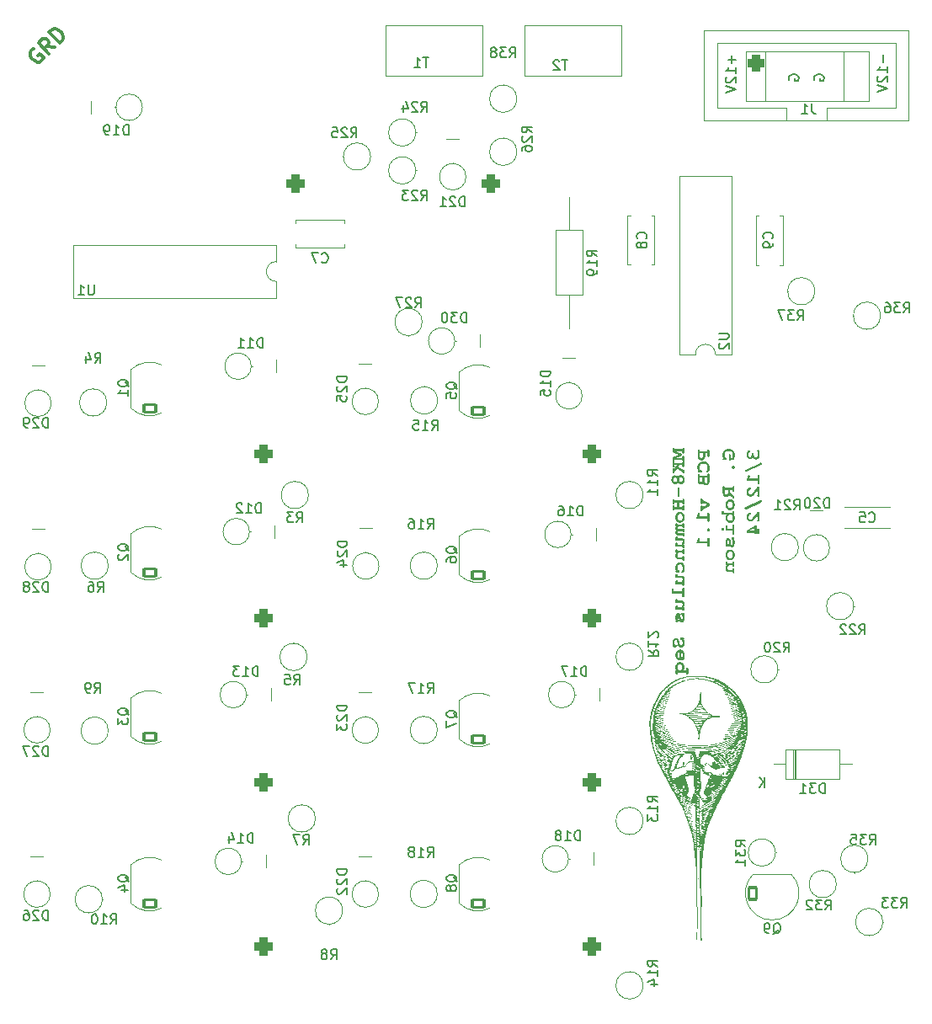
<source format=gbr>
G04 #@! TF.GenerationSoftware,KiCad,Pcbnew,7.0.10*
G04 #@! TF.CreationDate,2024-08-03T17:22:43+10:00*
G04 #@! TF.ProjectId,MK_Seq take 2,4d4b5f53-6571-4207-9461-6b6520322e6b,rev?*
G04 #@! TF.SameCoordinates,Original*
G04 #@! TF.FileFunction,Legend,Bot*
G04 #@! TF.FilePolarity,Positive*
%FSLAX46Y46*%
G04 Gerber Fmt 4.6, Leading zero omitted, Abs format (unit mm)*
G04 Created by KiCad (PCBNEW 7.0.10) date 2024-08-03 17:22:43*
%MOMM*%
%LPD*%
G01*
G04 APERTURE LIST*
G04 Aperture macros list*
%AMRoundRect*
0 Rectangle with rounded corners*
0 $1 Rounding radius*
0 $2 $3 $4 $5 $6 $7 $8 $9 X,Y pos of 4 corners*
0 Add a 4 corners polygon primitive as box body*
4,1,4,$2,$3,$4,$5,$6,$7,$8,$9,$2,$3,0*
0 Add four circle primitives for the rounded corners*
1,1,$1+$1,$2,$3*
1,1,$1+$1,$4,$5*
1,1,$1+$1,$6,$7*
1,1,$1+$1,$8,$9*
0 Add four rect primitives between the rounded corners*
20,1,$1+$1,$2,$3,$4,$5,0*
20,1,$1+$1,$4,$5,$6,$7,0*
20,1,$1+$1,$6,$7,$8,$9,0*
20,1,$1+$1,$8,$9,$2,$3,0*%
%AMHorizOval*
0 Thick line with rounded ends*
0 $1 width*
0 $2 $3 position (X,Y) of the first rounded end (center of the circle)*
0 $4 $5 position (X,Y) of the second rounded end (center of the circle)*
0 Add line between two ends*
20,1,$1,$2,$3,$4,$5,0*
0 Add two circle primitives to create the rounded ends*
1,1,$1,$2,$3*
1,1,$1,$4,$5*%
G04 Aperture macros list end*
%ADD10C,0.300000*%
%ADD11C,0.150000*%
%ADD12C,0.200000*%
%ADD13C,0.120000*%
%ADD14C,0.100000*%
%ADD15O,3.000000X1.800000*%
%ADD16O,2.750000X3.500000*%
%ADD17RoundRect,0.450000X0.450000X0.450000X-0.450000X0.450000X-0.450000X-0.450000X0.450000X-0.450000X0*%
%ADD18C,1.800000*%
%ADD19O,3.500000X2.750000*%
%ADD20RoundRect,0.450000X-0.450000X0.450000X-0.450000X-0.450000X0.450000X-0.450000X0.450000X0.450000X0*%
%ADD21C,1.600000*%
%ADD22R,1.600000X1.600000*%
%ADD23O,1.600000X1.600000*%
%ADD24R,1.800000X1.800000*%
%ADD25O,1.800000X2.500000*%
%ADD26O,1.500000X2.500000*%
%ADD27RoundRect,0.250000X0.366269X-0.422312X0.557611X0.039628X-0.366269X0.422312X-0.557611X-0.039628X0*%
%ADD28HorizOval,1.000000X-0.095671X0.230970X0.095671X-0.230970X0*%
%ADD29HorizOval,1.000000X0.095671X0.230970X-0.095671X-0.230970X0*%
%ADD30HorizOval,1.000000X0.230970X0.095671X-0.230970X-0.095671X0*%
%ADD31HorizOval,1.000000X-0.230970X0.095671X0.230970X-0.095671X0*%
%ADD32HorizOval,1.000000X-0.095671X-0.230970X0.095671X0.230970X0*%
%ADD33HorizOval,1.000000X-0.230970X-0.095671X0.230970X0.095671X0*%
%ADD34O,1.000000X1.500000*%
%ADD35C,2.000000*%
%ADD36RoundRect,0.150000X0.600000X-0.400000X0.600000X0.400000X-0.600000X0.400000X-0.600000X-0.400000X0*%
%ADD37O,1.540000X1.100000*%
%ADD38C,1.440000*%
%ADD39RoundRect,0.150000X-0.400000X-0.600000X0.400000X-0.600000X0.400000X0.600000X-0.400000X0.600000X0*%
%ADD40O,1.100000X1.540000*%
%ADD41O,1.800000X1.800000*%
%ADD42RoundRect,0.425000X0.425000X-0.425000X0.425000X0.425000X-0.425000X0.425000X-0.425000X-0.425000X0*%
%ADD43C,1.700000*%
G04 APERTURE END LIST*
D10*
X21386694Y-22666329D02*
X21235171Y-22716837D01*
X21235171Y-22716837D02*
X21083648Y-22868360D01*
X21083648Y-22868360D02*
X20982633Y-23070390D01*
X20982633Y-23070390D02*
X20982633Y-23272421D01*
X20982633Y-23272421D02*
X21033140Y-23423944D01*
X21033140Y-23423944D02*
X21184663Y-23676482D01*
X21184663Y-23676482D02*
X21336186Y-23828005D01*
X21336186Y-23828005D02*
X21588724Y-23979528D01*
X21588724Y-23979528D02*
X21740247Y-24030035D01*
X21740247Y-24030035D02*
X21942278Y-24030035D01*
X21942278Y-24030035D02*
X22144308Y-23929020D01*
X22144308Y-23929020D02*
X22245323Y-23828005D01*
X22245323Y-23828005D02*
X22346339Y-23625974D01*
X22346339Y-23625974D02*
X22346339Y-23524959D01*
X22346339Y-23524959D02*
X21992785Y-23171405D01*
X21992785Y-23171405D02*
X21790755Y-23373436D01*
X23508014Y-22565314D02*
X22649384Y-22413791D01*
X22901923Y-23171405D02*
X21841262Y-22110745D01*
X21841262Y-22110745D02*
X22245323Y-21706684D01*
X22245323Y-21706684D02*
X22396846Y-21656177D01*
X22396846Y-21656177D02*
X22497862Y-21656177D01*
X22497862Y-21656177D02*
X22649384Y-21706684D01*
X22649384Y-21706684D02*
X22800907Y-21858207D01*
X22800907Y-21858207D02*
X22851415Y-22009730D01*
X22851415Y-22009730D02*
X22851415Y-22110745D01*
X22851415Y-22110745D02*
X22800907Y-22262268D01*
X22800907Y-22262268D02*
X22396846Y-22666329D01*
X23962583Y-22110745D02*
X22901923Y-21050085D01*
X22901923Y-21050085D02*
X23154461Y-20797547D01*
X23154461Y-20797547D02*
X23356491Y-20696532D01*
X23356491Y-20696532D02*
X23558522Y-20696532D01*
X23558522Y-20696532D02*
X23710045Y-20747039D01*
X23710045Y-20747039D02*
X23962583Y-20898562D01*
X23962583Y-20898562D02*
X24114106Y-21050085D01*
X24114106Y-21050085D02*
X24265629Y-21302623D01*
X24265629Y-21302623D02*
X24316136Y-21454146D01*
X24316136Y-21454146D02*
X24316136Y-21656177D01*
X24316136Y-21656177D02*
X24215121Y-21858207D01*
X24215121Y-21858207D02*
X23962583Y-22110745D01*
G36*
X85995464Y-63167983D02*
G01*
X86588974Y-63167983D01*
X86588974Y-63244187D01*
X86589432Y-63262551D01*
X86590806Y-63279541D01*
X86593095Y-63295157D01*
X86597245Y-63312745D01*
X86602827Y-63328187D01*
X86609839Y-63341482D01*
X86618283Y-63352630D01*
X86629780Y-63363711D01*
X86642566Y-63372500D01*
X86656639Y-63378996D01*
X86672001Y-63383199D01*
X86688651Y-63385109D01*
X86694487Y-63385237D01*
X86711578Y-63384090D01*
X86727408Y-63380651D01*
X86741975Y-63374920D01*
X86755280Y-63366896D01*
X86767323Y-63356579D01*
X86771057Y-63352630D01*
X86780893Y-63338995D01*
X86787535Y-63325270D01*
X86792764Y-63309399D01*
X86796580Y-63291382D01*
X86798615Y-63275422D01*
X86799745Y-63258088D01*
X86800000Y-63244187D01*
X86800000Y-62966849D01*
X86799547Y-62948485D01*
X86798191Y-62931495D01*
X86795929Y-62915878D01*
X86791831Y-62898290D01*
X86786320Y-62882848D01*
X86779395Y-62869553D01*
X86771057Y-62858405D01*
X86759435Y-62847324D01*
X86746550Y-62838535D01*
X86732404Y-62832040D01*
X86716995Y-62827836D01*
X86700324Y-62825926D01*
X86694487Y-62825799D01*
X86677408Y-62826932D01*
X86661617Y-62830332D01*
X86647114Y-62835999D01*
X86633899Y-62843934D01*
X86621972Y-62854135D01*
X86618283Y-62858039D01*
X86608322Y-62871215D01*
X86600423Y-62886838D01*
X86595414Y-62901727D01*
X86591836Y-62918316D01*
X86589689Y-62936603D01*
X86589002Y-62952457D01*
X86588974Y-62956591D01*
X85815212Y-62956591D01*
X85814506Y-62939859D01*
X85812386Y-62924469D01*
X85807977Y-62907773D01*
X85801532Y-62893008D01*
X85793053Y-62880175D01*
X85786270Y-62872693D01*
X85774648Y-62863106D01*
X85761763Y-62855503D01*
X85747617Y-62849883D01*
X85732208Y-62846246D01*
X85715537Y-62844593D01*
X85709699Y-62844483D01*
X85692621Y-62845617D01*
X85676830Y-62849017D01*
X85662327Y-62854684D01*
X85649112Y-62862618D01*
X85637185Y-62872819D01*
X85633496Y-62876723D01*
X85623535Y-62890483D01*
X85616809Y-62904292D01*
X85611514Y-62920229D01*
X85607650Y-62938295D01*
X85605589Y-62954280D01*
X85604444Y-62971628D01*
X85604187Y-62985533D01*
X85604187Y-63217442D01*
X86213817Y-63505038D01*
X85604187Y-63787138D01*
X85604187Y-64021245D01*
X85604644Y-64039609D01*
X85606018Y-64056599D01*
X85608308Y-64072216D01*
X85612458Y-64089804D01*
X85618040Y-64105246D01*
X85625052Y-64118541D01*
X85633496Y-64129689D01*
X85644993Y-64140770D01*
X85657779Y-64149558D01*
X85671852Y-64156054D01*
X85687214Y-64160257D01*
X85703863Y-64162168D01*
X85709699Y-64162295D01*
X85726791Y-64161278D01*
X85742621Y-64158225D01*
X85757188Y-64153138D01*
X85770493Y-64146015D01*
X85782536Y-64136857D01*
X85786270Y-64133353D01*
X85796106Y-64121597D01*
X85803907Y-64108039D01*
X85809673Y-64092678D01*
X85813403Y-64075513D01*
X85814958Y-64059831D01*
X85815212Y-64049822D01*
X86588974Y-64049822D01*
X86589432Y-64066033D01*
X86590806Y-64081146D01*
X86593811Y-64098491D01*
X86598247Y-64114118D01*
X86604115Y-64128029D01*
X86613045Y-64142454D01*
X86618283Y-64148740D01*
X86629780Y-64159696D01*
X86642566Y-64168386D01*
X86656639Y-64174809D01*
X86672001Y-64178965D01*
X86688651Y-64180854D01*
X86694487Y-64180980D01*
X86711578Y-64179834D01*
X86727408Y-64176395D01*
X86741975Y-64170663D01*
X86755280Y-64162639D01*
X86767323Y-64152322D01*
X86771057Y-64148374D01*
X86780893Y-64134613D01*
X86787535Y-64120805D01*
X86792764Y-64104868D01*
X86796580Y-64086802D01*
X86798615Y-64070816D01*
X86799745Y-64053468D01*
X86800000Y-64039563D01*
X86800000Y-63761493D01*
X86799547Y-63743381D01*
X86798191Y-63726597D01*
X86795929Y-63711141D01*
X86791831Y-63693688D01*
X86786320Y-63678311D01*
X86779395Y-63665009D01*
X86771057Y-63653782D01*
X86759435Y-63642701D01*
X86746550Y-63633912D01*
X86732404Y-63627416D01*
X86716995Y-63623213D01*
X86700324Y-63621303D01*
X86694487Y-63621175D01*
X86677408Y-63622322D01*
X86661617Y-63625761D01*
X86647114Y-63631492D01*
X86633899Y-63639516D01*
X86621972Y-63649833D01*
X86618283Y-63653782D01*
X86608322Y-63667503D01*
X86601596Y-63681220D01*
X86596301Y-63697013D01*
X86592437Y-63714880D01*
X86590376Y-63730668D01*
X86589231Y-63747784D01*
X86588974Y-63761493D01*
X86588974Y-63838796D01*
X85995464Y-63838796D01*
X86516434Y-63596629D01*
X86516434Y-63413080D01*
X85995464Y-63167983D01*
G37*
G36*
X86319696Y-64538551D02*
G01*
X86588974Y-64538551D01*
X86588974Y-64614755D01*
X86589432Y-64633119D01*
X86590806Y-64650109D01*
X86593095Y-64665726D01*
X86597245Y-64683314D01*
X86602827Y-64698756D01*
X86609839Y-64712051D01*
X86618283Y-64723199D01*
X86629780Y-64734280D01*
X86642566Y-64743069D01*
X86656639Y-64749564D01*
X86672001Y-64753768D01*
X86688651Y-64755678D01*
X86694487Y-64755806D01*
X86711578Y-64754659D01*
X86727408Y-64751220D01*
X86741975Y-64745489D01*
X86755280Y-64737464D01*
X86767323Y-64727148D01*
X86771057Y-64723199D01*
X86780893Y-64709563D01*
X86787535Y-64695839D01*
X86792764Y-64679968D01*
X86796580Y-64661950D01*
X86798615Y-64645991D01*
X86799745Y-64628657D01*
X86800000Y-64614755D01*
X86800000Y-64294187D01*
X86799547Y-64275817D01*
X86798191Y-64258809D01*
X86795929Y-64243165D01*
X86791831Y-64225524D01*
X86786320Y-64210013D01*
X86779395Y-64196630D01*
X86771057Y-64185376D01*
X86759435Y-64174420D01*
X86746550Y-64165730D01*
X86732404Y-64159307D01*
X86716995Y-64155151D01*
X86700324Y-64153262D01*
X86694487Y-64153136D01*
X86677408Y-64154295D01*
X86661617Y-64157773D01*
X86647114Y-64163569D01*
X86633899Y-64171683D01*
X86621972Y-64182116D01*
X86618283Y-64186109D01*
X86608322Y-64199955D01*
X86601596Y-64213756D01*
X86596301Y-64229615D01*
X86592437Y-64247531D01*
X86590376Y-64263344D01*
X86589231Y-64280475D01*
X86588974Y-64294187D01*
X86588974Y-64327159D01*
X85815212Y-64327159D01*
X85815212Y-64294187D01*
X85814760Y-64275817D01*
X85813403Y-64258809D01*
X85811142Y-64243165D01*
X85807044Y-64225524D01*
X85801532Y-64210013D01*
X85794608Y-64196630D01*
X85786270Y-64185376D01*
X85774648Y-64174420D01*
X85761763Y-64165730D01*
X85747617Y-64159307D01*
X85732208Y-64155151D01*
X85715537Y-64153262D01*
X85709699Y-64153136D01*
X85692621Y-64154270D01*
X85676830Y-64157670D01*
X85662327Y-64163337D01*
X85649112Y-64171271D01*
X85637185Y-64181472D01*
X85633496Y-64185376D01*
X85623535Y-64199136D01*
X85616809Y-64212945D01*
X85611514Y-64228882D01*
X85607650Y-64246948D01*
X85605589Y-64262934D01*
X85604444Y-64280281D01*
X85604187Y-64294187D01*
X85604187Y-64614755D01*
X85604644Y-64633119D01*
X85606018Y-64650109D01*
X85608308Y-64665726D01*
X85612458Y-64683314D01*
X85618040Y-64698756D01*
X85625052Y-64712051D01*
X85633496Y-64723199D01*
X85644993Y-64734280D01*
X85657779Y-64743069D01*
X85671852Y-64749564D01*
X85687214Y-64753768D01*
X85703863Y-64755678D01*
X85709699Y-64755806D01*
X85726791Y-64754659D01*
X85742621Y-64751220D01*
X85757188Y-64745489D01*
X85770493Y-64737464D01*
X85782536Y-64727148D01*
X85786270Y-64723199D01*
X85796106Y-64709563D01*
X85802748Y-64695839D01*
X85807977Y-64679968D01*
X85811792Y-64661950D01*
X85813827Y-64645991D01*
X85814958Y-64628657D01*
X85815212Y-64614755D01*
X85815212Y-64538551D01*
X86073133Y-64538551D01*
X85815212Y-64913709D01*
X85813770Y-64898504D01*
X85808698Y-64884465D01*
X85798781Y-64872673D01*
X85792131Y-64868279D01*
X85777059Y-64862258D01*
X85762731Y-64858937D01*
X85746124Y-64856808D01*
X85730075Y-64855932D01*
X85721423Y-64855823D01*
X85704138Y-64856956D01*
X85687729Y-64860357D01*
X85672196Y-64866024D01*
X85657538Y-64873958D01*
X85643757Y-64884159D01*
X85639357Y-64888063D01*
X85629225Y-64899317D01*
X85620810Y-64912700D01*
X85614113Y-64928211D01*
X85609132Y-64945851D01*
X85606385Y-64961496D01*
X85604736Y-64978503D01*
X85604187Y-64996873D01*
X85604187Y-65212295D01*
X85604644Y-65230665D01*
X85606018Y-65247672D01*
X85608308Y-65263317D01*
X85612458Y-65280958D01*
X85618040Y-65296469D01*
X85625052Y-65309852D01*
X85633496Y-65321106D01*
X85644993Y-65332187D01*
X85657779Y-65340975D01*
X85671852Y-65347471D01*
X85687214Y-65351674D01*
X85703863Y-65353585D01*
X85709699Y-65353712D01*
X85726791Y-65352566D01*
X85742621Y-65349127D01*
X85757188Y-65343395D01*
X85770493Y-65335371D01*
X85782536Y-65325054D01*
X85786270Y-65321106D01*
X85796106Y-65307603D01*
X85802748Y-65294403D01*
X85807977Y-65279432D01*
X85811792Y-65262689D01*
X85813827Y-65248021D01*
X85814958Y-65232218D01*
X85815212Y-65219623D01*
X86088520Y-64840436D01*
X86096467Y-64853665D01*
X86104921Y-64866791D01*
X86113881Y-64879814D01*
X86123348Y-64892734D01*
X86133321Y-64905551D01*
X86143801Y-64918265D01*
X86154788Y-64930876D01*
X86166281Y-64943384D01*
X86178281Y-64955789D01*
X86190787Y-64968091D01*
X86203800Y-64980289D01*
X86217320Y-64992385D01*
X86231346Y-65004378D01*
X86245879Y-65016268D01*
X86260919Y-65028054D01*
X86276465Y-65039738D01*
X86292455Y-65051333D01*
X86308917Y-65062762D01*
X86325851Y-65074024D01*
X86343258Y-65085121D01*
X86361137Y-65096052D01*
X86379488Y-65106817D01*
X86398311Y-65117416D01*
X86417607Y-65127848D01*
X86437375Y-65138115D01*
X86457615Y-65148216D01*
X86478327Y-65158151D01*
X86499512Y-65167920D01*
X86521169Y-65177522D01*
X86543298Y-65186959D01*
X86565900Y-65196230D01*
X86588974Y-65205334D01*
X86588974Y-65261755D01*
X86589432Y-65279947D01*
X86590806Y-65296788D01*
X86593095Y-65312278D01*
X86597245Y-65329742D01*
X86602827Y-65345094D01*
X86609839Y-65358335D01*
X86618283Y-65369466D01*
X86629780Y-65380547D01*
X86642566Y-65389335D01*
X86656639Y-65395831D01*
X86672001Y-65400034D01*
X86688651Y-65401945D01*
X86694487Y-65402072D01*
X86711578Y-65400939D01*
X86727408Y-65397538D01*
X86741975Y-65391871D01*
X86755280Y-65383937D01*
X86767323Y-65373736D01*
X86771057Y-65369832D01*
X86780893Y-65356321D01*
X86787535Y-65342681D01*
X86792764Y-65326876D01*
X86796580Y-65308906D01*
X86798615Y-65292972D01*
X86799745Y-65275653D01*
X86800000Y-65261755D01*
X86800000Y-65070146D01*
X86779540Y-65061854D01*
X86759196Y-65053465D01*
X86738966Y-65044979D01*
X86718850Y-65036395D01*
X86698849Y-65027714D01*
X86678962Y-65018935D01*
X86659190Y-65010059D01*
X86639532Y-65001086D01*
X86619989Y-64992016D01*
X86600560Y-64982848D01*
X86581246Y-64973583D01*
X86562046Y-64964221D01*
X86542961Y-64954761D01*
X86523990Y-64945204D01*
X86505134Y-64935550D01*
X86486392Y-64925799D01*
X86471491Y-64917856D01*
X86457105Y-64909965D01*
X86443235Y-64902125D01*
X86429880Y-64894337D01*
X86417040Y-64886600D01*
X86398746Y-64875092D01*
X86381612Y-64863700D01*
X86365636Y-64852423D01*
X86350820Y-64841263D01*
X86337163Y-64830218D01*
X86324665Y-64819290D01*
X86313326Y-64808477D01*
X86309804Y-64804898D01*
X86299625Y-64793986D01*
X86289832Y-64782680D01*
X86280425Y-64770982D01*
X86271405Y-64758891D01*
X86262771Y-64746407D01*
X86254523Y-64733530D01*
X86246662Y-64720261D01*
X86239187Y-64706598D01*
X86232099Y-64692543D01*
X86225397Y-64678095D01*
X86221144Y-64668244D01*
X86319696Y-64538551D01*
G37*
G36*
X86466963Y-65559812D02*
G01*
X86485416Y-65560879D01*
X86503611Y-65562860D01*
X86521548Y-65565756D01*
X86539228Y-65569566D01*
X86556651Y-65574291D01*
X86573815Y-65579930D01*
X86590722Y-65586484D01*
X86607372Y-65593952D01*
X86623764Y-65602335D01*
X86639898Y-65611632D01*
X86655585Y-65621889D01*
X86670634Y-65633151D01*
X86685046Y-65645417D01*
X86698820Y-65658687D01*
X86711957Y-65672963D01*
X86724455Y-65688243D01*
X86736317Y-65704527D01*
X86747541Y-65721816D01*
X86758127Y-65740110D01*
X86768076Y-65759409D01*
X86774354Y-65772833D01*
X86780299Y-65786629D01*
X86785860Y-65800631D01*
X86791038Y-65814839D01*
X86795832Y-65829253D01*
X86800243Y-65843873D01*
X86804270Y-65858699D01*
X86807914Y-65873732D01*
X86811174Y-65888970D01*
X86814050Y-65904415D01*
X86816543Y-65920065D01*
X86818653Y-65935922D01*
X86820379Y-65951985D01*
X86821721Y-65968254D01*
X86822680Y-65984729D01*
X86823255Y-66001410D01*
X86823447Y-66018297D01*
X86823255Y-66035191D01*
X86822680Y-66051894D01*
X86821721Y-66068404D01*
X86820379Y-66084723D01*
X86818653Y-66100850D01*
X86816543Y-66116786D01*
X86814050Y-66132529D01*
X86811174Y-66148081D01*
X86807914Y-66163441D01*
X86804270Y-66178610D01*
X86800243Y-66193586D01*
X86795832Y-66208371D01*
X86791038Y-66222964D01*
X86785860Y-66237365D01*
X86780299Y-66251575D01*
X86774354Y-66265593D01*
X86768079Y-66279283D01*
X86758145Y-66298948D01*
X86747587Y-66317571D01*
X86736403Y-66335150D01*
X86724596Y-66351685D01*
X86712163Y-66367178D01*
X86699106Y-66381627D01*
X86685424Y-66395033D01*
X86671118Y-66407396D01*
X86656187Y-66418715D01*
X86640631Y-66428991D01*
X86629944Y-66435291D01*
X86613676Y-66443978D01*
X86597125Y-66451752D01*
X86580291Y-66458610D01*
X86563174Y-66464554D01*
X86545773Y-66469584D01*
X86528089Y-66473699D01*
X86510121Y-66476900D01*
X86491870Y-66479186D01*
X86473336Y-66480558D01*
X86454518Y-66481015D01*
X86443175Y-66480855D01*
X86426386Y-66480013D01*
X86409867Y-66478450D01*
X86393619Y-66476166D01*
X86377642Y-66473161D01*
X86361934Y-66469434D01*
X86346498Y-66464986D01*
X86331332Y-66459817D01*
X86316436Y-66453927D01*
X86301811Y-66447315D01*
X86287456Y-66439982D01*
X86277995Y-66434740D01*
X86264045Y-66426281D01*
X86250384Y-66417107D01*
X86237014Y-66407219D01*
X86223933Y-66396615D01*
X86211142Y-66385297D01*
X86198641Y-66373264D01*
X86186430Y-66360516D01*
X86174508Y-66347053D01*
X86162877Y-66332875D01*
X86151535Y-66317983D01*
X86143715Y-66326861D01*
X86131857Y-66339643D01*
X86119844Y-66351780D01*
X86107677Y-66363273D01*
X86095355Y-66374122D01*
X86082879Y-66384328D01*
X86070248Y-66393889D01*
X86057462Y-66402806D01*
X86044522Y-66411079D01*
X86031427Y-66418709D01*
X86018178Y-66425694D01*
X86013705Y-66427880D01*
X86000186Y-66434023D01*
X85986519Y-66439541D01*
X85968067Y-66445927D01*
X85949351Y-66451202D01*
X85930371Y-66455366D01*
X85911129Y-66458420D01*
X85896524Y-66459982D01*
X85881771Y-66460919D01*
X85866870Y-66461231D01*
X85847621Y-66460747D01*
X85828711Y-66459296D01*
X85810138Y-66456878D01*
X85791902Y-66453492D01*
X85774005Y-66449138D01*
X85756445Y-66443817D01*
X85739223Y-66437529D01*
X85722339Y-66430273D01*
X85705792Y-66422050D01*
X85689584Y-66412860D01*
X85673713Y-66402702D01*
X85658179Y-66391576D01*
X85642984Y-66379483D01*
X85628126Y-66366423D01*
X85613606Y-66352395D01*
X85599424Y-66337400D01*
X85585804Y-66321694D01*
X85573063Y-66305441D01*
X85561200Y-66288641D01*
X85550216Y-66271294D01*
X85540111Y-66253401D01*
X85530885Y-66234961D01*
X85522537Y-66215975D01*
X85515068Y-66196441D01*
X85508478Y-66176361D01*
X85502767Y-66155735D01*
X85497934Y-66134562D01*
X85493980Y-66112842D01*
X85490904Y-66090575D01*
X85488707Y-66067762D01*
X85487389Y-66044402D01*
X85486950Y-66020495D01*
X85486990Y-66018297D01*
X85697976Y-66018297D01*
X85698176Y-66031135D01*
X85699228Y-66049765D01*
X85701181Y-66067641D01*
X85704037Y-66084764D01*
X85707793Y-66101134D01*
X85712451Y-66116750D01*
X85718011Y-66131612D01*
X85724473Y-66145721D01*
X85731836Y-66159077D01*
X85740101Y-66171679D01*
X85749267Y-66183527D01*
X85762427Y-66197953D01*
X85776263Y-66210455D01*
X85790775Y-66221034D01*
X85805962Y-66229689D01*
X85821824Y-66236421D01*
X85838362Y-66241229D01*
X85855575Y-66244115D01*
X85873464Y-66245076D01*
X85878045Y-66245016D01*
X85895931Y-66243574D01*
X85913119Y-66240208D01*
X85929608Y-66234918D01*
X85945399Y-66227705D01*
X85960491Y-66218569D01*
X85974885Y-66207510D01*
X85988581Y-66194527D01*
X85998394Y-66183527D01*
X86004605Y-66175712D01*
X86013171Y-66163361D01*
X86020834Y-66150257D01*
X86027596Y-66136399D01*
X86033457Y-66121788D01*
X86038415Y-66106423D01*
X86042473Y-66090305D01*
X86045628Y-66073433D01*
X86047882Y-66055808D01*
X86049235Y-66037429D01*
X86049642Y-66020129D01*
X86260711Y-66020129D01*
X86260953Y-66033273D01*
X86262223Y-66052481D01*
X86264581Y-66071076D01*
X86268027Y-66089060D01*
X86272562Y-66106432D01*
X86278186Y-66123192D01*
X86284897Y-66139340D01*
X86292697Y-66154877D01*
X86301585Y-66169801D01*
X86311562Y-66184114D01*
X86322627Y-66197815D01*
X86326488Y-66202233D01*
X86338249Y-66214645D01*
X86350273Y-66225795D01*
X86362562Y-66235682D01*
X86375115Y-66244308D01*
X86387931Y-66251671D01*
X86405431Y-66259525D01*
X86423400Y-66265135D01*
X86441838Y-66268501D01*
X86460746Y-66269623D01*
X86475962Y-66268661D01*
X86490651Y-66265776D01*
X86504813Y-66260967D01*
X86518449Y-66254235D01*
X86531558Y-66245580D01*
X86544140Y-66235001D01*
X86556196Y-66222499D01*
X86567725Y-66208073D01*
X86578200Y-66191753D01*
X86585140Y-66178168D01*
X86591295Y-66163430D01*
X86596664Y-66147539D01*
X86601247Y-66130496D01*
X86605044Y-66112300D01*
X86608056Y-66092951D01*
X86610282Y-66072449D01*
X86611723Y-66050794D01*
X86612246Y-66035718D01*
X86612421Y-66020129D01*
X86612246Y-66004670D01*
X86611723Y-65989709D01*
X86610282Y-65968201D01*
X86608056Y-65947815D01*
X86605044Y-65928548D01*
X86601247Y-65910403D01*
X86596664Y-65893377D01*
X86591295Y-65877473D01*
X86585140Y-65862689D01*
X86578200Y-65849025D01*
X86567725Y-65832550D01*
X86559143Y-65821551D01*
X86547291Y-65808568D01*
X86534969Y-65797508D01*
X86522178Y-65788372D01*
X86508917Y-65781159D01*
X86495187Y-65775870D01*
X86477364Y-65771963D01*
X86462578Y-65771001D01*
X86452844Y-65771280D01*
X86433770Y-65773512D01*
X86415223Y-65777978D01*
X86397202Y-65784675D01*
X86384032Y-65791163D01*
X86371159Y-65798908D01*
X86358581Y-65807907D01*
X86346300Y-65818163D01*
X86334315Y-65829675D01*
X86322627Y-65842442D01*
X86315129Y-65851551D01*
X86304790Y-65865714D01*
X86295539Y-65880475D01*
X86287376Y-65895836D01*
X86280302Y-65911795D01*
X86274316Y-65928353D01*
X86269418Y-65945511D01*
X86265609Y-65963267D01*
X86262888Y-65981622D01*
X86261255Y-66000576D01*
X86260711Y-66020129D01*
X86049642Y-66020129D01*
X86049685Y-66018297D01*
X86049485Y-66005324D01*
X86048433Y-65986503D01*
X86046480Y-65968448D01*
X86043625Y-65951160D01*
X86039868Y-65934638D01*
X86035210Y-65918883D01*
X86029650Y-65903894D01*
X86023188Y-65889671D01*
X86015825Y-65876215D01*
X86007561Y-65863525D01*
X85998394Y-65851601D01*
X85985223Y-65837261D01*
X85971352Y-65824834D01*
X85956784Y-65814318D01*
X85941516Y-65805714D01*
X85925551Y-65799022D01*
X85908887Y-65794242D01*
X85891525Y-65791374D01*
X85873464Y-65790418D01*
X85868929Y-65790478D01*
X85851209Y-65791912D01*
X85834164Y-65795258D01*
X85817795Y-65800516D01*
X85802102Y-65807686D01*
X85787084Y-65816767D01*
X85772741Y-65827761D01*
X85759074Y-65840667D01*
X85749267Y-65851601D01*
X85743056Y-65859465D01*
X85734491Y-65871900D01*
X85726827Y-65885100D01*
X85720065Y-65899068D01*
X85714205Y-65913801D01*
X85709246Y-65929301D01*
X85705189Y-65945568D01*
X85702033Y-65962600D01*
X85699779Y-65980400D01*
X85698427Y-65998965D01*
X85697976Y-66018297D01*
X85486990Y-66018297D01*
X85487389Y-65996542D01*
X85488707Y-65973137D01*
X85490904Y-65950278D01*
X85493980Y-65927965D01*
X85497934Y-65906199D01*
X85502767Y-65884980D01*
X85508478Y-65864308D01*
X85515068Y-65844182D01*
X85522537Y-65824603D01*
X85530885Y-65805571D01*
X85540111Y-65787085D01*
X85550216Y-65769146D01*
X85561200Y-65751754D01*
X85573063Y-65734908D01*
X85585804Y-65718609D01*
X85599424Y-65702857D01*
X85613606Y-65687906D01*
X85628126Y-65673920D01*
X85642984Y-65660898D01*
X85658179Y-65648841D01*
X85673713Y-65637749D01*
X85689584Y-65627621D01*
X85705792Y-65618457D01*
X85722339Y-65610259D01*
X85739223Y-65603024D01*
X85756445Y-65596755D01*
X85774005Y-65591449D01*
X85791902Y-65587109D01*
X85810138Y-65583733D01*
X85828711Y-65581322D01*
X85847621Y-65579875D01*
X85866870Y-65579392D01*
X85881637Y-65579708D01*
X85896262Y-65580655D01*
X85915542Y-65582899D01*
X85934570Y-65586265D01*
X85953346Y-65590753D01*
X85971870Y-65596362D01*
X85990143Y-65603094D01*
X86003682Y-65608880D01*
X86017079Y-65615296D01*
X86025933Y-65619966D01*
X86039102Y-65627480D01*
X86052136Y-65635606D01*
X86065034Y-65644344D01*
X86077797Y-65653694D01*
X86090425Y-65663656D01*
X86102917Y-65674229D01*
X86115274Y-65685414D01*
X86127496Y-65697211D01*
X86139583Y-65709620D01*
X86151535Y-65722641D01*
X86159064Y-65712589D01*
X86170599Y-65698112D01*
X86182424Y-65684356D01*
X86194539Y-65671321D01*
X86206943Y-65659008D01*
X86219637Y-65647416D01*
X86232621Y-65636545D01*
X86245895Y-65626396D01*
X86259459Y-65616968D01*
X86273313Y-65608261D01*
X86287456Y-65600275D01*
X86296996Y-65595351D01*
X86311531Y-65588560D01*
X86326336Y-65582484D01*
X86341412Y-65577122D01*
X86356759Y-65572476D01*
X86372376Y-65568544D01*
X86388263Y-65565327D01*
X86404421Y-65562825D01*
X86420850Y-65561038D01*
X86437549Y-65559966D01*
X86454518Y-65559609D01*
X86466963Y-65559812D01*
G37*
G36*
X86307606Y-67721524D02*
G01*
X86307606Y-66839685D01*
X86096580Y-66839685D01*
X86096580Y-67721524D01*
X86307606Y-67721524D01*
G37*
G36*
X86284159Y-68770792D02*
G01*
X86284159Y-68319431D01*
X86588974Y-68319431D01*
X86588974Y-68352404D01*
X86589432Y-68370768D01*
X86590806Y-68387758D01*
X86593095Y-68403374D01*
X86597245Y-68420962D01*
X86602827Y-68436404D01*
X86609839Y-68449699D01*
X86618283Y-68460847D01*
X86629780Y-68471928D01*
X86642566Y-68480717D01*
X86656639Y-68487213D01*
X86672001Y-68491416D01*
X86688651Y-68493326D01*
X86694487Y-68493454D01*
X86711578Y-68492307D01*
X86727408Y-68488869D01*
X86741975Y-68483137D01*
X86755280Y-68475113D01*
X86767323Y-68464796D01*
X86771057Y-68460847D01*
X86780893Y-68447212D01*
X86787535Y-68433487D01*
X86792764Y-68417616D01*
X86796580Y-68399599D01*
X86798615Y-68383639D01*
X86799745Y-68366305D01*
X86800000Y-68352404D01*
X86800000Y-68093750D01*
X86799547Y-68075381D01*
X86798191Y-68058373D01*
X86795929Y-68042728D01*
X86791831Y-68025088D01*
X86786320Y-68009577D01*
X86779395Y-67996194D01*
X86771057Y-67984940D01*
X86759435Y-67973984D01*
X86746550Y-67965294D01*
X86732404Y-67958871D01*
X86716995Y-67954715D01*
X86700324Y-67952826D01*
X86694487Y-67952700D01*
X86677073Y-67954478D01*
X86660277Y-67959810D01*
X86646753Y-67966969D01*
X86633659Y-67976597D01*
X86620993Y-67988693D01*
X86611170Y-68000148D01*
X86608757Y-68003258D01*
X86601049Y-68016662D01*
X86595948Y-68032393D01*
X86592760Y-68048493D01*
X86590906Y-68063331D01*
X86589669Y-68079909D01*
X86589051Y-68098227D01*
X86588974Y-68108039D01*
X85815212Y-68108039D01*
X85814506Y-68091307D01*
X85812386Y-68075917D01*
X85807977Y-68059221D01*
X85801532Y-68044456D01*
X85793053Y-68031623D01*
X85786270Y-68024141D01*
X85774648Y-68014554D01*
X85761763Y-68006951D01*
X85747617Y-68001331D01*
X85732208Y-67997694D01*
X85715537Y-67996041D01*
X85709699Y-67995931D01*
X85692621Y-67997065D01*
X85676830Y-68000465D01*
X85662327Y-68006132D01*
X85649112Y-68014066D01*
X85637185Y-68024267D01*
X85633496Y-68028171D01*
X85623535Y-68041931D01*
X85616809Y-68055740D01*
X85611514Y-68071677D01*
X85607650Y-68089743D01*
X85605589Y-68105728D01*
X85604444Y-68123076D01*
X85604187Y-68136981D01*
X85604187Y-68352404D01*
X85604644Y-68370768D01*
X85606018Y-68387758D01*
X85608308Y-68403374D01*
X85612458Y-68420962D01*
X85618040Y-68436404D01*
X85625052Y-68449699D01*
X85633496Y-68460847D01*
X85644993Y-68471928D01*
X85657779Y-68480717D01*
X85671852Y-68487213D01*
X85687214Y-68491416D01*
X85703863Y-68493326D01*
X85709699Y-68493454D01*
X85726791Y-68492307D01*
X85742621Y-68488869D01*
X85757188Y-68483137D01*
X85770493Y-68475113D01*
X85782536Y-68464796D01*
X85786270Y-68460847D01*
X85796106Y-68447212D01*
X85802748Y-68433487D01*
X85807977Y-68417616D01*
X85811792Y-68399599D01*
X85813827Y-68383639D01*
X85814958Y-68366305D01*
X85815212Y-68352404D01*
X85815212Y-68319431D01*
X86073133Y-68319431D01*
X86073133Y-68770792D01*
X85815212Y-68770792D01*
X85815212Y-68737819D01*
X85814760Y-68719449D01*
X85813403Y-68702442D01*
X85811142Y-68686797D01*
X85807044Y-68669157D01*
X85801532Y-68653645D01*
X85794608Y-68640262D01*
X85786270Y-68629009D01*
X85774648Y-68617927D01*
X85761763Y-68609139D01*
X85747617Y-68602643D01*
X85732208Y-68598440D01*
X85715537Y-68596530D01*
X85709699Y-68596402D01*
X85692621Y-68597548D01*
X85676830Y-68600987D01*
X85662327Y-68606719D01*
X85649112Y-68614743D01*
X85637185Y-68625060D01*
X85633496Y-68629009D01*
X85623535Y-68642769D01*
X85616809Y-68656577D01*
X85611514Y-68672514D01*
X85607650Y-68690580D01*
X85605589Y-68706566D01*
X85604444Y-68723914D01*
X85604187Y-68737819D01*
X85604187Y-68953241D01*
X85604644Y-68971605D01*
X85606018Y-68988595D01*
X85608308Y-69004211D01*
X85612458Y-69021800D01*
X85618040Y-69037241D01*
X85625052Y-69050536D01*
X85633496Y-69061685D01*
X85644993Y-69072766D01*
X85657779Y-69081554D01*
X85671852Y-69088050D01*
X85687214Y-69092253D01*
X85703863Y-69094164D01*
X85709699Y-69094291D01*
X85726791Y-69093287D01*
X85742621Y-69090273D01*
X85757188Y-69085249D01*
X85770493Y-69078217D01*
X85782536Y-69069175D01*
X85786270Y-69065715D01*
X85796106Y-69054170D01*
X85803907Y-69040693D01*
X85809673Y-69025284D01*
X85812923Y-69010968D01*
X85814760Y-68995310D01*
X85815212Y-68981817D01*
X86588974Y-68981817D01*
X86589141Y-68996562D01*
X86589885Y-69014648D01*
X86591225Y-69030937D01*
X86593736Y-69048770D01*
X86597178Y-69063795D01*
X86602536Y-69078118D01*
X86608025Y-69086964D01*
X86617951Y-69098814D01*
X86630713Y-69111404D01*
X86643868Y-69121525D01*
X86657417Y-69129178D01*
X86671360Y-69134362D01*
X86688610Y-69137325D01*
X86694487Y-69137522D01*
X86711578Y-69136376D01*
X86727408Y-69132937D01*
X86741975Y-69127205D01*
X86755280Y-69119181D01*
X86767323Y-69108864D01*
X86771057Y-69104916D01*
X86780893Y-69091280D01*
X86787535Y-69077556D01*
X86792764Y-69061685D01*
X86796580Y-69043667D01*
X86798615Y-69027707D01*
X86799745Y-69010374D01*
X86800000Y-68996472D01*
X86800000Y-68737819D01*
X86799547Y-68719449D01*
X86798191Y-68702442D01*
X86795929Y-68686797D01*
X86791831Y-68669157D01*
X86786320Y-68653645D01*
X86779395Y-68640262D01*
X86771057Y-68629009D01*
X86759435Y-68617927D01*
X86746550Y-68609139D01*
X86732404Y-68602643D01*
X86716995Y-68598440D01*
X86700324Y-68596530D01*
X86694487Y-68596402D01*
X86677408Y-68597561D01*
X86661617Y-68601039D01*
X86647114Y-68606835D01*
X86633899Y-68614949D01*
X86621972Y-68625382D01*
X86618283Y-68629375D01*
X86608322Y-68643234D01*
X86601596Y-68657065D01*
X86596301Y-68672972D01*
X86592437Y-68690954D01*
X86590376Y-68706834D01*
X86589231Y-68724041D01*
X86588974Y-68737819D01*
X86588974Y-68770792D01*
X86284159Y-68770792D01*
G37*
G36*
X86380842Y-69255394D02*
G01*
X86402628Y-69256807D01*
X86424247Y-69259430D01*
X86445699Y-69263264D01*
X86466983Y-69268308D01*
X86481079Y-69272344D01*
X86495101Y-69276918D01*
X86509049Y-69282030D01*
X86522922Y-69287680D01*
X86536721Y-69293868D01*
X86550445Y-69300594D01*
X86564095Y-69307859D01*
X86577671Y-69315661D01*
X86591172Y-69324002D01*
X86604415Y-69332902D01*
X86617310Y-69342291D01*
X86629855Y-69352170D01*
X86642051Y-69362539D01*
X86653897Y-69373396D01*
X86665395Y-69384744D01*
X86676543Y-69396580D01*
X86687342Y-69408907D01*
X86697792Y-69421722D01*
X86707893Y-69435027D01*
X86717645Y-69448822D01*
X86727047Y-69463106D01*
X86736100Y-69477879D01*
X86744804Y-69493142D01*
X86753159Y-69508894D01*
X86761165Y-69525136D01*
X86768707Y-69541671D01*
X86775762Y-69558303D01*
X86782331Y-69575033D01*
X86788413Y-69591860D01*
X86794009Y-69608784D01*
X86799118Y-69625806D01*
X86803740Y-69642925D01*
X86807876Y-69660141D01*
X86811526Y-69677454D01*
X86814688Y-69694865D01*
X86817365Y-69712373D01*
X86819554Y-69729979D01*
X86821257Y-69747682D01*
X86822474Y-69765482D01*
X86823204Y-69783379D01*
X86823447Y-69801374D01*
X86823199Y-69819463D01*
X86822456Y-69837461D01*
X86821219Y-69855367D01*
X86819485Y-69873182D01*
X86817257Y-69890905D01*
X86814534Y-69908536D01*
X86811315Y-69926075D01*
X86807602Y-69943524D01*
X86803393Y-69960880D01*
X86798689Y-69978145D01*
X86793489Y-69995318D01*
X86787795Y-70012400D01*
X86781605Y-70029390D01*
X86774921Y-70046289D01*
X86767741Y-70063096D01*
X86760066Y-70079811D01*
X86751973Y-70096267D01*
X86743539Y-70112206D01*
X86734765Y-70127626D01*
X86725650Y-70142528D01*
X86716195Y-70156912D01*
X86706399Y-70170778D01*
X86696263Y-70184126D01*
X86685785Y-70196956D01*
X86674968Y-70209268D01*
X86663809Y-70221062D01*
X86652310Y-70232337D01*
X86640471Y-70243095D01*
X86628291Y-70253335D01*
X86615770Y-70263056D01*
X86602908Y-70272260D01*
X86589706Y-70280945D01*
X86582991Y-70285092D01*
X86569518Y-70292992D01*
X86555991Y-70300365D01*
X86542410Y-70307212D01*
X86528774Y-70313531D01*
X86515084Y-70319325D01*
X86494447Y-70327027D01*
X86473688Y-70333544D01*
X86452806Y-70338876D01*
X86431802Y-70343024D01*
X86410676Y-70345986D01*
X86389427Y-70347764D01*
X86368056Y-70348356D01*
X86353061Y-70348090D01*
X86338117Y-70347291D01*
X86323225Y-70345960D01*
X86308384Y-70344097D01*
X86293595Y-70341701D01*
X86278858Y-70338773D01*
X86264172Y-70335313D01*
X86249537Y-70331320D01*
X86234954Y-70326795D01*
X86220423Y-70321737D01*
X86205943Y-70316148D01*
X86191514Y-70310025D01*
X86177137Y-70303371D01*
X86162812Y-70296184D01*
X86148538Y-70288464D01*
X86134316Y-70280212D01*
X86120255Y-70271483D01*
X86106558Y-70262238D01*
X86093224Y-70252477D01*
X86080254Y-70242202D01*
X86067647Y-70231411D01*
X86055404Y-70220106D01*
X86043525Y-70208285D01*
X86032008Y-70195949D01*
X86020856Y-70183097D01*
X86010067Y-70169731D01*
X85999641Y-70155849D01*
X85989579Y-70141452D01*
X85979880Y-70126540D01*
X85970545Y-70111112D01*
X85961573Y-70095170D01*
X85952965Y-70078712D01*
X85944802Y-70062001D01*
X85937166Y-70045207D01*
X85930056Y-70028330D01*
X85923473Y-70011370D01*
X85917417Y-69994327D01*
X85911887Y-69977200D01*
X85906884Y-69959991D01*
X85902407Y-69942699D01*
X85898457Y-69925324D01*
X85895034Y-69907866D01*
X85892137Y-69890325D01*
X85889767Y-69872701D01*
X85887924Y-69854994D01*
X85886608Y-69837204D01*
X85885818Y-69819330D01*
X85885554Y-69801374D01*
X85885559Y-69801008D01*
X86096580Y-69801008D01*
X86096985Y-69821096D01*
X86098200Y-69840695D01*
X86100225Y-69859805D01*
X86103060Y-69878425D01*
X86106705Y-69896556D01*
X86111160Y-69914197D01*
X86116425Y-69931349D01*
X86122500Y-69948012D01*
X86129385Y-69964185D01*
X86137081Y-69979868D01*
X86145586Y-69995062D01*
X86154901Y-70009767D01*
X86165026Y-70023982D01*
X86175961Y-70037708D01*
X86187706Y-70050944D01*
X86200261Y-70063691D01*
X86209891Y-70072564D01*
X86224556Y-70084800D01*
X86239485Y-70095748D01*
X86254678Y-70105408D01*
X86270135Y-70113780D01*
X86285856Y-70120864D01*
X86301841Y-70126660D01*
X86318091Y-70131168D01*
X86334604Y-70134388D01*
X86351381Y-70136320D01*
X86368422Y-70136964D01*
X86374020Y-70136869D01*
X86390668Y-70135447D01*
X86407096Y-70132318D01*
X86423305Y-70127483D01*
X86439296Y-70120941D01*
X86455068Y-70112692D01*
X86470620Y-70102737D01*
X86485954Y-70091075D01*
X86501068Y-70077707D01*
X86515964Y-70062632D01*
X86525773Y-70051634D01*
X86535484Y-70039877D01*
X86544801Y-70027610D01*
X86553516Y-70014988D01*
X86561631Y-70002010D01*
X86569144Y-69988678D01*
X86576056Y-69974991D01*
X86582368Y-69960949D01*
X86588078Y-69946552D01*
X86593187Y-69931800D01*
X86597695Y-69916693D01*
X86601602Y-69901231D01*
X86604908Y-69885415D01*
X86607612Y-69869243D01*
X86609716Y-69852717D01*
X86611219Y-69835835D01*
X86612120Y-69818599D01*
X86612421Y-69801008D01*
X86612120Y-69783548D01*
X86611219Y-69766432D01*
X86609716Y-69749660D01*
X86607612Y-69733230D01*
X86604908Y-69717145D01*
X86601602Y-69701403D01*
X86597695Y-69686004D01*
X86593187Y-69670949D01*
X86588078Y-69656237D01*
X86582368Y-69641868D01*
X86576056Y-69627844D01*
X86569144Y-69614162D01*
X86561631Y-69600824D01*
X86553516Y-69587830D01*
X86544801Y-69575179D01*
X86535484Y-69562871D01*
X86525776Y-69551159D01*
X86511041Y-69535007D01*
X86496100Y-69520556D01*
X86480953Y-69507805D01*
X86465601Y-69496754D01*
X86450041Y-69487403D01*
X86434276Y-69479752D01*
X86418305Y-69473802D01*
X86402128Y-69469551D01*
X86385745Y-69467001D01*
X86369155Y-69466151D01*
X86355747Y-69466524D01*
X86336016Y-69468485D01*
X86316742Y-69472127D01*
X86297926Y-69477450D01*
X86279566Y-69484453D01*
X86261664Y-69493138D01*
X86244219Y-69503503D01*
X86227232Y-69515549D01*
X86210701Y-69529276D01*
X86199935Y-69539361D01*
X86189372Y-69550193D01*
X86179012Y-69561772D01*
X86169030Y-69573955D01*
X86159692Y-69586507D01*
X86150998Y-69599429D01*
X86142948Y-69612720D01*
X86135542Y-69626379D01*
X86128780Y-69640409D01*
X86122662Y-69654807D01*
X86117188Y-69669575D01*
X86112358Y-69684712D01*
X86108172Y-69700218D01*
X86104630Y-69716093D01*
X86101732Y-69732337D01*
X86099478Y-69748951D01*
X86097868Y-69765934D01*
X86096902Y-69783286D01*
X86096580Y-69801008D01*
X85885559Y-69801008D01*
X85885812Y-69783514D01*
X85886585Y-69765745D01*
X85887873Y-69748068D01*
X85889676Y-69730483D01*
X85891994Y-69712989D01*
X85894828Y-69695587D01*
X85898177Y-69678276D01*
X85902041Y-69661057D01*
X85906420Y-69643929D01*
X85911314Y-69626893D01*
X85916724Y-69609949D01*
X85922649Y-69593096D01*
X85929089Y-69576335D01*
X85936044Y-69559665D01*
X85943514Y-69543087D01*
X85951500Y-69526601D01*
X85959933Y-69510401D01*
X85968748Y-69494682D01*
X85977942Y-69479443D01*
X85987518Y-69464685D01*
X85997474Y-69450409D01*
X86007811Y-69436613D01*
X86018529Y-69423298D01*
X86029627Y-69410464D01*
X86041106Y-69398110D01*
X86052966Y-69386238D01*
X86065206Y-69374846D01*
X86077827Y-69363935D01*
X86090828Y-69353505D01*
X86104211Y-69343556D01*
X86117974Y-69334088D01*
X86132117Y-69325101D01*
X86146470Y-69316627D01*
X86160860Y-69308700D01*
X86175287Y-69301320D01*
X86189751Y-69294486D01*
X86204253Y-69288200D01*
X86218791Y-69282459D01*
X86233367Y-69277266D01*
X86247980Y-69272619D01*
X86262630Y-69268519D01*
X86277318Y-69264965D01*
X86292043Y-69261959D01*
X86306804Y-69259499D01*
X86321604Y-69257585D01*
X86336440Y-69256218D01*
X86351313Y-69255398D01*
X86366224Y-69255125D01*
X86380842Y-69255394D01*
G37*
G36*
X85909002Y-70733771D02*
G01*
X85970184Y-70733771D01*
X85958570Y-70746525D01*
X85947905Y-70758959D01*
X85938191Y-70771072D01*
X85929426Y-70782864D01*
X85919808Y-70797154D01*
X85911673Y-70810943D01*
X85905024Y-70824230D01*
X85903872Y-70826828D01*
X85897647Y-70842941D01*
X85893443Y-70857057D01*
X85890134Y-70871799D01*
X85887719Y-70887167D01*
X85886198Y-70903162D01*
X85885572Y-70919782D01*
X85885554Y-70923182D01*
X85886327Y-70940578D01*
X85888645Y-70957872D01*
X85891758Y-70972204D01*
X85895944Y-70986465D01*
X85901203Y-71000655D01*
X85907536Y-71014773D01*
X85914819Y-71028925D01*
X85923157Y-71042987D01*
X85932550Y-71056960D01*
X85942999Y-71070844D01*
X85954503Y-71084638D01*
X85964467Y-71095609D01*
X85972383Y-71103799D01*
X85961747Y-71117469D01*
X85951820Y-71131185D01*
X85942604Y-71144947D01*
X85934098Y-71158754D01*
X85926301Y-71172607D01*
X85919214Y-71186506D01*
X85912837Y-71200451D01*
X85907170Y-71214441D01*
X85902104Y-71228495D01*
X85897713Y-71242628D01*
X85893998Y-71256842D01*
X85890304Y-71274722D01*
X85887665Y-71292727D01*
X85886082Y-71310858D01*
X85885554Y-71329113D01*
X85886069Y-71350774D01*
X85887615Y-71371656D01*
X85890191Y-71391758D01*
X85893797Y-71411082D01*
X85898434Y-71429625D01*
X85904101Y-71447390D01*
X85910799Y-71464376D01*
X85918527Y-71480582D01*
X85927285Y-71496009D01*
X85937074Y-71510657D01*
X85944173Y-71519989D01*
X85954023Y-71531701D01*
X85964248Y-71542658D01*
X85974848Y-71552859D01*
X85991452Y-71566743D01*
X86008899Y-71578928D01*
X86027189Y-71589412D01*
X86046324Y-71598196D01*
X86066302Y-71605280D01*
X86087123Y-71610664D01*
X86108789Y-71614348D01*
X86123701Y-71615859D01*
X86138988Y-71616615D01*
X86146772Y-71616709D01*
X86588974Y-71616709D01*
X86589432Y-71632663D01*
X86590806Y-71647552D01*
X86593811Y-71664667D01*
X86598247Y-71680117D01*
X86604115Y-71693904D01*
X86613045Y-71708253D01*
X86618283Y-71714528D01*
X86629780Y-71725485D01*
X86642566Y-71734175D01*
X86656639Y-71740598D01*
X86672001Y-71744754D01*
X86688651Y-71746643D01*
X86694487Y-71746769D01*
X86711578Y-71745635D01*
X86727408Y-71742235D01*
X86741975Y-71736568D01*
X86755280Y-71728633D01*
X86767323Y-71718433D01*
X86771057Y-71714528D01*
X86780893Y-71701017D01*
X86787535Y-71687377D01*
X86792764Y-71671572D01*
X86796580Y-71653603D01*
X86798615Y-71637669D01*
X86799745Y-71620350D01*
X86800000Y-71606451D01*
X86800000Y-71405683D01*
X86176448Y-71405683D01*
X86160528Y-71405065D01*
X86144429Y-71402781D01*
X86129294Y-71398110D01*
X86116427Y-71390227D01*
X86114166Y-71388098D01*
X86104892Y-71375318D01*
X86099482Y-71360757D01*
X86097009Y-71345381D01*
X86096580Y-71334609D01*
X86097404Y-71319484D01*
X86099876Y-71304886D01*
X86103996Y-71290814D01*
X86109763Y-71277267D01*
X86113799Y-71269762D01*
X86122393Y-71257453D01*
X86133062Y-71244339D01*
X86143091Y-71233267D01*
X86154448Y-71221681D01*
X86167134Y-71209580D01*
X86181147Y-71196963D01*
X86192529Y-71187162D01*
X86204658Y-71177072D01*
X86588974Y-71177072D01*
X86589432Y-71193026D01*
X86590806Y-71207915D01*
X86593811Y-71225030D01*
X86598247Y-71240480D01*
X86604115Y-71254267D01*
X86613045Y-71268616D01*
X86618283Y-71274891D01*
X86629780Y-71285723D01*
X86642566Y-71294314D01*
X86656639Y-71300664D01*
X86672001Y-71304773D01*
X86688651Y-71306641D01*
X86694487Y-71306765D01*
X86711578Y-71305644D01*
X86727408Y-71302283D01*
X86741975Y-71296680D01*
X86755280Y-71288836D01*
X86767323Y-71278751D01*
X86771057Y-71274891D01*
X86780893Y-71261367D01*
X86787535Y-71247697D01*
X86792764Y-71231844D01*
X86796580Y-71213808D01*
X86798615Y-71197808D01*
X86799745Y-71180412D01*
X86800000Y-71166448D01*
X86800000Y-70965680D01*
X86176448Y-70965680D01*
X86160764Y-70965049D01*
X86144843Y-70962717D01*
X86129782Y-70957949D01*
X86116835Y-70949902D01*
X86114532Y-70947728D01*
X86105065Y-70934719D01*
X86099543Y-70919952D01*
X86097018Y-70904393D01*
X86096580Y-70893506D01*
X86097632Y-70877352D01*
X86100788Y-70861269D01*
X86106047Y-70845256D01*
X86112229Y-70831586D01*
X86118562Y-70820233D01*
X86128175Y-70806254D01*
X86138488Y-70793818D01*
X86150894Y-70780666D01*
X86162325Y-70769629D01*
X86175097Y-70758135D01*
X86189207Y-70746182D01*
X86200669Y-70736917D01*
X86204658Y-70733771D01*
X86588974Y-70733771D01*
X86589432Y-70749731D01*
X86590806Y-70764637D01*
X86593811Y-70781789D01*
X86598247Y-70797295D01*
X86604115Y-70811156D01*
X86613045Y-70825616D01*
X86618283Y-70831957D01*
X86629780Y-70843038D01*
X86642566Y-70851826D01*
X86656639Y-70858322D01*
X86672001Y-70862525D01*
X86688651Y-70864436D01*
X86694487Y-70864563D01*
X86711578Y-70863417D01*
X86727408Y-70859978D01*
X86741975Y-70854246D01*
X86755280Y-70846222D01*
X86767323Y-70835905D01*
X86771057Y-70831957D01*
X86780893Y-70818321D01*
X86787535Y-70804597D01*
X86792764Y-70788726D01*
X86796580Y-70770708D01*
X86798615Y-70754749D01*
X86799745Y-70737415D01*
X86800000Y-70723513D01*
X86800000Y-70533004D01*
X86799547Y-70514634D01*
X86798191Y-70497627D01*
X86795929Y-70481982D01*
X86791831Y-70464342D01*
X86786320Y-70448830D01*
X86779395Y-70435447D01*
X86771057Y-70424193D01*
X86759435Y-70413112D01*
X86746550Y-70404324D01*
X86732404Y-70397828D01*
X86716995Y-70393625D01*
X86700324Y-70391714D01*
X86694487Y-70391587D01*
X86677408Y-70392721D01*
X86661617Y-70396121D01*
X86647114Y-70401788D01*
X86633899Y-70409722D01*
X86621972Y-70419923D01*
X86618283Y-70423827D01*
X86608322Y-70437016D01*
X86600423Y-70452678D01*
X86595414Y-70467619D01*
X86591836Y-70484277D01*
X86590004Y-70498840D01*
X86589088Y-70514502D01*
X86588974Y-70522745D01*
X86120027Y-70522745D01*
X86119575Y-70506534D01*
X86118218Y-70491421D01*
X86115251Y-70474076D01*
X86110870Y-70458449D01*
X86105076Y-70444538D01*
X86096257Y-70430113D01*
X86091085Y-70423827D01*
X86079463Y-70412871D01*
X86066578Y-70404181D01*
X86052432Y-70397758D01*
X86037023Y-70393602D01*
X86020352Y-70391713D01*
X86014515Y-70391587D01*
X85997436Y-70392733D01*
X85981645Y-70396172D01*
X85967142Y-70401904D01*
X85953927Y-70409928D01*
X85942000Y-70420245D01*
X85938311Y-70424193D01*
X85928350Y-70437954D01*
X85921624Y-70451762D01*
X85916329Y-70467699D01*
X85912465Y-70485765D01*
X85910404Y-70501751D01*
X85909259Y-70519099D01*
X85909002Y-70533004D01*
X85909002Y-70733771D01*
G37*
G36*
X85909002Y-72768925D02*
G01*
X86588974Y-72768925D01*
X86589432Y-72785136D01*
X86590806Y-72800249D01*
X86593811Y-72817594D01*
X86598247Y-72833222D01*
X86604115Y-72847132D01*
X86613045Y-72861558D01*
X86618283Y-72867843D01*
X86629780Y-72878675D01*
X86642566Y-72887266D01*
X86656639Y-72893616D01*
X86672001Y-72897725D01*
X86688651Y-72899592D01*
X86694487Y-72899717D01*
X86711578Y-72898571D01*
X86727408Y-72895132D01*
X86741975Y-72889400D01*
X86755280Y-72881376D01*
X86767323Y-72871059D01*
X86771057Y-72867110D01*
X86780893Y-72853475D01*
X86787535Y-72839750D01*
X86792764Y-72823879D01*
X86796580Y-72805862D01*
X86798615Y-72789902D01*
X86799745Y-72772568D01*
X86800000Y-72758667D01*
X86800000Y-72557899D01*
X86729658Y-72557899D01*
X86738244Y-72540937D01*
X86746419Y-72524123D01*
X86754181Y-72507458D01*
X86761531Y-72490940D01*
X86768469Y-72474571D01*
X86774995Y-72458350D01*
X86781109Y-72442276D01*
X86786810Y-72426351D01*
X86792100Y-72410574D01*
X86796977Y-72394946D01*
X86800000Y-72384609D01*
X86804190Y-72369227D01*
X86807968Y-72353993D01*
X86811334Y-72338907D01*
X86814288Y-72323970D01*
X86816829Y-72309180D01*
X86818959Y-72294539D01*
X86821157Y-72275248D01*
X86822622Y-72256220D01*
X86823355Y-72237455D01*
X86823447Y-72228171D01*
X86823089Y-72208904D01*
X86822017Y-72190119D01*
X86820230Y-72171818D01*
X86817728Y-72154000D01*
X86814511Y-72136664D01*
X86810580Y-72119812D01*
X86805933Y-72103442D01*
X86800572Y-72087556D01*
X86794496Y-72072153D01*
X86787705Y-72057232D01*
X86782780Y-72047554D01*
X86774885Y-72033546D01*
X86766449Y-72020098D01*
X86757471Y-72007210D01*
X86747953Y-71994883D01*
X86737894Y-71983116D01*
X86727293Y-71971909D01*
X86716152Y-71961263D01*
X86704470Y-71951177D01*
X86692247Y-71941651D01*
X86679483Y-71932686D01*
X86670673Y-71927020D01*
X86657352Y-71919549D01*
X86643218Y-71913075D01*
X86628272Y-71907597D01*
X86612513Y-71903114D01*
X86595940Y-71899628D01*
X86578555Y-71897138D01*
X86560357Y-71895644D01*
X86541346Y-71895146D01*
X86120027Y-71895146D01*
X86120027Y-71859242D01*
X86119575Y-71840873D01*
X86118218Y-71823865D01*
X86115957Y-71808220D01*
X86111859Y-71790580D01*
X86106347Y-71775069D01*
X86099423Y-71761686D01*
X86091085Y-71750432D01*
X86079463Y-71739351D01*
X86066578Y-71730563D01*
X86052432Y-71724067D01*
X86037023Y-71719864D01*
X86020352Y-71717953D01*
X86014515Y-71717826D01*
X85997436Y-71718972D01*
X85981645Y-71722411D01*
X85967142Y-71728143D01*
X85953927Y-71736167D01*
X85942000Y-71746484D01*
X85938311Y-71750432D01*
X85928350Y-71764192D01*
X85921624Y-71778001D01*
X85916329Y-71793938D01*
X85912465Y-71812004D01*
X85910404Y-71827989D01*
X85909259Y-71845337D01*
X85909002Y-71859242D01*
X85909002Y-72106538D01*
X86491887Y-72106538D01*
X86506942Y-72107042D01*
X86524313Y-72109088D01*
X86540073Y-72112709D01*
X86554223Y-72117904D01*
X86569078Y-72126216D01*
X86581614Y-72136795D01*
X86583478Y-72138778D01*
X86593314Y-72152216D01*
X86601115Y-72168076D01*
X86606061Y-72183142D01*
X86609595Y-72199890D01*
X86611403Y-72214498D01*
X86612308Y-72230183D01*
X86612421Y-72238429D01*
X86612055Y-72254521D01*
X86610956Y-72270921D01*
X86609124Y-72287631D01*
X86606559Y-72304650D01*
X86603262Y-72321978D01*
X86599232Y-72339615D01*
X86594469Y-72357561D01*
X86588974Y-72375816D01*
X86584246Y-72389991D01*
X86578854Y-72404766D01*
X86572800Y-72420139D01*
X86566082Y-72436112D01*
X86558700Y-72452683D01*
X86550656Y-72469853D01*
X86541948Y-72487622D01*
X86532576Y-72505990D01*
X86522542Y-72524957D01*
X86515484Y-72537934D01*
X86508131Y-72551177D01*
X86504344Y-72557899D01*
X86120027Y-72557899D01*
X86120027Y-72481329D01*
X86119575Y-72462959D01*
X86118218Y-72445952D01*
X86115957Y-72430307D01*
X86111859Y-72412667D01*
X86106347Y-72397155D01*
X86099423Y-72383773D01*
X86091085Y-72372519D01*
X86079463Y-72361562D01*
X86066578Y-72352872D01*
X86052432Y-72346450D01*
X86037023Y-72342294D01*
X86020352Y-72340405D01*
X86014515Y-72340279D01*
X85997436Y-72341412D01*
X85981645Y-72344812D01*
X85967142Y-72350480D01*
X85953927Y-72358414D01*
X85942000Y-72368615D01*
X85938311Y-72372519D01*
X85928350Y-72386279D01*
X85921624Y-72400087D01*
X85916329Y-72416024D01*
X85912465Y-72434090D01*
X85910404Y-72450076D01*
X85909259Y-72467424D01*
X85909002Y-72481329D01*
X85909002Y-72768925D01*
G37*
G36*
X85909002Y-73366831D02*
G01*
X85979344Y-73366831D01*
X85967986Y-73381400D01*
X85957362Y-73396347D01*
X85947470Y-73411671D01*
X85938311Y-73427373D01*
X85929884Y-73443453D01*
X85922191Y-73459911D01*
X85915230Y-73476746D01*
X85909002Y-73493960D01*
X85903506Y-73511545D01*
X85898743Y-73529497D01*
X85894713Y-73547815D01*
X85891416Y-73566500D01*
X85888852Y-73585551D01*
X85887020Y-73604968D01*
X85886127Y-73619772D01*
X85885646Y-73634781D01*
X85885554Y-73644902D01*
X85885979Y-73668043D01*
X85887254Y-73690571D01*
X85889380Y-73712487D01*
X85892355Y-73733791D01*
X85896180Y-73754482D01*
X85900856Y-73774560D01*
X85906381Y-73794026D01*
X85912757Y-73812880D01*
X85919983Y-73831121D01*
X85928058Y-73848749D01*
X85936984Y-73865765D01*
X85946760Y-73882168D01*
X85957386Y-73897959D01*
X85968862Y-73913138D01*
X85981188Y-73927704D01*
X85994364Y-73941657D01*
X86005428Y-73952127D01*
X86016913Y-73961921D01*
X86028818Y-73971040D01*
X86041145Y-73979484D01*
X86053892Y-73987252D01*
X86067059Y-73994345D01*
X86080648Y-74000762D01*
X86094657Y-74006503D01*
X86109087Y-74011569D01*
X86123937Y-74015960D01*
X86139209Y-74019675D01*
X86154901Y-74022715D01*
X86171014Y-74025079D01*
X86187547Y-74026768D01*
X86204502Y-74027781D01*
X86221877Y-74028119D01*
X86588974Y-74028119D01*
X86589432Y-74044330D01*
X86590806Y-74059443D01*
X86593811Y-74076788D01*
X86598247Y-74092416D01*
X86604115Y-74106326D01*
X86613045Y-74120752D01*
X86618283Y-74127037D01*
X86629780Y-74137994D01*
X86642566Y-74146683D01*
X86656639Y-74153106D01*
X86672001Y-74157262D01*
X86688651Y-74159151D01*
X86694487Y-74159277D01*
X86711578Y-74158131D01*
X86727408Y-74154692D01*
X86741975Y-74148960D01*
X86755280Y-74140936D01*
X86767323Y-74130619D01*
X86771057Y-74126671D01*
X86780893Y-74112911D01*
X86787535Y-74099102D01*
X86792764Y-74083165D01*
X86796580Y-74065099D01*
X86798615Y-74049114D01*
X86799745Y-74031766D01*
X86800000Y-74017861D01*
X86800000Y-73827351D01*
X86799547Y-73808981D01*
X86798191Y-73791974D01*
X86795929Y-73776329D01*
X86791831Y-73758689D01*
X86786320Y-73743178D01*
X86779395Y-73729795D01*
X86771057Y-73718541D01*
X86759435Y-73707584D01*
X86746550Y-73698895D01*
X86732404Y-73692472D01*
X86716995Y-73688316D01*
X86700324Y-73686427D01*
X86694487Y-73686301D01*
X86677408Y-73687422D01*
X86661617Y-73690783D01*
X86647114Y-73696386D01*
X86633899Y-73704230D01*
X86621972Y-73714315D01*
X86618283Y-73718175D01*
X86608322Y-73731364D01*
X86600423Y-73747026D01*
X86595414Y-73761967D01*
X86591836Y-73778625D01*
X86590004Y-73793188D01*
X86589088Y-73808850D01*
X86588974Y-73817093D01*
X86225907Y-73817093D01*
X86210766Y-73816515D01*
X86193304Y-73814166D01*
X86177471Y-73810010D01*
X86163265Y-73804048D01*
X86150688Y-73796279D01*
X86137743Y-73784571D01*
X86133949Y-73780090D01*
X86125191Y-73767239D01*
X86117600Y-73752865D01*
X86111177Y-73736968D01*
X86105922Y-73719549D01*
X86101835Y-73700606D01*
X86099536Y-73685400D01*
X86097894Y-73669338D01*
X86096909Y-73652419D01*
X86096580Y-73634644D01*
X86097004Y-73616692D01*
X86098275Y-73599289D01*
X86100393Y-73582437D01*
X86103358Y-73566133D01*
X86107170Y-73550380D01*
X86111830Y-73535176D01*
X86117337Y-73520521D01*
X86123691Y-73506416D01*
X86131316Y-73492214D01*
X86140819Y-73477084D01*
X86152199Y-73461027D01*
X86161966Y-73448376D01*
X86172790Y-73435203D01*
X86184669Y-73421508D01*
X86197605Y-73407292D01*
X86211597Y-73392554D01*
X86226645Y-73377294D01*
X86237264Y-73366831D01*
X86588974Y-73366831D01*
X86589144Y-73381576D01*
X86589903Y-73399662D01*
X86591268Y-73415951D01*
X86593828Y-73433784D01*
X86597336Y-73448809D01*
X86602797Y-73463132D01*
X86608391Y-73471978D01*
X86618231Y-73483742D01*
X86630902Y-73496241D01*
X86643984Y-73506289D01*
X86657478Y-73513886D01*
X86671383Y-73519033D01*
X86688612Y-73521974D01*
X86694487Y-73522170D01*
X86711578Y-73521023D01*
X86727408Y-73517584D01*
X86741975Y-73511853D01*
X86755280Y-73503829D01*
X86767323Y-73493512D01*
X86771057Y-73489563D01*
X86780893Y-73475928D01*
X86787535Y-73462203D01*
X86792764Y-73446332D01*
X86796580Y-73428315D01*
X86798615Y-73412355D01*
X86799745Y-73395021D01*
X86800000Y-73381120D01*
X86800000Y-73141151D01*
X86799547Y-73122781D01*
X86798191Y-73105774D01*
X86795929Y-73090129D01*
X86791831Y-73072489D01*
X86786320Y-73056977D01*
X86779395Y-73043595D01*
X86771057Y-73032341D01*
X86759435Y-73021260D01*
X86746550Y-73012471D01*
X86732404Y-73005975D01*
X86716995Y-73001772D01*
X86700324Y-72999862D01*
X86694487Y-72999734D01*
X86677047Y-73001473D01*
X86662947Y-73005579D01*
X86649241Y-73012099D01*
X86635928Y-73021035D01*
X86623008Y-73032385D01*
X86612956Y-73043204D01*
X86608025Y-73049193D01*
X86600601Y-73062793D01*
X86595690Y-73078747D01*
X86592620Y-73095072D01*
X86590834Y-73110116D01*
X86589643Y-73126923D01*
X86589048Y-73145493D01*
X86588974Y-73155439D01*
X86120027Y-73155439D01*
X86119575Y-73139228D01*
X86118218Y-73124115D01*
X86115251Y-73106770D01*
X86110870Y-73091142D01*
X86105076Y-73077232D01*
X86096257Y-73062806D01*
X86091085Y-73056521D01*
X86079463Y-73045689D01*
X86066578Y-73037098D01*
X86052432Y-73030748D01*
X86037023Y-73026639D01*
X86020352Y-73024772D01*
X86014515Y-73024647D01*
X85997436Y-73025781D01*
X85981645Y-73029181D01*
X85967142Y-73034848D01*
X85953927Y-73042782D01*
X85942000Y-73052983D01*
X85938311Y-73056887D01*
X85928350Y-73070647D01*
X85921624Y-73084456D01*
X85916329Y-73100393D01*
X85912465Y-73118459D01*
X85910404Y-73134444D01*
X85909259Y-73151792D01*
X85909002Y-73165697D01*
X85909002Y-73366831D01*
G37*
G36*
X85955896Y-75170076D02*
G01*
X85942387Y-75182037D01*
X85931167Y-75194105D01*
X85922237Y-75206280D01*
X85914543Y-75221032D01*
X85910146Y-75235938D01*
X85909002Y-75248478D01*
X85910161Y-75264947D01*
X85913638Y-75280283D01*
X85919434Y-75294486D01*
X85927549Y-75307554D01*
X85937982Y-75319490D01*
X85941974Y-75323217D01*
X85955859Y-75333177D01*
X85969752Y-75339903D01*
X85985755Y-75345198D01*
X86000077Y-75348404D01*
X86015751Y-75350694D01*
X86032775Y-75352068D01*
X86051151Y-75352526D01*
X86188904Y-75352526D01*
X86207531Y-75352068D01*
X86224762Y-75350694D01*
X86240596Y-75348404D01*
X86255033Y-75345198D01*
X86271115Y-75339903D01*
X86285014Y-75333177D01*
X86298813Y-75323217D01*
X86309770Y-75311582D01*
X86318459Y-75298659D01*
X86324882Y-75284448D01*
X86329038Y-75268949D01*
X86330927Y-75252162D01*
X86331053Y-75246280D01*
X86330190Y-75230532D01*
X86327601Y-75215712D01*
X86322400Y-75199593D01*
X86314849Y-75184737D01*
X86306507Y-75173007D01*
X86294783Y-75162772D01*
X86280618Y-75154755D01*
X86265574Y-75148581D01*
X86250991Y-75143928D01*
X86234548Y-75139723D01*
X86231036Y-75138935D01*
X86213828Y-75134299D01*
X86197927Y-75127944D01*
X86183332Y-75119873D01*
X86170042Y-75110084D01*
X86158058Y-75098578D01*
X86147380Y-75085355D01*
X86143475Y-75079584D01*
X86135094Y-75063513D01*
X86127538Y-75046624D01*
X86120806Y-75028918D01*
X86114898Y-75010393D01*
X86109815Y-74991050D01*
X86105556Y-74970890D01*
X86102121Y-74949912D01*
X86099511Y-74928116D01*
X86098229Y-74913130D01*
X86097313Y-74897782D01*
X86096763Y-74882070D01*
X86096580Y-74865994D01*
X86096886Y-74847541D01*
X86097805Y-74829552D01*
X86099336Y-74812027D01*
X86101480Y-74794965D01*
X86104237Y-74778367D01*
X86107605Y-74762233D01*
X86111587Y-74746562D01*
X86116181Y-74731355D01*
X86121387Y-74716612D01*
X86127206Y-74702332D01*
X86133637Y-74688516D01*
X86140681Y-74675164D01*
X86148338Y-74662275D01*
X86156607Y-74649850D01*
X86165488Y-74637889D01*
X86174982Y-74626392D01*
X86184945Y-74615478D01*
X86200502Y-74600428D01*
X86216793Y-74586962D01*
X86233819Y-74575080D01*
X86251578Y-74564782D01*
X86270071Y-74556069D01*
X86289299Y-74548940D01*
X86309261Y-74543395D01*
X86329957Y-74539435D01*
X86351387Y-74537058D01*
X86366082Y-74536354D01*
X86373551Y-74536266D01*
X86393888Y-74537026D01*
X86413406Y-74539306D01*
X86432107Y-74543105D01*
X86449990Y-74548425D01*
X86467055Y-74555264D01*
X86483302Y-74563623D01*
X86498731Y-74573502D01*
X86513342Y-74584901D01*
X86527136Y-74597820D01*
X86540111Y-74612258D01*
X86548307Y-74622728D01*
X86559765Y-74640010D01*
X86570096Y-74659294D01*
X86576357Y-74673263D01*
X86582117Y-74688123D01*
X86587377Y-74703872D01*
X86592135Y-74720512D01*
X86596393Y-74738041D01*
X86600149Y-74756461D01*
X86603405Y-74775771D01*
X86606160Y-74795971D01*
X86608414Y-74817061D01*
X86610167Y-74839042D01*
X86611419Y-74861912D01*
X86612171Y-74885673D01*
X86612421Y-74910324D01*
X86612321Y-74926621D01*
X86612020Y-74942541D01*
X86611519Y-74958083D01*
X86610818Y-74973247D01*
X86609917Y-74988033D01*
X86608188Y-75009504D01*
X86606010Y-75030125D01*
X86603380Y-75049896D01*
X86600299Y-75068817D01*
X86596768Y-75086887D01*
X86592786Y-75104108D01*
X86588353Y-75120478D01*
X86586775Y-75125746D01*
X86581316Y-75141077D01*
X86574783Y-75156157D01*
X86567176Y-75170987D01*
X86558497Y-75185567D01*
X86548744Y-75199896D01*
X86537917Y-75213974D01*
X86533286Y-75219535D01*
X86522310Y-75233183D01*
X86513194Y-75246419D01*
X86505938Y-75259243D01*
X86499687Y-75274090D01*
X86496115Y-75288344D01*
X86495184Y-75299769D01*
X86496292Y-75315569D01*
X86499615Y-75330544D01*
X86505154Y-75344695D01*
X86512907Y-75358021D01*
X86522876Y-75370523D01*
X86526692Y-75374508D01*
X86538782Y-75385215D01*
X86551696Y-75393707D01*
X86565435Y-75399984D01*
X86579998Y-75404046D01*
X86595385Y-75405892D01*
X86600697Y-75406015D01*
X86617802Y-75404515D01*
X86634678Y-75400016D01*
X86651324Y-75392517D01*
X86667742Y-75382018D01*
X86679905Y-75372176D01*
X86691939Y-75360646D01*
X86703845Y-75347429D01*
X86715621Y-75332524D01*
X86727269Y-75315933D01*
X86731123Y-75310027D01*
X86742303Y-75291744D01*
X86752761Y-75272429D01*
X86762499Y-75252085D01*
X86771515Y-75230710D01*
X86779809Y-75208304D01*
X86787383Y-75184868D01*
X86794235Y-75160402D01*
X86800366Y-75134905D01*
X86805775Y-75108378D01*
X86810464Y-75080821D01*
X86814431Y-75052233D01*
X86816144Y-75037553D01*
X86817677Y-75022615D01*
X86819029Y-75007419D01*
X86820201Y-74991966D01*
X86821193Y-74976255D01*
X86822004Y-74960287D01*
X86822635Y-74944061D01*
X86823086Y-74927577D01*
X86823357Y-74910836D01*
X86823447Y-74893838D01*
X86823353Y-74878557D01*
X86823072Y-74863489D01*
X86822603Y-74848635D01*
X86821947Y-74833994D01*
X86820072Y-74805352D01*
X86817448Y-74777563D01*
X86814073Y-74750626D01*
X86809949Y-74724543D01*
X86805074Y-74699312D01*
X86799450Y-74674935D01*
X86793076Y-74651410D01*
X86785952Y-74628739D01*
X86778078Y-74606920D01*
X86769454Y-74585954D01*
X86760080Y-74565841D01*
X86749956Y-74546582D01*
X86739083Y-74528175D01*
X86727459Y-74510621D01*
X86711014Y-74488172D01*
X86693828Y-74467172D01*
X86675901Y-74447620D01*
X86657232Y-74429517D01*
X86637822Y-74412861D01*
X86617670Y-74397654D01*
X86596778Y-74383896D01*
X86575143Y-74371585D01*
X86552768Y-74360723D01*
X86529651Y-74351309D01*
X86505793Y-74343344D01*
X86481194Y-74336827D01*
X86455853Y-74331758D01*
X86429771Y-74328137D01*
X86402948Y-74325964D01*
X86375383Y-74325240D01*
X86349154Y-74325827D01*
X86323497Y-74327587D01*
X86298412Y-74330521D01*
X86273900Y-74334628D01*
X86249961Y-74339909D01*
X86226594Y-74346363D01*
X86203799Y-74353991D01*
X86181577Y-74362793D01*
X86159927Y-74372767D01*
X86138849Y-74383916D01*
X86118344Y-74396238D01*
X86098412Y-74409733D01*
X86079052Y-74424402D01*
X86060264Y-74440244D01*
X86042049Y-74457260D01*
X86024406Y-74475450D01*
X86007592Y-74494629D01*
X85991863Y-74514525D01*
X85977218Y-74535135D01*
X85963659Y-74556462D01*
X85951184Y-74578504D01*
X85939793Y-74601261D01*
X85929488Y-74624734D01*
X85920267Y-74648923D01*
X85912131Y-74673827D01*
X85905080Y-74699447D01*
X85899114Y-74725782D01*
X85894233Y-74752833D01*
X85890436Y-74780600D01*
X85887724Y-74809082D01*
X85886097Y-74838279D01*
X85885690Y-74853146D01*
X85885554Y-74868192D01*
X85885709Y-74884500D01*
X85886173Y-74900590D01*
X85886945Y-74916460D01*
X85888027Y-74932111D01*
X85889418Y-74947544D01*
X85891118Y-74962757D01*
X85893128Y-74977751D01*
X85895446Y-74992527D01*
X85898074Y-75007084D01*
X85902058Y-75026152D01*
X85903140Y-75030858D01*
X85907811Y-75049542D01*
X85913032Y-75067861D01*
X85918802Y-75085812D01*
X85925122Y-75103398D01*
X85931991Y-75120617D01*
X85939410Y-75137470D01*
X85947378Y-75153956D01*
X85955896Y-75170076D01*
G37*
G36*
X85909002Y-76549804D02*
G01*
X86588974Y-76549804D01*
X86589432Y-76566016D01*
X86590806Y-76581128D01*
X86593811Y-76598473D01*
X86598247Y-76614101D01*
X86604115Y-76628011D01*
X86613045Y-76642437D01*
X86618283Y-76648722D01*
X86629780Y-76659555D01*
X86642566Y-76668145D01*
X86656639Y-76674495D01*
X86672001Y-76678604D01*
X86688651Y-76680472D01*
X86694487Y-76680596D01*
X86711578Y-76679450D01*
X86727408Y-76676011D01*
X86741975Y-76670279D01*
X86755280Y-76662255D01*
X86767323Y-76651938D01*
X86771057Y-76647990D01*
X86780893Y-76634354D01*
X86787535Y-76620630D01*
X86792764Y-76604759D01*
X86796580Y-76586741D01*
X86798615Y-76570781D01*
X86799745Y-76553448D01*
X86800000Y-76539546D01*
X86800000Y-76338778D01*
X86729658Y-76338778D01*
X86738244Y-76321816D01*
X86746419Y-76305003D01*
X86754181Y-76288337D01*
X86761531Y-76271819D01*
X86768469Y-76255450D01*
X86774995Y-76239229D01*
X86781109Y-76223156D01*
X86786810Y-76207231D01*
X86792100Y-76191454D01*
X86796977Y-76175825D01*
X86800000Y-76165488D01*
X86804190Y-76150106D01*
X86807968Y-76134872D01*
X86811334Y-76119787D01*
X86814288Y-76104849D01*
X86816829Y-76090060D01*
X86818959Y-76075418D01*
X86821157Y-76056127D01*
X86822622Y-76037099D01*
X86823355Y-76018334D01*
X86823447Y-76009050D01*
X86823089Y-75989783D01*
X86822017Y-75970999D01*
X86820230Y-75952697D01*
X86817728Y-75934879D01*
X86814511Y-75917543D01*
X86810580Y-75900691D01*
X86805933Y-75884322D01*
X86800572Y-75868435D01*
X86794496Y-75853032D01*
X86787705Y-75838111D01*
X86782780Y-75828433D01*
X86774885Y-75814425D01*
X86766449Y-75800977D01*
X86757471Y-75788089D01*
X86747953Y-75775762D01*
X86737894Y-75763995D01*
X86727293Y-75752789D01*
X86716152Y-75742142D01*
X86704470Y-75732056D01*
X86692247Y-75722530D01*
X86679483Y-75713565D01*
X86670673Y-75707899D01*
X86657352Y-75700429D01*
X86643218Y-75693954D01*
X86628272Y-75688476D01*
X86612513Y-75683994D01*
X86595940Y-75680508D01*
X86578555Y-75678017D01*
X86560357Y-75676523D01*
X86541346Y-75676025D01*
X86120027Y-75676025D01*
X86120027Y-75640122D01*
X86119575Y-75621752D01*
X86118218Y-75604745D01*
X86115957Y-75589100D01*
X86111859Y-75571459D01*
X86106347Y-75555948D01*
X86099423Y-75542565D01*
X86091085Y-75531311D01*
X86079463Y-75520230D01*
X86066578Y-75511442D01*
X86052432Y-75504946D01*
X86037023Y-75500743D01*
X86020352Y-75498832D01*
X86014515Y-75498705D01*
X85997436Y-75499851D01*
X85981645Y-75503290D01*
X85967142Y-75509022D01*
X85953927Y-75517046D01*
X85942000Y-75527363D01*
X85938311Y-75531311D01*
X85928350Y-75545072D01*
X85921624Y-75558880D01*
X85916329Y-75574817D01*
X85912465Y-75592883D01*
X85910404Y-75608869D01*
X85909259Y-75626217D01*
X85909002Y-75640122D01*
X85909002Y-75887418D01*
X86491887Y-75887418D01*
X86506942Y-75887921D01*
X86524313Y-75889968D01*
X86540073Y-75893588D01*
X86554223Y-75898783D01*
X86569078Y-75907095D01*
X86581614Y-75917674D01*
X86583478Y-75919658D01*
X86593314Y-75933096D01*
X86601115Y-75948955D01*
X86606061Y-75964021D01*
X86609595Y-75980769D01*
X86611403Y-75995378D01*
X86612308Y-76011063D01*
X86612421Y-76019309D01*
X86612055Y-76035400D01*
X86610956Y-76051801D01*
X86609124Y-76068510D01*
X86606559Y-76085529D01*
X86603262Y-76102857D01*
X86599232Y-76120494D01*
X86594469Y-76138440D01*
X86588974Y-76156695D01*
X86584246Y-76170871D01*
X86578854Y-76185645D01*
X86572800Y-76201019D01*
X86566082Y-76216991D01*
X86558700Y-76233562D01*
X86550656Y-76250732D01*
X86541948Y-76268501D01*
X86532576Y-76286869D01*
X86522542Y-76305836D01*
X86515484Y-76318813D01*
X86508131Y-76332057D01*
X86504344Y-76338778D01*
X86120027Y-76338778D01*
X86120027Y-76262208D01*
X86119575Y-76243838D01*
X86118218Y-76226831D01*
X86115957Y-76211186D01*
X86111859Y-76193546D01*
X86106347Y-76178035D01*
X86099423Y-76164652D01*
X86091085Y-76153398D01*
X86079463Y-76142441D01*
X86066578Y-76133752D01*
X86052432Y-76127329D01*
X86037023Y-76123173D01*
X86020352Y-76121284D01*
X86014515Y-76121158D01*
X85997436Y-76122291D01*
X85981645Y-76125692D01*
X85967142Y-76131359D01*
X85953927Y-76139293D01*
X85942000Y-76149494D01*
X85938311Y-76153398D01*
X85928350Y-76167158D01*
X85921624Y-76180967D01*
X85916329Y-76196904D01*
X85912465Y-76214970D01*
X85910404Y-76230955D01*
X85909259Y-76248303D01*
X85909002Y-76262208D01*
X85909002Y-76549804D01*
G37*
G36*
X85510397Y-77467180D02*
G01*
X86588974Y-77467180D01*
X86588974Y-77720338D01*
X86589432Y-77738788D01*
X86590806Y-77755852D01*
X86593095Y-77771532D01*
X86597245Y-77789183D01*
X86602827Y-77804669D01*
X86609839Y-77817991D01*
X86618283Y-77829148D01*
X86629780Y-77840229D01*
X86642566Y-77849018D01*
X86656639Y-77855513D01*
X86672001Y-77859717D01*
X86688651Y-77861627D01*
X86694487Y-77861755D01*
X86711578Y-77860608D01*
X86727408Y-77857169D01*
X86741975Y-77851438D01*
X86755280Y-77843413D01*
X86767323Y-77833097D01*
X86771057Y-77829148D01*
X86780893Y-77815500D01*
X86787535Y-77801745D01*
X86792764Y-77785826D01*
X86796580Y-77767742D01*
X86798615Y-77751716D01*
X86799745Y-77734305D01*
X86800000Y-77720338D01*
X86800000Y-77002264D01*
X86799547Y-76983894D01*
X86798191Y-76966887D01*
X86795929Y-76951242D01*
X86791831Y-76933602D01*
X86786320Y-76918090D01*
X86779395Y-76904708D01*
X86771057Y-76893454D01*
X86759435Y-76882497D01*
X86746550Y-76873808D01*
X86732404Y-76867385D01*
X86716995Y-76863229D01*
X86700324Y-76861340D01*
X86694487Y-76861214D01*
X86677408Y-76862347D01*
X86661617Y-76865747D01*
X86647114Y-76871415D01*
X86633899Y-76879349D01*
X86621972Y-76889550D01*
X86618283Y-76893454D01*
X86608322Y-76907214D01*
X86601596Y-76921022D01*
X86596301Y-76936960D01*
X86592437Y-76955026D01*
X86590376Y-76971011D01*
X86589231Y-76988359D01*
X86588974Y-77002264D01*
X86588974Y-77255788D01*
X85721423Y-77255788D01*
X85721423Y-77085795D01*
X85720971Y-77067677D01*
X85719614Y-77050876D01*
X85717353Y-77035391D01*
X85713255Y-77017887D01*
X85707743Y-77002440D01*
X85700818Y-76989050D01*
X85692480Y-76977718D01*
X85680858Y-76966512D01*
X85667974Y-76957625D01*
X85653827Y-76951056D01*
X85638419Y-76946806D01*
X85621748Y-76944874D01*
X85615910Y-76944745D01*
X85598831Y-76945878D01*
X85583040Y-76949279D01*
X85568538Y-76954946D01*
X85555323Y-76962880D01*
X85543396Y-76973081D01*
X85539706Y-76976985D01*
X85529746Y-76990745D01*
X85523020Y-77004553D01*
X85517725Y-77020491D01*
X85513861Y-77038557D01*
X85511800Y-77054542D01*
X85510655Y-77071890D01*
X85510397Y-77085795D01*
X85510397Y-77467180D01*
G37*
G36*
X85909002Y-79070390D02*
G01*
X86588974Y-79070390D01*
X86589432Y-79086602D01*
X86590806Y-79101714D01*
X86593811Y-79119059D01*
X86598247Y-79134687D01*
X86604115Y-79148598D01*
X86613045Y-79163023D01*
X86618283Y-79169309D01*
X86629780Y-79180141D01*
X86642566Y-79188732D01*
X86656639Y-79195082D01*
X86672001Y-79199190D01*
X86688651Y-79201058D01*
X86694487Y-79201182D01*
X86711578Y-79200036D01*
X86727408Y-79196597D01*
X86741975Y-79190865D01*
X86755280Y-79182841D01*
X86767323Y-79172524D01*
X86771057Y-79168576D01*
X86780893Y-79154940D01*
X86787535Y-79141216D01*
X86792764Y-79125345D01*
X86796580Y-79107327D01*
X86798615Y-79091368D01*
X86799745Y-79074034D01*
X86800000Y-79060132D01*
X86800000Y-78859364D01*
X86729658Y-78859364D01*
X86738244Y-78842403D01*
X86746419Y-78825589D01*
X86754181Y-78808923D01*
X86761531Y-78792406D01*
X86768469Y-78776036D01*
X86774995Y-78759815D01*
X86781109Y-78743742D01*
X86786810Y-78727817D01*
X86792100Y-78712040D01*
X86796977Y-78696411D01*
X86800000Y-78686074D01*
X86804190Y-78670692D01*
X86807968Y-78655458D01*
X86811334Y-78640373D01*
X86814288Y-78625435D01*
X86816829Y-78610646D01*
X86818959Y-78596004D01*
X86821157Y-78576713D01*
X86822622Y-78557685D01*
X86823355Y-78538920D01*
X86823447Y-78529637D01*
X86823089Y-78510369D01*
X86822017Y-78491585D01*
X86820230Y-78473283D01*
X86817728Y-78455465D01*
X86814511Y-78438130D01*
X86810580Y-78421277D01*
X86805933Y-78404908D01*
X86800572Y-78389021D01*
X86794496Y-78373618D01*
X86787705Y-78358698D01*
X86782780Y-78349019D01*
X86774885Y-78335011D01*
X86766449Y-78321563D01*
X86757471Y-78308676D01*
X86747953Y-78296348D01*
X86737894Y-78284582D01*
X86727293Y-78273375D01*
X86716152Y-78262728D01*
X86704470Y-78252642D01*
X86692247Y-78243117D01*
X86679483Y-78234151D01*
X86670673Y-78228485D01*
X86657352Y-78221015D01*
X86643218Y-78214540D01*
X86628272Y-78209062D01*
X86612513Y-78204580D01*
X86595940Y-78201094D01*
X86578555Y-78198604D01*
X86560357Y-78197110D01*
X86541346Y-78196612D01*
X86120027Y-78196612D01*
X86120027Y-78160708D01*
X86119575Y-78142338D01*
X86118218Y-78125331D01*
X86115957Y-78109686D01*
X86111859Y-78092046D01*
X86106347Y-78076534D01*
X86099423Y-78063152D01*
X86091085Y-78051898D01*
X86079463Y-78040817D01*
X86066578Y-78032028D01*
X86052432Y-78025532D01*
X86037023Y-78021329D01*
X86020352Y-78019419D01*
X86014515Y-78019291D01*
X85997436Y-78020438D01*
X85981645Y-78023876D01*
X85967142Y-78029608D01*
X85953927Y-78037632D01*
X85942000Y-78047949D01*
X85938311Y-78051898D01*
X85928350Y-78065658D01*
X85921624Y-78079466D01*
X85916329Y-78095403D01*
X85912465Y-78113469D01*
X85910404Y-78129455D01*
X85909259Y-78146803D01*
X85909002Y-78160708D01*
X85909002Y-78408004D01*
X86491887Y-78408004D01*
X86506942Y-78408507D01*
X86524313Y-78410554D01*
X86540073Y-78414175D01*
X86554223Y-78419370D01*
X86569078Y-78427681D01*
X86581614Y-78438260D01*
X86583478Y-78440244D01*
X86593314Y-78453682D01*
X86601115Y-78469541D01*
X86606061Y-78484607D01*
X86609595Y-78501355D01*
X86611403Y-78515964D01*
X86612308Y-78531649D01*
X86612421Y-78539895D01*
X86612055Y-78555986D01*
X86610956Y-78572387D01*
X86609124Y-78589096D01*
X86606559Y-78606115D01*
X86603262Y-78623443D01*
X86599232Y-78641080D01*
X86594469Y-78659026D01*
X86588974Y-78677281D01*
X86584246Y-78691457D01*
X86578854Y-78706231D01*
X86572800Y-78721605D01*
X86566082Y-78737577D01*
X86558700Y-78754148D01*
X86550656Y-78771318D01*
X86541948Y-78789087D01*
X86532576Y-78807455D01*
X86522542Y-78826422D01*
X86515484Y-78839399D01*
X86508131Y-78852643D01*
X86504344Y-78859364D01*
X86120027Y-78859364D01*
X86120027Y-78782794D01*
X86119575Y-78764425D01*
X86118218Y-78747417D01*
X86115957Y-78731772D01*
X86111859Y-78714132D01*
X86106347Y-78698621D01*
X86099423Y-78685238D01*
X86091085Y-78673984D01*
X86079463Y-78663028D01*
X86066578Y-78654338D01*
X86052432Y-78647915D01*
X86037023Y-78643759D01*
X86020352Y-78641870D01*
X86014515Y-78641744D01*
X85997436Y-78642878D01*
X85981645Y-78646278D01*
X85967142Y-78651945D01*
X85953927Y-78659879D01*
X85942000Y-78670080D01*
X85938311Y-78673984D01*
X85928350Y-78687744D01*
X85921624Y-78701553D01*
X85916329Y-78717490D01*
X85912465Y-78735556D01*
X85910404Y-78751541D01*
X85909259Y-78768889D01*
X85909002Y-78782794D01*
X85909002Y-79070390D01*
G37*
G36*
X86156297Y-80110132D02*
G01*
X86149108Y-80097138D01*
X86142376Y-80083983D01*
X86136102Y-80070668D01*
X86130286Y-80057192D01*
X86123660Y-80040123D01*
X86117749Y-80022803D01*
X86113536Y-80008767D01*
X86111601Y-80001688D01*
X86107274Y-79983932D01*
X86104340Y-79969546D01*
X86101876Y-79955000D01*
X86099881Y-79940294D01*
X86098355Y-79925428D01*
X86097299Y-79910401D01*
X86096712Y-79895214D01*
X86096580Y-79883719D01*
X86096720Y-79868575D01*
X86097141Y-79853826D01*
X86098298Y-79832443D01*
X86100086Y-79811949D01*
X86102506Y-79792343D01*
X86105556Y-79773627D01*
X86109238Y-79755798D01*
X86113550Y-79738859D01*
X86118494Y-79722808D01*
X86124069Y-79707647D01*
X86130275Y-79693373D01*
X86132484Y-79688813D01*
X86140544Y-79674868D01*
X86151134Y-79663040D01*
X86164598Y-79657064D01*
X86166922Y-79656939D01*
X86181444Y-79662048D01*
X86193197Y-79673827D01*
X86202258Y-79687716D01*
X86208688Y-79700170D01*
X86214157Y-79715395D01*
X86218676Y-79732450D01*
X86222265Y-79748953D01*
X86225832Y-79767999D01*
X86228491Y-79783951D01*
X86231138Y-79801332D01*
X86233772Y-79820143D01*
X86236393Y-79840384D01*
X86237264Y-79847449D01*
X86240474Y-79873236D01*
X86243693Y-79898024D01*
X86246920Y-79921814D01*
X86250155Y-79944604D01*
X86253400Y-79966396D01*
X86256653Y-79987188D01*
X86259914Y-80006982D01*
X86263184Y-80025777D01*
X86266463Y-80043573D01*
X86269750Y-80060370D01*
X86273046Y-80076168D01*
X86276350Y-80090967D01*
X86281323Y-80111292D01*
X86286315Y-80129371D01*
X86289654Y-80140174D01*
X86296689Y-80160004D01*
X86304329Y-80178964D01*
X86312574Y-80197055D01*
X86321425Y-80214277D01*
X86330881Y-80230629D01*
X86340942Y-80246112D01*
X86351609Y-80260725D01*
X86362881Y-80274469D01*
X86374759Y-80287344D01*
X86387241Y-80299349D01*
X86395900Y-80306870D01*
X86409088Y-80317411D01*
X86422411Y-80326915D01*
X86435870Y-80335383D01*
X86449463Y-80342813D01*
X86463192Y-80349207D01*
X86477057Y-80354564D01*
X86495753Y-80360094D01*
X86514689Y-80363781D01*
X86533866Y-80365624D01*
X86543545Y-80365854D01*
X86563091Y-80364975D01*
X86582026Y-80362338D01*
X86600349Y-80357943D01*
X86618060Y-80351789D01*
X86635159Y-80343878D01*
X86651646Y-80334208D01*
X86667522Y-80322780D01*
X86682786Y-80309595D01*
X86697438Y-80294651D01*
X86711478Y-80277948D01*
X86720498Y-80265837D01*
X86732965Y-80247596D01*
X86744627Y-80228685D01*
X86755485Y-80209105D01*
X86765538Y-80188855D01*
X86774788Y-80167935D01*
X86783233Y-80146345D01*
X86790873Y-80124085D01*
X86797710Y-80101156D01*
X86803742Y-80077557D01*
X86808970Y-80053288D01*
X86813393Y-80028350D01*
X86817013Y-80002742D01*
X86819828Y-79976464D01*
X86821838Y-79949516D01*
X86823045Y-79921898D01*
X86823447Y-79893611D01*
X86823341Y-79876557D01*
X86823022Y-79859741D01*
X86822490Y-79843163D01*
X86821747Y-79826824D01*
X86820790Y-79810723D01*
X86819621Y-79794860D01*
X86818240Y-79779235D01*
X86816646Y-79763849D01*
X86814840Y-79748701D01*
X86812821Y-79733792D01*
X86811357Y-79723984D01*
X86808248Y-79704767D01*
X86804785Y-79685951D01*
X86800967Y-79667535D01*
X86796794Y-79649521D01*
X86792266Y-79631907D01*
X86787383Y-79614693D01*
X86782145Y-79597880D01*
X86776552Y-79581468D01*
X86784933Y-79568603D01*
X86791622Y-79555013D01*
X86794138Y-79548496D01*
X86797933Y-79534087D01*
X86799793Y-79519436D01*
X86800000Y-79512592D01*
X86799266Y-79497628D01*
X86796450Y-79480970D01*
X86791521Y-79465728D01*
X86784480Y-79451904D01*
X86775326Y-79439496D01*
X86769958Y-79433824D01*
X86757138Y-79423863D01*
X86741484Y-79415963D01*
X86726275Y-79410955D01*
X86709098Y-79407377D01*
X86693940Y-79405545D01*
X86677522Y-79404629D01*
X86668841Y-79404515D01*
X86602896Y-79404515D01*
X86585854Y-79404972D01*
X86570083Y-79406346D01*
X86555583Y-79408636D01*
X86539245Y-79412786D01*
X86524893Y-79418368D01*
X86510291Y-79426954D01*
X86502145Y-79433824D01*
X86491811Y-79445446D01*
X86483615Y-79458330D01*
X86477557Y-79472477D01*
X86473638Y-79487885D01*
X86471856Y-79504556D01*
X86471737Y-79510394D01*
X86472544Y-79526467D01*
X86474963Y-79541349D01*
X86479703Y-79556896D01*
X86486549Y-79570887D01*
X86488590Y-79574141D01*
X86498367Y-79586414D01*
X86511213Y-79597222D01*
X86524970Y-79605477D01*
X86538631Y-79611659D01*
X86546109Y-79614441D01*
X86554015Y-79626840D01*
X86561428Y-79639858D01*
X86568349Y-79653493D01*
X86574777Y-79667747D01*
X86580713Y-79682619D01*
X86586157Y-79698110D01*
X86591109Y-79714218D01*
X86595568Y-79730945D01*
X86599518Y-79748302D01*
X86602941Y-79766299D01*
X86605838Y-79784938D01*
X86608208Y-79804218D01*
X86609640Y-79819099D01*
X86610775Y-79834340D01*
X86611615Y-79849942D01*
X86612158Y-79865905D01*
X86612405Y-79882228D01*
X86612421Y-79887749D01*
X86612262Y-79905632D01*
X86611786Y-79923012D01*
X86610991Y-79939887D01*
X86609879Y-79956259D01*
X86608450Y-79972127D01*
X86606702Y-79987492D01*
X86604637Y-80002352D01*
X86600944Y-80023699D01*
X86596536Y-80043912D01*
X86591413Y-80062991D01*
X86585575Y-80080937D01*
X86579022Y-80097750D01*
X86571755Y-80113429D01*
X86564121Y-80126378D01*
X86555020Y-80138099D01*
X86543009Y-80147810D01*
X86529256Y-80151531D01*
X86513699Y-80148919D01*
X86499403Y-80141083D01*
X86488155Y-80130208D01*
X86479489Y-80118213D01*
X86471468Y-80103553D01*
X86468440Y-80096943D01*
X86462515Y-80081476D01*
X86456831Y-80062367D01*
X86452725Y-80045647D01*
X86448755Y-80026879D01*
X86444920Y-80006062D01*
X86442438Y-79991047D01*
X86440017Y-79975122D01*
X86437656Y-79958286D01*
X86435354Y-79940540D01*
X86433113Y-79921885D01*
X86430932Y-79902318D01*
X86428811Y-79881842D01*
X86427773Y-79871263D01*
X86426216Y-79855514D01*
X86424566Y-79840094D01*
X86422824Y-79825005D01*
X86420990Y-79810246D01*
X86417044Y-79781717D01*
X86412730Y-79754507D01*
X86408046Y-79728617D01*
X86402992Y-79704046D01*
X86397570Y-79680795D01*
X86391778Y-79658863D01*
X86385617Y-79638251D01*
X86379087Y-79618958D01*
X86372188Y-79600984D01*
X86364919Y-79584331D01*
X86357281Y-79568996D01*
X86349274Y-79554981D01*
X86340898Y-79542286D01*
X86332152Y-79530910D01*
X86318673Y-79515655D01*
X86304615Y-79501900D01*
X86289977Y-79489646D01*
X86274759Y-79478892D01*
X86258962Y-79469639D01*
X86242585Y-79461886D01*
X86225628Y-79455634D01*
X86208092Y-79450882D01*
X86189977Y-79447631D01*
X86171281Y-79445881D01*
X86158496Y-79445547D01*
X86138952Y-79446391D01*
X86120027Y-79448922D01*
X86101721Y-79453140D01*
X86084032Y-79459046D01*
X86066962Y-79466638D01*
X86050510Y-79475918D01*
X86034676Y-79486886D01*
X86019460Y-79499540D01*
X86004863Y-79513882D01*
X85990884Y-79529911D01*
X85981908Y-79541535D01*
X85970240Y-79558061D01*
X85959325Y-79575217D01*
X85949163Y-79593003D01*
X85939753Y-79611419D01*
X85931097Y-79630464D01*
X85923192Y-79650139D01*
X85916041Y-79670443D01*
X85909643Y-79691378D01*
X85903997Y-79712942D01*
X85899104Y-79735135D01*
X85894964Y-79757959D01*
X85891576Y-79781412D01*
X85888942Y-79805494D01*
X85887060Y-79830207D01*
X85885931Y-79855549D01*
X85885554Y-79881521D01*
X85885760Y-79899662D01*
X85886379Y-79917631D01*
X85887409Y-79935428D01*
X85888852Y-79953053D01*
X85890706Y-79970507D01*
X85892973Y-79987789D01*
X85895652Y-80004900D01*
X85898743Y-80021838D01*
X85902172Y-80038691D01*
X85906048Y-80055361D01*
X85910370Y-80071847D01*
X85915138Y-80088150D01*
X85920353Y-80104270D01*
X85926015Y-80120207D01*
X85932123Y-80135961D01*
X85938677Y-80151531D01*
X85929468Y-80164578D01*
X85921396Y-80178119D01*
X85916695Y-80187801D01*
X85911436Y-80202307D01*
X85909032Y-80217511D01*
X85909002Y-80219309D01*
X85910122Y-80235018D01*
X85913484Y-80249723D01*
X85919087Y-80263423D01*
X85926931Y-80276118D01*
X85937016Y-80287809D01*
X85940875Y-80291482D01*
X85954348Y-80301318D01*
X85967897Y-80307961D01*
X85983557Y-80313189D01*
X86001328Y-80317005D01*
X86017064Y-80319040D01*
X86034151Y-80320171D01*
X86047854Y-80320425D01*
X86098412Y-80320425D01*
X86114681Y-80320168D01*
X86129599Y-80319395D01*
X86146346Y-80317704D01*
X86160983Y-80315209D01*
X86175761Y-80311152D01*
X86189159Y-80304953D01*
X86190736Y-80303939D01*
X86204140Y-80293053D01*
X86215272Y-80281005D01*
X86224132Y-80267794D01*
X86230721Y-80253421D01*
X86235038Y-80237884D01*
X86237082Y-80221185D01*
X86237264Y-80214180D01*
X86236212Y-80197948D01*
X86233057Y-80182594D01*
X86227797Y-80168115D01*
X86220434Y-80154514D01*
X86215282Y-80147135D01*
X86204821Y-80135597D01*
X86192993Y-80125987D01*
X86179797Y-80118306D01*
X86165233Y-80112554D01*
X86156297Y-80110132D01*
G37*
G36*
X86729658Y-82093995D02*
G01*
X86742953Y-82085553D01*
X86756829Y-82076108D01*
X86770152Y-82066032D01*
X86781601Y-82055762D01*
X86787543Y-82048932D01*
X86795134Y-82035210D01*
X86799014Y-82020731D01*
X86800000Y-82007533D01*
X86799212Y-81992780D01*
X86796190Y-81976328D01*
X86790900Y-81961241D01*
X86783344Y-81947519D01*
X86773521Y-81935163D01*
X86767759Y-81929497D01*
X86754051Y-81919537D01*
X86740364Y-81912810D01*
X86724620Y-81907515D01*
X86706819Y-81903651D01*
X86691097Y-81901590D01*
X86674058Y-81900446D01*
X86660415Y-81900188D01*
X86518632Y-81900188D01*
X86500354Y-81900646D01*
X86483438Y-81902020D01*
X86467885Y-81904310D01*
X86450359Y-81908460D01*
X86434962Y-81914041D01*
X86421694Y-81921054D01*
X86410554Y-81929497D01*
X86399473Y-81941158D01*
X86390685Y-81954158D01*
X86384189Y-81968498D01*
X86379986Y-81984177D01*
X86378075Y-82001196D01*
X86377948Y-82007166D01*
X86378842Y-82022937D01*
X86381524Y-82037550D01*
X86386779Y-82052834D01*
X86394370Y-82066607D01*
X86396632Y-82069815D01*
X86407555Y-82081699D01*
X86419704Y-82090857D01*
X86434272Y-82098859D01*
X86448685Y-82104797D01*
X86459281Y-82108283D01*
X86474775Y-82113392D01*
X86490345Y-82119418D01*
X86504834Y-82126390D01*
X86517986Y-82135234D01*
X86518998Y-82136127D01*
X86530440Y-82149015D01*
X86540034Y-82162235D01*
X86549681Y-82177709D01*
X86557438Y-82191711D01*
X86565229Y-82207155D01*
X86573054Y-82224042D01*
X86578946Y-82237654D01*
X86580914Y-82242372D01*
X86586544Y-82256786D01*
X86591621Y-82271451D01*
X86596144Y-82286367D01*
X86600113Y-82301534D01*
X86603529Y-82316953D01*
X86606390Y-82332622D01*
X86608698Y-82348543D01*
X86610452Y-82364715D01*
X86611652Y-82381138D01*
X86612298Y-82397812D01*
X86612421Y-82409068D01*
X86612183Y-82426546D01*
X86611471Y-82443626D01*
X86610283Y-82460309D01*
X86608620Y-82476593D01*
X86606482Y-82492480D01*
X86603869Y-82507969D01*
X86600780Y-82523060D01*
X86597217Y-82537753D01*
X86593178Y-82552049D01*
X86586230Y-82572746D01*
X86578212Y-82592548D01*
X86569125Y-82611454D01*
X86558969Y-82629466D01*
X86551605Y-82640976D01*
X86542085Y-82654543D01*
X86532027Y-82666301D01*
X86518698Y-82678455D01*
X86504528Y-82687782D01*
X86489518Y-82694283D01*
X86473666Y-82697958D01*
X86460380Y-82698862D01*
X86444722Y-82697530D01*
X86429485Y-82693533D01*
X86414669Y-82686871D01*
X86400273Y-82677544D01*
X86392236Y-82671018D01*
X86380670Y-82659340D01*
X86371622Y-82647720D01*
X86363110Y-82634382D01*
X86355135Y-82619327D01*
X86347697Y-82602554D01*
X86342133Y-82587899D01*
X86339480Y-82580160D01*
X86334764Y-82564842D01*
X86330631Y-82548994D01*
X86326177Y-82529951D01*
X86322627Y-82513573D01*
X86318896Y-82495399D01*
X86314985Y-82475427D01*
X86310893Y-82453659D01*
X86308065Y-82438148D01*
X86305157Y-82421839D01*
X86302169Y-82404732D01*
X86300645Y-82395879D01*
X86296884Y-82374592D01*
X86293020Y-82353964D01*
X86289053Y-82333995D01*
X86284983Y-82314683D01*
X86280810Y-82296030D01*
X86276534Y-82278035D01*
X86272154Y-82260699D01*
X86267672Y-82244021D01*
X86263087Y-82228001D01*
X86258399Y-82212639D01*
X86253607Y-82197936D01*
X86248713Y-82183891D01*
X86241178Y-82164058D01*
X86233411Y-82145706D01*
X86228105Y-82134295D01*
X86219762Y-82117996D01*
X86210807Y-82102348D01*
X86201240Y-82087350D01*
X86191062Y-82073003D01*
X86180272Y-82059306D01*
X86168870Y-82046260D01*
X86156856Y-82033864D01*
X86144230Y-82022119D01*
X86130993Y-82011023D01*
X86117144Y-82000579D01*
X86107571Y-81993977D01*
X86092830Y-81984811D01*
X86077870Y-81976546D01*
X86062691Y-81969183D01*
X86047293Y-81962722D01*
X86031676Y-81957162D01*
X86015840Y-81952504D01*
X85999785Y-81948747D01*
X85983511Y-81945892D01*
X85967018Y-81943938D01*
X85950306Y-81942887D01*
X85939043Y-81942686D01*
X85921278Y-81943181D01*
X85903792Y-81944667D01*
X85886588Y-81947143D01*
X85869663Y-81950609D01*
X85853019Y-81955065D01*
X85836656Y-81960512D01*
X85820573Y-81966949D01*
X85804771Y-81974377D01*
X85789249Y-81982794D01*
X85774008Y-81992203D01*
X85759047Y-82002601D01*
X85744367Y-82013990D01*
X85729967Y-82026369D01*
X85715847Y-82039738D01*
X85702009Y-82054098D01*
X85688450Y-82069448D01*
X85675407Y-82085591D01*
X85663206Y-82102329D01*
X85651845Y-82119663D01*
X85641327Y-82137592D01*
X85631650Y-82156116D01*
X85622814Y-82175236D01*
X85614820Y-82194951D01*
X85607667Y-82215261D01*
X85601356Y-82236167D01*
X85595886Y-82257668D01*
X85591258Y-82279764D01*
X85587471Y-82302456D01*
X85584526Y-82325743D01*
X85582422Y-82349625D01*
X85581160Y-82374103D01*
X85580739Y-82399176D01*
X85580942Y-82414320D01*
X85581551Y-82429251D01*
X85582565Y-82443969D01*
X85584548Y-82463264D01*
X85587253Y-82482180D01*
X85590679Y-82500719D01*
X85594827Y-82518879D01*
X85599695Y-82536662D01*
X85603820Y-82549752D01*
X85609974Y-82566954D01*
X85616895Y-82583755D01*
X85624583Y-82600155D01*
X85633038Y-82616155D01*
X85642260Y-82631754D01*
X85652249Y-82646953D01*
X85663005Y-82661750D01*
X85674528Y-82676147D01*
X85661958Y-82683907D01*
X85647120Y-82694242D01*
X85634480Y-82704566D01*
X85624039Y-82714879D01*
X85614078Y-82727753D01*
X85606659Y-82743179D01*
X85604187Y-82758579D01*
X85605346Y-82775422D01*
X85608823Y-82791054D01*
X85614619Y-82805475D01*
X85622734Y-82818686D01*
X85633167Y-82830686D01*
X85637159Y-82834417D01*
X85650919Y-82844377D01*
X85664728Y-82851104D01*
X85680665Y-82856399D01*
X85698731Y-82860263D01*
X85714717Y-82862323D01*
X85732064Y-82863468D01*
X85745969Y-82863726D01*
X85906803Y-82863726D01*
X85925436Y-82863268D01*
X85942684Y-82861894D01*
X85958547Y-82859604D01*
X85973024Y-82856399D01*
X85989172Y-82851104D01*
X86003156Y-82844377D01*
X86017079Y-82834417D01*
X86028160Y-82822821D01*
X86036949Y-82810014D01*
X86043444Y-82795996D01*
X86047648Y-82780767D01*
X86049558Y-82764328D01*
X86049685Y-82758579D01*
X86048563Y-82741937D01*
X86045198Y-82726312D01*
X86039588Y-82711704D01*
X86031734Y-82698112D01*
X86026238Y-82690802D01*
X86015476Y-82680155D01*
X86002528Y-82672003D01*
X85988807Y-82665880D01*
X85972664Y-82660557D01*
X85957362Y-82656730D01*
X85941829Y-82653029D01*
X85925102Y-82648186D01*
X85910462Y-82642905D01*
X85896019Y-82636191D01*
X85882990Y-82627787D01*
X85871264Y-82617675D01*
X85860128Y-82606113D01*
X85849582Y-82593103D01*
X85839627Y-82578643D01*
X85832088Y-82566032D01*
X85824927Y-82552494D01*
X85818143Y-82538028D01*
X85811961Y-82522807D01*
X85806603Y-82507002D01*
X85802069Y-82490613D01*
X85798360Y-82473640D01*
X85795474Y-82456083D01*
X85793414Y-82437942D01*
X85792177Y-82419217D01*
X85791765Y-82399909D01*
X85792197Y-82378895D01*
X85793491Y-82358719D01*
X85795648Y-82339379D01*
X85798669Y-82320877D01*
X85802552Y-82303212D01*
X85807298Y-82286385D01*
X85812908Y-82270394D01*
X85819380Y-82255241D01*
X85826715Y-82240925D01*
X85834913Y-82227446D01*
X85840858Y-82218925D01*
X85850098Y-82207074D01*
X85862529Y-82193086D01*
X85875085Y-82181171D01*
X85887768Y-82171328D01*
X85900576Y-82163557D01*
X85916764Y-82156757D01*
X85933148Y-82153196D01*
X85943073Y-82152613D01*
X85958819Y-82153910D01*
X85974319Y-82157802D01*
X85989573Y-82164289D01*
X86002453Y-82171914D01*
X86013049Y-82179724D01*
X86025173Y-82190917D01*
X86036267Y-82203887D01*
X86044725Y-82216053D01*
X86052468Y-82229454D01*
X86059494Y-82244088D01*
X86065806Y-82259958D01*
X86070330Y-82274043D01*
X86074528Y-82289768D01*
X86078016Y-82304162D01*
X86081793Y-82320783D01*
X86085860Y-82339633D01*
X86090216Y-82360711D01*
X86093282Y-82376001D01*
X86096476Y-82392282D01*
X86099799Y-82409552D01*
X86103251Y-82427813D01*
X86106832Y-82447065D01*
X86108670Y-82457062D01*
X86112361Y-82477056D01*
X86116106Y-82496463D01*
X86119906Y-82515283D01*
X86123760Y-82533517D01*
X86127668Y-82551164D01*
X86131631Y-82568225D01*
X86135648Y-82584698D01*
X86139719Y-82600585D01*
X86143845Y-82615885D01*
X86148026Y-82630598D01*
X86152260Y-82644725D01*
X86158714Y-82664814D01*
X86165291Y-82683583D01*
X86171989Y-82701033D01*
X86174249Y-82706556D01*
X86181342Y-82722644D01*
X86189156Y-82738210D01*
X86197691Y-82753255D01*
X86206947Y-82767779D01*
X86216925Y-82781780D01*
X86227624Y-82795260D01*
X86239044Y-82808219D01*
X86251186Y-82820655D01*
X86264049Y-82832570D01*
X86277633Y-82843964D01*
X86287090Y-82851270D01*
X86301769Y-82861614D01*
X86316958Y-82870942D01*
X86332656Y-82879251D01*
X86348862Y-82886544D01*
X86365577Y-82892818D01*
X86382801Y-82898075D01*
X86400533Y-82902315D01*
X86418775Y-82905537D01*
X86437525Y-82907742D01*
X86456783Y-82908929D01*
X86469905Y-82909155D01*
X86488175Y-82908724D01*
X86505981Y-82907432D01*
X86523323Y-82905278D01*
X86540201Y-82902263D01*
X86556616Y-82898386D01*
X86572567Y-82893648D01*
X86588055Y-82888048D01*
X86603079Y-82881586D01*
X86617639Y-82874263D01*
X86631735Y-82866079D01*
X86645368Y-82857033D01*
X86658537Y-82847125D01*
X86671242Y-82836356D01*
X86683484Y-82824725D01*
X86695262Y-82812233D01*
X86706577Y-82798879D01*
X86720729Y-82780292D01*
X86733968Y-82761075D01*
X86746294Y-82741229D01*
X86757707Y-82720752D01*
X86768207Y-82699646D01*
X86777794Y-82677911D01*
X86786468Y-82655545D01*
X86794229Y-82632550D01*
X86801077Y-82608925D01*
X86807012Y-82584671D01*
X86812034Y-82559787D01*
X86816142Y-82534273D01*
X86819338Y-82508129D01*
X86821621Y-82481356D01*
X86822990Y-82453953D01*
X86823447Y-82425921D01*
X86823241Y-82409542D01*
X86822622Y-82393240D01*
X86821592Y-82377015D01*
X86820150Y-82360868D01*
X86818295Y-82344798D01*
X86816028Y-82328805D01*
X86813349Y-82312890D01*
X86810258Y-82297052D01*
X86806754Y-82281291D01*
X86802839Y-82265608D01*
X86800000Y-82255195D01*
X86795397Y-82239709D01*
X86790382Y-82224300D01*
X86784956Y-82208969D01*
X86779117Y-82193714D01*
X86772866Y-82178537D01*
X86766202Y-82163438D01*
X86759127Y-82148415D01*
X86751639Y-82133470D01*
X86743740Y-82118603D01*
X86735428Y-82103812D01*
X86729658Y-82093995D01*
G37*
G36*
X86381782Y-83098427D02*
G01*
X86405648Y-83100208D01*
X86429031Y-83103178D01*
X86451931Y-83107335D01*
X86474346Y-83112680D01*
X86496278Y-83119214D01*
X86517726Y-83126934D01*
X86538690Y-83135843D01*
X86559171Y-83145939D01*
X86579168Y-83157224D01*
X86598681Y-83169696D01*
X86617710Y-83183356D01*
X86636256Y-83198204D01*
X86654318Y-83214239D01*
X86671897Y-83231463D01*
X86688991Y-83249874D01*
X86705273Y-83269274D01*
X86720504Y-83289464D01*
X86734685Y-83310444D01*
X86747815Y-83332214D01*
X86759895Y-83354774D01*
X86770925Y-83378124D01*
X86780904Y-83402264D01*
X86789833Y-83427194D01*
X86797711Y-83452914D01*
X86804539Y-83479424D01*
X86810316Y-83506724D01*
X86815043Y-83534814D01*
X86818720Y-83563694D01*
X86820164Y-83578430D01*
X86821346Y-83593363D01*
X86822265Y-83608494D01*
X86822922Y-83623823D01*
X86823316Y-83639349D01*
X86823447Y-83655073D01*
X86823312Y-83673531D01*
X86822909Y-83692087D01*
X86822236Y-83710740D01*
X86821294Y-83729491D01*
X86820084Y-83748338D01*
X86818604Y-83767283D01*
X86816855Y-83786326D01*
X86814837Y-83805465D01*
X86812550Y-83824702D01*
X86809994Y-83844037D01*
X86807169Y-83863468D01*
X86804075Y-83882997D01*
X86800712Y-83902623D01*
X86797080Y-83922347D01*
X86793179Y-83942168D01*
X86789009Y-83962086D01*
X86784689Y-83981591D01*
X86780342Y-84000171D01*
X86775965Y-84017826D01*
X86771560Y-84034557D01*
X86767127Y-84050364D01*
X86762665Y-84065246D01*
X86755918Y-84085836D01*
X86749106Y-84104346D01*
X86742231Y-84120775D01*
X86735290Y-84135124D01*
X86725937Y-84151021D01*
X86716468Y-84163220D01*
X86707234Y-84172086D01*
X86693284Y-84181973D01*
X86678143Y-84188916D01*
X86661809Y-84192913D01*
X86646859Y-84193995D01*
X86641286Y-84193882D01*
X86625290Y-84192186D01*
X86610375Y-84188455D01*
X86596541Y-84182689D01*
X86583790Y-84174888D01*
X86572121Y-84165052D01*
X86561911Y-84153846D01*
X86552670Y-84139536D01*
X86546304Y-84123893D01*
X86543135Y-84109425D01*
X86542079Y-84093977D01*
X86542800Y-84080698D01*
X86544964Y-84063941D01*
X86547869Y-84047320D01*
X86550915Y-84032285D01*
X86554601Y-84015704D01*
X86558929Y-83997578D01*
X86562595Y-83982969D01*
X86568629Y-83958908D01*
X86574273Y-83935450D01*
X86579528Y-83912597D01*
X86584394Y-83890347D01*
X86588871Y-83868702D01*
X86592958Y-83847660D01*
X86596656Y-83827222D01*
X86599965Y-83807389D01*
X86602884Y-83788159D01*
X86605414Y-83769533D01*
X86607555Y-83751511D01*
X86609307Y-83734093D01*
X86610669Y-83717279D01*
X86611642Y-83701069D01*
X86612226Y-83685462D01*
X86612421Y-83670460D01*
X86612245Y-83652786D01*
X86611717Y-83635575D01*
X86610837Y-83618828D01*
X86609605Y-83602545D01*
X86608020Y-83586726D01*
X86606084Y-83571370D01*
X86603796Y-83556478D01*
X86599703Y-83535009D01*
X86594818Y-83514584D01*
X86589141Y-83495201D01*
X86582673Y-83476862D01*
X86575411Y-83459567D01*
X86567358Y-83443314D01*
X86561569Y-83433026D01*
X86552473Y-83418340D01*
X86542880Y-83404548D01*
X86532792Y-83391652D01*
X86522208Y-83379651D01*
X86511128Y-83368546D01*
X86499552Y-83358335D01*
X86487480Y-83349019D01*
X86474913Y-83340599D01*
X86461849Y-83333074D01*
X86448290Y-83326444D01*
X86448290Y-84192896D01*
X86364759Y-84192896D01*
X86352805Y-84192767D01*
X86335212Y-84192091D01*
X86318024Y-84190835D01*
X86301243Y-84188999D01*
X86284867Y-84186584D01*
X86268897Y-84183590D01*
X86253332Y-84180016D01*
X86238174Y-84175862D01*
X86223421Y-84171128D01*
X86209074Y-84165815D01*
X86195132Y-84159923D01*
X86182166Y-84153776D01*
X86163211Y-84144175D01*
X86144849Y-84134117D01*
X86127078Y-84123602D01*
X86109901Y-84112629D01*
X86093316Y-84101199D01*
X86077323Y-84089312D01*
X86061923Y-84076967D01*
X86047115Y-84064166D01*
X86032900Y-84050907D01*
X86019277Y-84037191D01*
X86016216Y-84033862D01*
X86004106Y-84019468D01*
X85995166Y-84007538D01*
X85986348Y-83994636D01*
X85977653Y-83980761D01*
X85969081Y-83965913D01*
X85960630Y-83950093D01*
X85952302Y-83933301D01*
X85944097Y-83915536D01*
X85936013Y-83896799D01*
X85928053Y-83877090D01*
X85922906Y-83863544D01*
X85915809Y-83842920D01*
X85909460Y-83821929D01*
X85905641Y-83807731D01*
X85902155Y-83793370D01*
X85899001Y-83778845D01*
X85896179Y-83764158D01*
X85893689Y-83749307D01*
X85891531Y-83734293D01*
X85889705Y-83719116D01*
X85888210Y-83703776D01*
X85887048Y-83688273D01*
X85886218Y-83672607D01*
X85885720Y-83656777D01*
X85885607Y-83645914D01*
X86096580Y-83645914D01*
X86096740Y-83659307D01*
X86097582Y-83678963D01*
X86099145Y-83698098D01*
X86101429Y-83716710D01*
X86104434Y-83734801D01*
X86108161Y-83752371D01*
X86112609Y-83769418D01*
X86117778Y-83785945D01*
X86123668Y-83801949D01*
X86130280Y-83817432D01*
X86137613Y-83832393D01*
X86142859Y-83842076D01*
X86151341Y-83856160D01*
X86160556Y-83869716D01*
X86170506Y-83882745D01*
X86181190Y-83895245D01*
X86192608Y-83907217D01*
X86204761Y-83918660D01*
X86217647Y-83929576D01*
X86231268Y-83939964D01*
X86245622Y-83949824D01*
X86260711Y-83959155D01*
X86260711Y-83332672D01*
X86250570Y-83338968D01*
X86235971Y-83348835D01*
X86222106Y-83359211D01*
X86208975Y-83370095D01*
X86196578Y-83381489D01*
X86184915Y-83393391D01*
X86173986Y-83405802D01*
X86163791Y-83418722D01*
X86154331Y-83432150D01*
X86145605Y-83446087D01*
X86137613Y-83460533D01*
X86132644Y-83470445D01*
X86125792Y-83485732D01*
X86119661Y-83501520D01*
X86114251Y-83517811D01*
X86109563Y-83534605D01*
X86105596Y-83551900D01*
X86102350Y-83569698D01*
X86099826Y-83587999D01*
X86098023Y-83606801D01*
X86096941Y-83626106D01*
X86096580Y-83645914D01*
X85885607Y-83645914D01*
X85885554Y-83640785D01*
X85886068Y-83614189D01*
X85887609Y-83587982D01*
X85890178Y-83562165D01*
X85893775Y-83536737D01*
X85898398Y-83511698D01*
X85904050Y-83487049D01*
X85910729Y-83462789D01*
X85918435Y-83438918D01*
X85927170Y-83415436D01*
X85936931Y-83392344D01*
X85947720Y-83369641D01*
X85959537Y-83347327D01*
X85972381Y-83325402D01*
X85986253Y-83303867D01*
X86001152Y-83282721D01*
X86017079Y-83261964D01*
X86033779Y-83242089D01*
X86051088Y-83223496D01*
X86069007Y-83206185D01*
X86087535Y-83190157D01*
X86106674Y-83175410D01*
X86126422Y-83161946D01*
X86146779Y-83149765D01*
X86167746Y-83138866D01*
X86189323Y-83129248D01*
X86211510Y-83120914D01*
X86234306Y-83113861D01*
X86257712Y-83108091D01*
X86281727Y-83103603D01*
X86306352Y-83100397D01*
X86331587Y-83098474D01*
X86357431Y-83097833D01*
X86381782Y-83098427D01*
G37*
G36*
X86379961Y-84365058D02*
G01*
X86404504Y-84367170D01*
X86428493Y-84370691D01*
X86451931Y-84375620D01*
X86474815Y-84381957D01*
X86497148Y-84389702D01*
X86518928Y-84398855D01*
X86540156Y-84409417D01*
X86560831Y-84421387D01*
X86580954Y-84434765D01*
X86600524Y-84449551D01*
X86619542Y-84465745D01*
X86638008Y-84483348D01*
X86655921Y-84502359D01*
X86673282Y-84522778D01*
X86690090Y-84544605D01*
X86703400Y-84563575D01*
X86715850Y-84582839D01*
X86727442Y-84602398D01*
X86738176Y-84622252D01*
X86748050Y-84642400D01*
X86757066Y-84662844D01*
X86765224Y-84683582D01*
X86772522Y-84704615D01*
X86778962Y-84725943D01*
X86784544Y-84747565D01*
X86789266Y-84769483D01*
X86793130Y-84791695D01*
X86796136Y-84814202D01*
X86798282Y-84837004D01*
X86799570Y-84860101D01*
X86800000Y-84883492D01*
X86799908Y-84893653D01*
X86799427Y-84908873D01*
X86798534Y-84924067D01*
X86797229Y-84939235D01*
X86795512Y-84954378D01*
X86793382Y-84969495D01*
X86790840Y-84984586D01*
X86787887Y-84999651D01*
X86784521Y-85014691D01*
X86780742Y-85029704D01*
X86776552Y-85044692D01*
X86773484Y-85054666D01*
X86768538Y-85069588D01*
X86763180Y-85084466D01*
X86757410Y-85099298D01*
X86751227Y-85114086D01*
X86744633Y-85128828D01*
X86737626Y-85143525D01*
X86730207Y-85158177D01*
X86722376Y-85172784D01*
X86714133Y-85187346D01*
X86705478Y-85201863D01*
X86987578Y-85201863D01*
X86987578Y-85076200D01*
X86987832Y-85062295D01*
X86988963Y-85044947D01*
X86990998Y-85028961D01*
X86994814Y-85010895D01*
X87000043Y-84994958D01*
X87006685Y-84981150D01*
X87016521Y-84967390D01*
X87020255Y-84963486D01*
X87032297Y-84953285D01*
X87045602Y-84945350D01*
X87060170Y-84939683D01*
X87075999Y-84936283D01*
X87093091Y-84935150D01*
X87098927Y-84935275D01*
X87115577Y-84937165D01*
X87130938Y-84941320D01*
X87145012Y-84947743D01*
X87157797Y-84956433D01*
X87169295Y-84967390D01*
X87177738Y-84978643D01*
X87184751Y-84992026D01*
X87190332Y-85007538D01*
X87194482Y-85025178D01*
X87196772Y-85040823D01*
X87198146Y-85057830D01*
X87198604Y-85076200D01*
X87198604Y-85450258D01*
X87198346Y-85464156D01*
X87197201Y-85481476D01*
X87195141Y-85497410D01*
X87191277Y-85515379D01*
X87185981Y-85531184D01*
X87179255Y-85544824D01*
X87169295Y-85558335D01*
X87165605Y-85562195D01*
X87153678Y-85572280D01*
X87140464Y-85580124D01*
X87125961Y-85585727D01*
X87110170Y-85589088D01*
X87093091Y-85590209D01*
X87087253Y-85590081D01*
X87070582Y-85588171D01*
X87055174Y-85583968D01*
X87041027Y-85577472D01*
X87028143Y-85568684D01*
X87016521Y-85557602D01*
X87008183Y-85546481D01*
X87001258Y-85533266D01*
X86995746Y-85517959D01*
X86991648Y-85500558D01*
X86989387Y-85485131D01*
X86988030Y-85468364D01*
X86987578Y-85450258D01*
X86987578Y-85413255D01*
X86120027Y-85413255D01*
X86120027Y-85450258D01*
X86119773Y-85464156D01*
X86118642Y-85481476D01*
X86116607Y-85497410D01*
X86112792Y-85515379D01*
X86107563Y-85531184D01*
X86100921Y-85544824D01*
X86091085Y-85558335D01*
X86087351Y-85562195D01*
X86075308Y-85572280D01*
X86062003Y-85580124D01*
X86047436Y-85585727D01*
X86031606Y-85589088D01*
X86014515Y-85590209D01*
X86008678Y-85590081D01*
X85992029Y-85588171D01*
X85976667Y-85583968D01*
X85962594Y-85577472D01*
X85949808Y-85568684D01*
X85938311Y-85557602D01*
X85929867Y-85546481D01*
X85922855Y-85533266D01*
X85917273Y-85517959D01*
X85913123Y-85500558D01*
X85910833Y-85485131D01*
X85909460Y-85468364D01*
X85909002Y-85450258D01*
X85909002Y-85201863D01*
X86002791Y-85201863D01*
X85995491Y-85192592D01*
X85984986Y-85178611D01*
X85975016Y-85164539D01*
X85965580Y-85150378D01*
X85956679Y-85136126D01*
X85948312Y-85121784D01*
X85940480Y-85107352D01*
X85933183Y-85092830D01*
X85926420Y-85078218D01*
X85920191Y-85063515D01*
X85914497Y-85048722D01*
X85910992Y-85038859D01*
X85906159Y-85024000D01*
X85901835Y-85009064D01*
X85898019Y-84994050D01*
X85894712Y-84978959D01*
X85891914Y-84963790D01*
X85889624Y-84948545D01*
X85887844Y-84933222D01*
X85886572Y-84917822D01*
X85885809Y-84902344D01*
X85885584Y-84888621D01*
X86096580Y-84888621D01*
X86096750Y-84900620D01*
X86097644Y-84918274D01*
X86099305Y-84935516D01*
X86101732Y-84952346D01*
X86104925Y-84968763D01*
X86108884Y-84984769D01*
X86113610Y-85000362D01*
X86119103Y-85015544D01*
X86125361Y-85030313D01*
X86132386Y-85044670D01*
X86140177Y-85058614D01*
X86148476Y-85072015D01*
X86157162Y-85084739D01*
X86166234Y-85096787D01*
X86175692Y-85108159D01*
X86188904Y-85122270D01*
X86202803Y-85135179D01*
X86217389Y-85146885D01*
X86232662Y-85157390D01*
X86248621Y-85166692D01*
X86260580Y-85172977D01*
X86275905Y-85180396D01*
X86290519Y-85186716D01*
X86307789Y-85193070D01*
X86323950Y-85197707D01*
X86339002Y-85200626D01*
X86355600Y-85201863D01*
X86365921Y-85201512D01*
X86381295Y-85199671D01*
X86396541Y-85196253D01*
X86411658Y-85191256D01*
X86426646Y-85184682D01*
X86441505Y-85176530D01*
X86456235Y-85166801D01*
X86470837Y-85155493D01*
X86485310Y-85142608D01*
X86499654Y-85128144D01*
X86513869Y-85112103D01*
X86522964Y-85100755D01*
X86535506Y-85083077D01*
X86546727Y-85064614D01*
X86556629Y-85045364D01*
X86565210Y-85025330D01*
X86570198Y-85011536D01*
X86574598Y-84997394D01*
X86578412Y-84982903D01*
X86581639Y-84968062D01*
X86584280Y-84952872D01*
X86586333Y-84937333D01*
X86587800Y-84921445D01*
X86588680Y-84905208D01*
X86588974Y-84888621D01*
X86588900Y-84880351D01*
X86588314Y-84864062D01*
X86587140Y-84848108D01*
X86585380Y-84832489D01*
X86583033Y-84817205D01*
X86580099Y-84802256D01*
X86576578Y-84787641D01*
X86572471Y-84773361D01*
X86567777Y-84759417D01*
X86559636Y-84739127D01*
X86550174Y-84719592D01*
X86539393Y-84700809D01*
X86527291Y-84682781D01*
X86513869Y-84665505D01*
X86504414Y-84654592D01*
X86490150Y-84639542D01*
X86475790Y-84626075D01*
X86461333Y-84614194D01*
X86446780Y-84603896D01*
X86432130Y-84595183D01*
X86417384Y-84588054D01*
X86402540Y-84582509D01*
X86387601Y-84578548D01*
X86372564Y-84576172D01*
X86357431Y-84575380D01*
X86348480Y-84575626D01*
X86330448Y-84577595D01*
X86312244Y-84581534D01*
X86293869Y-84587441D01*
X86279974Y-84593164D01*
X86265984Y-84599995D01*
X86251896Y-84607933D01*
X86237712Y-84616979D01*
X86223431Y-84627133D01*
X86209054Y-84638394D01*
X86195434Y-84650105D01*
X86182693Y-84662340D01*
X86170830Y-84675098D01*
X86159847Y-84688380D01*
X86149742Y-84702186D01*
X86140515Y-84716516D01*
X86132168Y-84731369D01*
X86124699Y-84746747D01*
X86118108Y-84762648D01*
X86112397Y-84779073D01*
X86107564Y-84796021D01*
X86103610Y-84813494D01*
X86100534Y-84831490D01*
X86098338Y-84850010D01*
X86097019Y-84869054D01*
X86096580Y-84888621D01*
X85885584Y-84888621D01*
X85885554Y-84886789D01*
X85886111Y-84859842D01*
X85887781Y-84833403D01*
X85890565Y-84807474D01*
X85894462Y-84782055D01*
X85899472Y-84757145D01*
X85905596Y-84732745D01*
X85912833Y-84708854D01*
X85921183Y-84685472D01*
X85930647Y-84662600D01*
X85941224Y-84640238D01*
X85952915Y-84618385D01*
X85965719Y-84597041D01*
X85979637Y-84576207D01*
X85994668Y-84555882D01*
X86010812Y-84536067D01*
X86028070Y-84516762D01*
X86046048Y-84498306D01*
X86064351Y-84481041D01*
X86082982Y-84464967D01*
X86101938Y-84450083D01*
X86121221Y-84436390D01*
X86140830Y-84423888D01*
X86160765Y-84412577D01*
X86181027Y-84402456D01*
X86201615Y-84393526D01*
X86222529Y-84385786D01*
X86243770Y-84379238D01*
X86265337Y-84373879D01*
X86287230Y-84369712D01*
X86309449Y-84366735D01*
X86331995Y-84364949D01*
X86354867Y-84364354D01*
X86379961Y-84365058D01*
G37*
G36*
X89220324Y-62990788D02*
G01*
X89236995Y-62992677D01*
X89252404Y-62996833D01*
X89266550Y-63003256D01*
X89279435Y-63011946D01*
X89291057Y-63022903D01*
X89299395Y-63034156D01*
X89306320Y-63047539D01*
X89311831Y-63063051D01*
X89315929Y-63080691D01*
X89318191Y-63096336D01*
X89319547Y-63113343D01*
X89320000Y-63131713D01*
X89320000Y-63589302D01*
X89319745Y-63603207D01*
X89318615Y-63620555D01*
X89316580Y-63636540D01*
X89312764Y-63654606D01*
X89307535Y-63670543D01*
X89300893Y-63684352D01*
X89291057Y-63698112D01*
X89287323Y-63702060D01*
X89275280Y-63712377D01*
X89261975Y-63720401D01*
X89247408Y-63726133D01*
X89231578Y-63729572D01*
X89214487Y-63730718D01*
X89208651Y-63730591D01*
X89192001Y-63728680D01*
X89176639Y-63724477D01*
X89162566Y-63717981D01*
X89149780Y-63709193D01*
X89138283Y-63698112D01*
X89129839Y-63686858D01*
X89122827Y-63673475D01*
X89117245Y-63657964D01*
X89113095Y-63640324D01*
X89110806Y-63624679D01*
X89109432Y-63607671D01*
X89108974Y-63589302D01*
X89108974Y-63376078D01*
X88897948Y-63376078D01*
X88897948Y-63576113D01*
X88897921Y-63584032D01*
X88897703Y-63599580D01*
X88897268Y-63614738D01*
X88896208Y-63636746D01*
X88894658Y-63657878D01*
X88892618Y-63678134D01*
X88890090Y-63697514D01*
X88887071Y-63716018D01*
X88883564Y-63733646D01*
X88879567Y-63750399D01*
X88875080Y-63766276D01*
X88870104Y-63781277D01*
X88866466Y-63791018D01*
X88860591Y-63805582D01*
X88854213Y-63820088D01*
X88847333Y-63834536D01*
X88839951Y-63848927D01*
X88832066Y-63863259D01*
X88823679Y-63877533D01*
X88814790Y-63891749D01*
X88805398Y-63905908D01*
X88795504Y-63920008D01*
X88785108Y-63934050D01*
X88781535Y-63938680D01*
X88770802Y-63952065D01*
X88760051Y-63964697D01*
X88749280Y-63976576D01*
X88738490Y-63987701D01*
X88727680Y-63998073D01*
X88713237Y-64010729D01*
X88698760Y-64022047D01*
X88684249Y-64032024D01*
X88669703Y-64040662D01*
X88659911Y-64045764D01*
X88645084Y-64052800D01*
X88630090Y-64059095D01*
X88614928Y-64064650D01*
X88599599Y-64069464D01*
X88584102Y-64073537D01*
X88568438Y-64076870D01*
X88552606Y-64079462D01*
X88536607Y-64081313D01*
X88520440Y-64082424D01*
X88504106Y-64082794D01*
X88484421Y-64082305D01*
X88465117Y-64080837D01*
X88446194Y-64078389D01*
X88427651Y-64074963D01*
X88409488Y-64070558D01*
X88391707Y-64065175D01*
X88374306Y-64058812D01*
X88357286Y-64051470D01*
X88340646Y-64043150D01*
X88324387Y-64033850D01*
X88308509Y-64023572D01*
X88293012Y-64012315D01*
X88277895Y-64000079D01*
X88263159Y-63986864D01*
X88248803Y-63972670D01*
X88234829Y-63957498D01*
X88221430Y-63941532D01*
X88208897Y-63924868D01*
X88197228Y-63907506D01*
X88186423Y-63889446D01*
X88176482Y-63870687D01*
X88167406Y-63851229D01*
X88159194Y-63831073D01*
X88151847Y-63810219D01*
X88145364Y-63788667D01*
X88139746Y-63766416D01*
X88134991Y-63743467D01*
X88131102Y-63719819D01*
X88128076Y-63695473D01*
X88125915Y-63670428D01*
X88124619Y-63644686D01*
X88124187Y-63618244D01*
X88124187Y-63376078D01*
X88335212Y-63376078D01*
X88335212Y-63619344D01*
X88335406Y-63634327D01*
X88336420Y-63655976D01*
X88338304Y-63676634D01*
X88341057Y-63696299D01*
X88344679Y-63714973D01*
X88349171Y-63732655D01*
X88354532Y-63749346D01*
X88360763Y-63765044D01*
X88367863Y-63779751D01*
X88375833Y-63793466D01*
X88384672Y-63806189D01*
X88387756Y-63810224D01*
X88397202Y-63821559D01*
X88410248Y-63834880D01*
X88423810Y-63846152D01*
X88437886Y-63855374D01*
X88452478Y-63862546D01*
X88467584Y-63867670D01*
X88483206Y-63870744D01*
X88499344Y-63871769D01*
X88504153Y-63871689D01*
X88522964Y-63869792D01*
X88541088Y-63865364D01*
X88558524Y-63858406D01*
X88575274Y-63848918D01*
X88587385Y-63840141D01*
X88599111Y-63829941D01*
X88610449Y-63818318D01*
X88621402Y-63805272D01*
X88631967Y-63790802D01*
X88638622Y-63780458D01*
X88647799Y-63764105D01*
X88656010Y-63746747D01*
X88663255Y-63728384D01*
X88669534Y-63709017D01*
X88674847Y-63688645D01*
X88679194Y-63667269D01*
X88681555Y-63652459D01*
X88683487Y-63637204D01*
X88684990Y-63621502D01*
X88686063Y-63605353D01*
X88686707Y-63588758D01*
X88686922Y-63571716D01*
X88686922Y-63376078D01*
X88335212Y-63376078D01*
X88124187Y-63376078D01*
X88124187Y-63131713D01*
X88124444Y-63117808D01*
X88125589Y-63100460D01*
X88127650Y-63084474D01*
X88131514Y-63066408D01*
X88136809Y-63050471D01*
X88143535Y-63036663D01*
X88153496Y-63022903D01*
X88157185Y-63018998D01*
X88169112Y-63008797D01*
X88182327Y-63000863D01*
X88196830Y-62995196D01*
X88212621Y-62991796D01*
X88229699Y-62990662D01*
X88235537Y-62990788D01*
X88252208Y-62992677D01*
X88267617Y-62996833D01*
X88281763Y-63003256D01*
X88294648Y-63011946D01*
X88306270Y-63022903D01*
X88314608Y-63034156D01*
X88321532Y-63047539D01*
X88327044Y-63063051D01*
X88331142Y-63080691D01*
X88333403Y-63096336D01*
X88334760Y-63113343D01*
X88335212Y-63131713D01*
X88335212Y-63164685D01*
X89108974Y-63164685D01*
X89108974Y-63131713D01*
X89109231Y-63118001D01*
X89110376Y-63100870D01*
X89112437Y-63085057D01*
X89116301Y-63067141D01*
X89121596Y-63051282D01*
X89128322Y-63037481D01*
X89138283Y-63023635D01*
X89141972Y-63019642D01*
X89153899Y-63009210D01*
X89167114Y-63001095D01*
X89181617Y-62995299D01*
X89197408Y-62991822D01*
X89214487Y-62990662D01*
X89220324Y-62990788D01*
G37*
G36*
X88194528Y-65089930D02*
G01*
X88179983Y-65098600D01*
X88167120Y-65107621D01*
X88154480Y-65118360D01*
X88144039Y-65129557D01*
X88141772Y-65132428D01*
X88133271Y-65145878D01*
X88127552Y-65159849D01*
X88124616Y-65174343D01*
X88124187Y-65182620D01*
X88125281Y-65199463D01*
X88128566Y-65215095D01*
X88134040Y-65229516D01*
X88141703Y-65242727D01*
X88151557Y-65254726D01*
X88155327Y-65258457D01*
X88168375Y-65268418D01*
X88181550Y-65275144D01*
X88196818Y-65280439D01*
X88214179Y-65284303D01*
X88229575Y-65286364D01*
X88246311Y-65287509D01*
X88259741Y-65287766D01*
X88433032Y-65287766D01*
X88450869Y-65287308D01*
X88467378Y-65285935D01*
X88482559Y-65283645D01*
X88499668Y-65279495D01*
X88514702Y-65273913D01*
X88527661Y-65266901D01*
X88538545Y-65258457D01*
X88549128Y-65246861D01*
X88557521Y-65234054D01*
X88563725Y-65220036D01*
X88567739Y-65204808D01*
X88569564Y-65188369D01*
X88569685Y-65182620D01*
X88568926Y-65167387D01*
X88566118Y-65151048D01*
X88561242Y-65136252D01*
X88554297Y-65122998D01*
X88548070Y-65114476D01*
X88536665Y-65103887D01*
X88524042Y-65095816D01*
X88508792Y-65088672D01*
X88494077Y-65083427D01*
X88477537Y-65078826D01*
X88466737Y-65076374D01*
X88450268Y-65072485D01*
X88435482Y-65067228D01*
X88422378Y-65060604D01*
X88409464Y-65051359D01*
X88405188Y-65047431D01*
X88394832Y-65036372D01*
X88385015Y-65024259D01*
X88375736Y-65011093D01*
X88366994Y-64996873D01*
X88358791Y-64981600D01*
X88351126Y-64965274D01*
X88343999Y-64947895D01*
X88337411Y-64929462D01*
X88332827Y-64915305D01*
X88328695Y-64901135D01*
X88323887Y-64882221D01*
X88319879Y-64863285D01*
X88316674Y-64844325D01*
X88314269Y-64825343D01*
X88312667Y-64806338D01*
X88311865Y-64787310D01*
X88311765Y-64777787D01*
X88312100Y-64760131D01*
X88313105Y-64742745D01*
X88314779Y-64725630D01*
X88317123Y-64708785D01*
X88320137Y-64692211D01*
X88323821Y-64675907D01*
X88328174Y-64659873D01*
X88333197Y-64644110D01*
X88338890Y-64628618D01*
X88345253Y-64613396D01*
X88349867Y-64603398D01*
X88357430Y-64588721D01*
X88365830Y-64574366D01*
X88375067Y-64560334D01*
X88385141Y-64546623D01*
X88396052Y-64533234D01*
X88407801Y-64520167D01*
X88420387Y-64507423D01*
X88433810Y-64495000D01*
X88448070Y-64482899D01*
X88463168Y-64471120D01*
X88473698Y-64463447D01*
X88489990Y-64452578D01*
X88506855Y-64442779D01*
X88524294Y-64434048D01*
X88542305Y-64426387D01*
X88560890Y-64419794D01*
X88580048Y-64414271D01*
X88599779Y-64409817D01*
X88620083Y-64406431D01*
X88640961Y-64404115D01*
X88662411Y-64402868D01*
X88677030Y-64402630D01*
X88803426Y-64402630D01*
X88820830Y-64403063D01*
X88837870Y-64404359D01*
X88854547Y-64406520D01*
X88870860Y-64409545D01*
X88886810Y-64413435D01*
X88902396Y-64418189D01*
X88917618Y-64423808D01*
X88932478Y-64430291D01*
X88946973Y-64437638D01*
X88961106Y-64445850D01*
X88974874Y-64454926D01*
X88988280Y-64464866D01*
X89001321Y-64475671D01*
X89013999Y-64487341D01*
X89026314Y-64499874D01*
X89038265Y-64513272D01*
X89049667Y-64527483D01*
X89060333Y-64542364D01*
X89070264Y-64557914D01*
X89079458Y-64574135D01*
X89087918Y-64591025D01*
X89095641Y-64608584D01*
X89102630Y-64626814D01*
X89108882Y-64645713D01*
X89114399Y-64665282D01*
X89119180Y-64685521D01*
X89123226Y-64706429D01*
X89126536Y-64728008D01*
X89129111Y-64750256D01*
X89130950Y-64773173D01*
X89132053Y-64796761D01*
X89132421Y-64821018D01*
X89132128Y-64842750D01*
X89131249Y-64863844D01*
X89129784Y-64884301D01*
X89127733Y-64904120D01*
X89125095Y-64923302D01*
X89121872Y-64941846D01*
X89118063Y-64959752D01*
X89113668Y-64977021D01*
X89108686Y-64993652D01*
X89103119Y-65009646D01*
X89099082Y-65019954D01*
X89092198Y-65034875D01*
X89083454Y-65050100D01*
X89075119Y-65062500D01*
X89065594Y-65075093D01*
X89054878Y-65087882D01*
X89042971Y-65100865D01*
X89029873Y-65114042D01*
X89022878Y-65120704D01*
X89010938Y-65132567D01*
X89000673Y-65143425D01*
X88990813Y-65154822D01*
X88981485Y-65167467D01*
X88978548Y-65172362D01*
X88972297Y-65187045D01*
X88969101Y-65201681D01*
X88968290Y-65214494D01*
X88969436Y-65230057D01*
X88972875Y-65244873D01*
X88978607Y-65258942D01*
X88986631Y-65272265D01*
X88996948Y-65284840D01*
X89000896Y-65288866D01*
X89013398Y-65299698D01*
X89026725Y-65308289D01*
X89040876Y-65314638D01*
X89055851Y-65318747D01*
X89071650Y-65320615D01*
X89077100Y-65320739D01*
X89093930Y-65319219D01*
X89108270Y-65315631D01*
X89122896Y-65309931D01*
X89137808Y-65302121D01*
X89153006Y-65292200D01*
X89165371Y-65282743D01*
X89171622Y-65277508D01*
X89185087Y-65265377D01*
X89198004Y-65252615D01*
X89210375Y-65239222D01*
X89222197Y-65225198D01*
X89233473Y-65210543D01*
X89244201Y-65195257D01*
X89254381Y-65179339D01*
X89264014Y-65162790D01*
X89273100Y-65145611D01*
X89281639Y-65127800D01*
X89287027Y-65115575D01*
X89293859Y-65098844D01*
X89300250Y-65081898D01*
X89306201Y-65064738D01*
X89311711Y-65047363D01*
X89316780Y-65029773D01*
X89321408Y-65011969D01*
X89325595Y-64993949D01*
X89329342Y-64975716D01*
X89332648Y-64957267D01*
X89335513Y-64938604D01*
X89337937Y-64919726D01*
X89339921Y-64900634D01*
X89341463Y-64881327D01*
X89342565Y-64861805D01*
X89343226Y-64842069D01*
X89343447Y-64822117D01*
X89343161Y-64798815D01*
X89342302Y-64775801D01*
X89340871Y-64753076D01*
X89338867Y-64730641D01*
X89336291Y-64708494D01*
X89333143Y-64686637D01*
X89329422Y-64665069D01*
X89325129Y-64643790D01*
X89320263Y-64622800D01*
X89314825Y-64602099D01*
X89308814Y-64581687D01*
X89302231Y-64561564D01*
X89295075Y-64541730D01*
X89287347Y-64522185D01*
X89279047Y-64502930D01*
X89270174Y-64483963D01*
X89262582Y-64468899D01*
X89254460Y-64454116D01*
X89245809Y-64439613D01*
X89236629Y-64425391D01*
X89226919Y-64411449D01*
X89216679Y-64397787D01*
X89205910Y-64384407D01*
X89194611Y-64371306D01*
X89182783Y-64358486D01*
X89170426Y-64345947D01*
X89157538Y-64333688D01*
X89144122Y-64321710D01*
X89130176Y-64310012D01*
X89115700Y-64298594D01*
X89100695Y-64287457D01*
X89085160Y-64276601D01*
X89069270Y-64266264D01*
X89053200Y-64256594D01*
X89036950Y-64247591D01*
X89020520Y-64239255D01*
X89003909Y-64231585D01*
X88987117Y-64224583D01*
X88970146Y-64218248D01*
X88952994Y-64212579D01*
X88935662Y-64207577D01*
X88918149Y-64203242D01*
X88900457Y-64199574D01*
X88882583Y-64196573D01*
X88864530Y-64194239D01*
X88846296Y-64192572D01*
X88827882Y-64191572D01*
X88809288Y-64191238D01*
X88673733Y-64191238D01*
X88654306Y-64191537D01*
X88635041Y-64192435D01*
X88615940Y-64193930D01*
X88597003Y-64196024D01*
X88578228Y-64198716D01*
X88559616Y-64202006D01*
X88541168Y-64205894D01*
X88522882Y-64210381D01*
X88504760Y-64215465D01*
X88486801Y-64221148D01*
X88469005Y-64227430D01*
X88451373Y-64234309D01*
X88433903Y-64241786D01*
X88416597Y-64249862D01*
X88399453Y-64258536D01*
X88382473Y-64267808D01*
X88365817Y-64277656D01*
X88349644Y-64287964D01*
X88333954Y-64298733D01*
X88318749Y-64309963D01*
X88304027Y-64321654D01*
X88289789Y-64333805D01*
X88276034Y-64346418D01*
X88262764Y-64359491D01*
X88249977Y-64373025D01*
X88237674Y-64387020D01*
X88225854Y-64401475D01*
X88214518Y-64416392D01*
X88203666Y-64431769D01*
X88193298Y-64447607D01*
X88183413Y-64463906D01*
X88174012Y-64480666D01*
X88165139Y-64497765D01*
X88156839Y-64514990D01*
X88149111Y-64532340D01*
X88141955Y-64549817D01*
X88135372Y-64567420D01*
X88129361Y-64585148D01*
X88123923Y-64603003D01*
X88119057Y-64620983D01*
X88114764Y-64639090D01*
X88111043Y-64657322D01*
X88107895Y-64675680D01*
X88105319Y-64694165D01*
X88103315Y-64712775D01*
X88101884Y-64731511D01*
X88101025Y-64750373D01*
X88100739Y-64769361D01*
X88100942Y-64786497D01*
X88101551Y-64803420D01*
X88102565Y-64820131D01*
X88103985Y-64836629D01*
X88105811Y-64852915D01*
X88108042Y-64868988D01*
X88110679Y-64884848D01*
X88113722Y-64900496D01*
X88117171Y-64915932D01*
X88121025Y-64931155D01*
X88123820Y-64941186D01*
X88128364Y-64956064D01*
X88133338Y-64970750D01*
X88138745Y-64985242D01*
X88144583Y-64999541D01*
X88150852Y-65013647D01*
X88157553Y-65027559D01*
X88164685Y-65041278D01*
X88172249Y-65054805D01*
X88180244Y-65068137D01*
X88188671Y-65081277D01*
X88194528Y-65089930D01*
G37*
G36*
X89220324Y-65413555D02*
G01*
X89236995Y-65415444D01*
X89252404Y-65419600D01*
X89266550Y-65426023D01*
X89279435Y-65434713D01*
X89291057Y-65445669D01*
X89299395Y-65456923D01*
X89306320Y-65470306D01*
X89311831Y-65485817D01*
X89315929Y-65503458D01*
X89318191Y-65519103D01*
X89319547Y-65536110D01*
X89320000Y-65554480D01*
X89320000Y-66174734D01*
X89319894Y-66188918D01*
X89319338Y-66209630D01*
X89318305Y-66229666D01*
X89316796Y-66249026D01*
X89314810Y-66267709D01*
X89312348Y-66285717D01*
X89309409Y-66303048D01*
X89305994Y-66319703D01*
X89302102Y-66335681D01*
X89297734Y-66350984D01*
X89292889Y-66365610D01*
X89291178Y-66370350D01*
X89285859Y-66384295D01*
X89278326Y-66402247D01*
X89270288Y-66419466D01*
X89261748Y-66435952D01*
X89252703Y-66451706D01*
X89243155Y-66466727D01*
X89233102Y-66481015D01*
X89222547Y-66494570D01*
X89218617Y-66499379D01*
X89208066Y-66510999D01*
X89196477Y-66522048D01*
X89183852Y-66532523D01*
X89170188Y-66542427D01*
X89155487Y-66551758D01*
X89139748Y-66560516D01*
X89131096Y-66564864D01*
X89113533Y-66572718D01*
X89095627Y-66579449D01*
X89077378Y-66585059D01*
X89058785Y-66589547D01*
X89039848Y-66592913D01*
X89020568Y-66595157D01*
X89005883Y-66596104D01*
X88991004Y-66596420D01*
X88978538Y-66596224D01*
X88960144Y-66595194D01*
X88942118Y-66593283D01*
X88924458Y-66590489D01*
X88907166Y-66586813D01*
X88890240Y-66582254D01*
X88873682Y-66576813D01*
X88857491Y-66570490D01*
X88841667Y-66563285D01*
X88826210Y-66555198D01*
X88811120Y-66546228D01*
X88801261Y-66539803D01*
X88786767Y-66529432D01*
X88772628Y-66518178D01*
X88758844Y-66506042D01*
X88745413Y-66493023D01*
X88732337Y-66479123D01*
X88719614Y-66464340D01*
X88707246Y-66448674D01*
X88695232Y-66432127D01*
X88683573Y-66414697D01*
X88672267Y-66396385D01*
X88660321Y-66409597D01*
X88648110Y-66421939D01*
X88635637Y-66433410D01*
X88622900Y-66444012D01*
X88609900Y-66453744D01*
X88596636Y-66462605D01*
X88583109Y-66470596D01*
X88569319Y-66477718D01*
X88555283Y-66483986D01*
X88541017Y-66489418D01*
X88526523Y-66494015D01*
X88511800Y-66497776D01*
X88496848Y-66500701D01*
X88481666Y-66502791D01*
X88466256Y-66504044D01*
X88450617Y-66504462D01*
X88434135Y-66504011D01*
X88417936Y-66502659D01*
X88402021Y-66500405D01*
X88386389Y-66497249D01*
X88371040Y-66493192D01*
X88355975Y-66488233D01*
X88341193Y-66482373D01*
X88326694Y-66475611D01*
X88312479Y-66467947D01*
X88298547Y-66459382D01*
X88284899Y-66449915D01*
X88271534Y-66439547D01*
X88258452Y-66428277D01*
X88245653Y-66416105D01*
X88233138Y-66403032D01*
X88220907Y-66389057D01*
X88209194Y-66374343D01*
X88198238Y-66359050D01*
X88188037Y-66343179D01*
X88178592Y-66326730D01*
X88169902Y-66309702D01*
X88161968Y-66292097D01*
X88154789Y-66273913D01*
X88148367Y-66255151D01*
X88142699Y-66235811D01*
X88137788Y-66215893D01*
X88133632Y-66195397D01*
X88130232Y-66174322D01*
X88127587Y-66152669D01*
X88125698Y-66130439D01*
X88124564Y-66107630D01*
X88124187Y-66084242D01*
X88124187Y-65798845D01*
X88335212Y-65798845D01*
X88335212Y-66073984D01*
X88335350Y-66088030D01*
X88336071Y-66108193D01*
X88337411Y-66127267D01*
X88339368Y-66145253D01*
X88341944Y-66162151D01*
X88345139Y-66177960D01*
X88348951Y-66192680D01*
X88354996Y-66210615D01*
X88362140Y-66226615D01*
X88370383Y-66240680D01*
X88372570Y-66243926D01*
X88381555Y-66255878D01*
X88393317Y-66268501D01*
X88405669Y-66278547D01*
X88418612Y-66286017D01*
X88434922Y-66291582D01*
X88452083Y-66293436D01*
X88465003Y-66292566D01*
X88480396Y-66289031D01*
X88494949Y-66282777D01*
X88508660Y-66273804D01*
X88521531Y-66262112D01*
X88531223Y-66250801D01*
X88540376Y-66237749D01*
X88546765Y-66227280D01*
X88555575Y-66210960D01*
X88563457Y-66193900D01*
X88570412Y-66176099D01*
X88576440Y-66157557D01*
X88581541Y-66138274D01*
X88585714Y-66118251D01*
X88588960Y-66097488D01*
X88591278Y-66075983D01*
X88592308Y-66061236D01*
X88592927Y-66046159D01*
X88593133Y-66030753D01*
X88593133Y-65798845D01*
X88804159Y-65798845D01*
X88804159Y-66078014D01*
X88804218Y-66087220D01*
X88804696Y-66105226D01*
X88805652Y-66122692D01*
X88807086Y-66139616D01*
X88808998Y-66155999D01*
X88811388Y-66171842D01*
X88814256Y-66187143D01*
X88817602Y-66201904D01*
X88821426Y-66216123D01*
X88828058Y-66236438D01*
X88835766Y-66255536D01*
X88844549Y-66273417D01*
X88854407Y-66290080D01*
X88865341Y-66305526D01*
X88876829Y-66319734D01*
X88888349Y-66332544D01*
X88899902Y-66343957D01*
X88911486Y-66353972D01*
X88926982Y-66365152D01*
X88942536Y-66373848D01*
X88958146Y-66380059D01*
X88973814Y-66383785D01*
X88989539Y-66385027D01*
X89002436Y-66384398D01*
X89017479Y-66381840D01*
X89033948Y-66376172D01*
X89048691Y-66367672D01*
X89061709Y-66356337D01*
X89071238Y-66344727D01*
X89075808Y-66337879D01*
X89084062Y-66322389D01*
X89091138Y-66304506D01*
X89095670Y-66289523D01*
X89099540Y-66273195D01*
X89102746Y-66255520D01*
X89105289Y-66236500D01*
X89107168Y-66216133D01*
X89108384Y-66194421D01*
X89108826Y-66179198D01*
X89108974Y-66163377D01*
X89108974Y-65798845D01*
X88804159Y-65798845D01*
X88593133Y-65798845D01*
X88335212Y-65798845D01*
X88124187Y-65798845D01*
X88124187Y-65554480D01*
X88124444Y-65540575D01*
X88125589Y-65523227D01*
X88127650Y-65507241D01*
X88131514Y-65489175D01*
X88136809Y-65473238D01*
X88143535Y-65459430D01*
X88153496Y-65445669D01*
X88157185Y-65441765D01*
X88169112Y-65431564D01*
X88182327Y-65423630D01*
X88196830Y-65417963D01*
X88212621Y-65414563D01*
X88229699Y-65413429D01*
X88235537Y-65413555D01*
X88252208Y-65415444D01*
X88267617Y-65419600D01*
X88281763Y-65426023D01*
X88294648Y-65434713D01*
X88306270Y-65445669D01*
X88314608Y-65456923D01*
X88321532Y-65470306D01*
X88327044Y-65485817D01*
X88331142Y-65503458D01*
X88333403Y-65519103D01*
X88334760Y-65536110D01*
X88335212Y-65554480D01*
X88335212Y-65587452D01*
X89108974Y-65587452D01*
X89108974Y-65554480D01*
X89109231Y-65540768D01*
X89110376Y-65523637D01*
X89112437Y-65507824D01*
X89116301Y-65489908D01*
X89121596Y-65474049D01*
X89128322Y-65460248D01*
X89138283Y-65446402D01*
X89141972Y-65442409D01*
X89153899Y-65431977D01*
X89167114Y-65423862D01*
X89181617Y-65418066D01*
X89197408Y-65414589D01*
X89214487Y-65413429D01*
X89220324Y-65413555D01*
G37*
G36*
X89071238Y-68541081D02*
G01*
X88640027Y-68768593D01*
X88639870Y-68753260D01*
X88639168Y-68734478D01*
X88637906Y-68717596D01*
X88636083Y-68702616D01*
X88633015Y-68686562D01*
X88628176Y-68671218D01*
X88622076Y-68660150D01*
X88611892Y-68648128D01*
X88601490Y-68637710D01*
X88588183Y-68626941D01*
X88574536Y-68618676D01*
X88560548Y-68612916D01*
X88546221Y-68609660D01*
X88534515Y-68608859D01*
X88517436Y-68609992D01*
X88501645Y-68613392D01*
X88487142Y-68619059D01*
X88473927Y-68626994D01*
X88462000Y-68637195D01*
X88458311Y-68641099D01*
X88448350Y-68654859D01*
X88441624Y-68668667D01*
X88436329Y-68684604D01*
X88432465Y-68702670D01*
X88430404Y-68718656D01*
X88429259Y-68736004D01*
X88429002Y-68749909D01*
X88429002Y-69039703D01*
X88429460Y-69058067D01*
X88430833Y-69075057D01*
X88433123Y-69090673D01*
X88437273Y-69108262D01*
X88442855Y-69123703D01*
X88449867Y-69136998D01*
X88458311Y-69148147D01*
X88469808Y-69159228D01*
X88482594Y-69168016D01*
X88496667Y-69174512D01*
X88512029Y-69178715D01*
X88528678Y-69180626D01*
X88534515Y-69180753D01*
X88551606Y-69179607D01*
X88567436Y-69176168D01*
X88582003Y-69170436D01*
X88595308Y-69162412D01*
X88607351Y-69152095D01*
X88611085Y-69148147D01*
X88620921Y-69134511D01*
X88627563Y-69120787D01*
X88632792Y-69104916D01*
X88636607Y-69086898D01*
X88638642Y-69070938D01*
X88639773Y-69053605D01*
X88640027Y-69039703D01*
X88640027Y-69004532D01*
X89320000Y-68650990D01*
X89320000Y-68430806D01*
X88640027Y-68077264D01*
X88640027Y-68047222D01*
X88639575Y-68028852D01*
X88638218Y-68011845D01*
X88635957Y-67996200D01*
X88631859Y-67978560D01*
X88626347Y-67963048D01*
X88619423Y-67949666D01*
X88611085Y-67938412D01*
X88599463Y-67927455D01*
X88586578Y-67918766D01*
X88572432Y-67912343D01*
X88557023Y-67908187D01*
X88540352Y-67906298D01*
X88534515Y-67906172D01*
X88517436Y-67907305D01*
X88501645Y-67910706D01*
X88487142Y-67916373D01*
X88473927Y-67924307D01*
X88462000Y-67934508D01*
X88458311Y-67938412D01*
X88448350Y-67952172D01*
X88441624Y-67965980D01*
X88436329Y-67981918D01*
X88432465Y-67999984D01*
X88430404Y-68015969D01*
X88429259Y-68033317D01*
X88429002Y-68047222D01*
X88429002Y-68330788D01*
X88429460Y-68348894D01*
X88430833Y-68365661D01*
X88433123Y-68381089D01*
X88437273Y-68398489D01*
X88442855Y-68413797D01*
X88449867Y-68427011D01*
X88458311Y-68438133D01*
X88469808Y-68449214D01*
X88482594Y-68458002D01*
X88496667Y-68464498D01*
X88512029Y-68468701D01*
X88528678Y-68470612D01*
X88534515Y-68470739D01*
X88551941Y-68469000D01*
X88566011Y-68464895D01*
X88579669Y-68458374D01*
X88592916Y-68449439D01*
X88605751Y-68438088D01*
X88615723Y-68427269D01*
X88620610Y-68421280D01*
X88628176Y-68407613D01*
X88633182Y-68391239D01*
X88636311Y-68374307D01*
X88638131Y-68358610D01*
X88639345Y-68341002D01*
X88639952Y-68321482D01*
X88640027Y-68311004D01*
X89071238Y-68541081D01*
G37*
G36*
X88006950Y-69907254D02*
G01*
X89108974Y-69907254D01*
X89108974Y-70120478D01*
X89109432Y-70138927D01*
X89110806Y-70155992D01*
X89113095Y-70171671D01*
X89117245Y-70189322D01*
X89122827Y-70204809D01*
X89129839Y-70218130D01*
X89138283Y-70229288D01*
X89149780Y-70240369D01*
X89162566Y-70249157D01*
X89176639Y-70255653D01*
X89192001Y-70259856D01*
X89208651Y-70261767D01*
X89214487Y-70261894D01*
X89231578Y-70260748D01*
X89247408Y-70257309D01*
X89261975Y-70251577D01*
X89275280Y-70243553D01*
X89287323Y-70233236D01*
X89291057Y-70229288D01*
X89300893Y-70215639D01*
X89307535Y-70201884D01*
X89312764Y-70185965D01*
X89316580Y-70167881D01*
X89318615Y-70151856D01*
X89319745Y-70134445D01*
X89320000Y-70120478D01*
X89320000Y-69482637D01*
X89319547Y-69464268D01*
X89318191Y-69447260D01*
X89315929Y-69431615D01*
X89311831Y-69413975D01*
X89306320Y-69398464D01*
X89299395Y-69385081D01*
X89291057Y-69373827D01*
X89279435Y-69362871D01*
X89266550Y-69354181D01*
X89252404Y-69347758D01*
X89236995Y-69343602D01*
X89220324Y-69341713D01*
X89214487Y-69341587D01*
X89197408Y-69342721D01*
X89181617Y-69346121D01*
X89167114Y-69351788D01*
X89153899Y-69359722D01*
X89141972Y-69369923D01*
X89138283Y-69373827D01*
X89128322Y-69387587D01*
X89121596Y-69401396D01*
X89116301Y-69417333D01*
X89112437Y-69435399D01*
X89110376Y-69451384D01*
X89109231Y-69468732D01*
X89108974Y-69482637D01*
X89108974Y-69696228D01*
X88294180Y-69696228D01*
X88345837Y-69507550D01*
X88350195Y-69491313D01*
X88353651Y-69476672D01*
X88356543Y-69461611D01*
X88358347Y-69447059D01*
X88358660Y-69439406D01*
X88357488Y-69424680D01*
X88353157Y-69408476D01*
X88345637Y-69393325D01*
X88336651Y-69381174D01*
X88325321Y-69369797D01*
X88312290Y-69359837D01*
X88298204Y-69351937D01*
X88283061Y-69346098D01*
X88266863Y-69342320D01*
X88249608Y-69340602D01*
X88243621Y-69340488D01*
X88227792Y-69341248D01*
X88213276Y-69343528D01*
X88198001Y-69348108D01*
X88184515Y-69354758D01*
X88174378Y-69362103D01*
X88163599Y-69373839D01*
X88154807Y-69387526D01*
X88147794Y-69401490D01*
X88141068Y-69417780D01*
X88135893Y-69432486D01*
X88130901Y-69448681D01*
X88129682Y-69452962D01*
X88006950Y-69907254D01*
G37*
G36*
X89202763Y-71221036D02*
G01*
X89217475Y-71220372D01*
X89234995Y-71217674D01*
X89251549Y-71212901D01*
X89267138Y-71206053D01*
X89281760Y-71197131D01*
X89295417Y-71186132D01*
X89303147Y-71178538D01*
X89314757Y-71164593D01*
X89324399Y-71149092D01*
X89330696Y-71135571D01*
X89335733Y-71121054D01*
X89339511Y-71105541D01*
X89342030Y-71089032D01*
X89343289Y-71071526D01*
X89343447Y-71062400D01*
X89342817Y-71044391D01*
X89340928Y-71027366D01*
X89337780Y-71011327D01*
X89333372Y-70996271D01*
X89327705Y-70982201D01*
X89320778Y-70969115D01*
X89310349Y-70954142D01*
X89303147Y-70945896D01*
X89290070Y-70933759D01*
X89276027Y-70923678D01*
X89261018Y-70915655D01*
X89245044Y-70909689D01*
X89228103Y-70905780D01*
X89210196Y-70903929D01*
X89202763Y-70903764D01*
X89188051Y-70904423D01*
X89170531Y-70907097D01*
X89153976Y-70911829D01*
X89138388Y-70918617D01*
X89123766Y-70927464D01*
X89110109Y-70938367D01*
X89102379Y-70945896D01*
X89090769Y-70959946D01*
X89081127Y-70975535D01*
X89074830Y-70989113D01*
X89069793Y-71003676D01*
X89066015Y-71019223D01*
X89063496Y-71035756D01*
X89062236Y-71053272D01*
X89062079Y-71062400D01*
X89062709Y-71080403D01*
X89064598Y-71097411D01*
X89067746Y-71113422D01*
X89072154Y-71128437D01*
X89077821Y-71142456D01*
X89084748Y-71155479D01*
X89095177Y-71170358D01*
X89102379Y-71178538D01*
X89115456Y-71190781D01*
X89129499Y-71200949D01*
X89144507Y-71209042D01*
X89160482Y-71215059D01*
X89177423Y-71219002D01*
X89195330Y-71220870D01*
X89202763Y-71221036D01*
G37*
G36*
X88006950Y-72427840D02*
G01*
X89108974Y-72427840D01*
X89108974Y-72641064D01*
X89109432Y-72659514D01*
X89110806Y-72676578D01*
X89113095Y-72692257D01*
X89117245Y-72709908D01*
X89122827Y-72725395D01*
X89129839Y-72738717D01*
X89138283Y-72749874D01*
X89149780Y-72760955D01*
X89162566Y-72769743D01*
X89176639Y-72776239D01*
X89192001Y-72780442D01*
X89208651Y-72782353D01*
X89214487Y-72782480D01*
X89231578Y-72781334D01*
X89247408Y-72777895D01*
X89261975Y-72772163D01*
X89275280Y-72764139D01*
X89287323Y-72753822D01*
X89291057Y-72749874D01*
X89300893Y-72736225D01*
X89307535Y-72722471D01*
X89312764Y-72706551D01*
X89316580Y-72688467D01*
X89318615Y-72672442D01*
X89319745Y-72655031D01*
X89320000Y-72641064D01*
X89320000Y-72003224D01*
X89319547Y-71984854D01*
X89318191Y-71967846D01*
X89315929Y-71952202D01*
X89311831Y-71934561D01*
X89306320Y-71919050D01*
X89299395Y-71905667D01*
X89291057Y-71894413D01*
X89279435Y-71883457D01*
X89266550Y-71874767D01*
X89252404Y-71868344D01*
X89236995Y-71864188D01*
X89220324Y-71862299D01*
X89214487Y-71862173D01*
X89197408Y-71863307D01*
X89181617Y-71866707D01*
X89167114Y-71872374D01*
X89153899Y-71880308D01*
X89141972Y-71890509D01*
X89138283Y-71894413D01*
X89128322Y-71908173D01*
X89121596Y-71921982D01*
X89116301Y-71937919D01*
X89112437Y-71955985D01*
X89110376Y-71971971D01*
X89109231Y-71989318D01*
X89108974Y-72003224D01*
X89108974Y-72216814D01*
X88294180Y-72216814D01*
X88345837Y-72028136D01*
X88350195Y-72011899D01*
X88353651Y-71997259D01*
X88356543Y-71982197D01*
X88358347Y-71967645D01*
X88358660Y-71959993D01*
X88357488Y-71945266D01*
X88353157Y-71929063D01*
X88345637Y-71913911D01*
X88336651Y-71901761D01*
X88325321Y-71890383D01*
X88312290Y-71880423D01*
X88298204Y-71872523D01*
X88283061Y-71866684D01*
X88266863Y-71862906D01*
X88249608Y-71861189D01*
X88243621Y-71861074D01*
X88227792Y-71861834D01*
X88213276Y-71864114D01*
X88198001Y-71868694D01*
X88184515Y-71875344D01*
X88174378Y-71882690D01*
X88163599Y-71894425D01*
X88154807Y-71908113D01*
X88147794Y-71922077D01*
X88141068Y-71938366D01*
X88135893Y-71953072D01*
X88130901Y-71969267D01*
X88129682Y-71973548D01*
X88006950Y-72427840D01*
G37*
G36*
X91464842Y-64030404D02*
G01*
X91735586Y-64030404D01*
X91744609Y-64012666D01*
X91753268Y-63995262D01*
X91761565Y-63978193D01*
X91769497Y-63961459D01*
X91777066Y-63945060D01*
X91784272Y-63928996D01*
X91791114Y-63913266D01*
X91797593Y-63897872D01*
X91803708Y-63882812D01*
X91809460Y-63868088D01*
X91814848Y-63853698D01*
X91819872Y-63839643D01*
X91826728Y-63819188D01*
X91832765Y-63799487D01*
X91836336Y-63786772D01*
X91841181Y-63767808D01*
X91845549Y-63748561D01*
X91849441Y-63729031D01*
X91852857Y-63709217D01*
X91855795Y-63689120D01*
X91858258Y-63668740D01*
X91860243Y-63648076D01*
X91861752Y-63627129D01*
X91862785Y-63605898D01*
X91863341Y-63584384D01*
X91863447Y-63569884D01*
X91863268Y-63549736D01*
X91862731Y-63529773D01*
X91861837Y-63509997D01*
X91860585Y-63490406D01*
X91858975Y-63471002D01*
X91857007Y-63451783D01*
X91854681Y-63432751D01*
X91851998Y-63413905D01*
X91848957Y-63395245D01*
X91845558Y-63376770D01*
X91841801Y-63358482D01*
X91837687Y-63340380D01*
X91833215Y-63322464D01*
X91828385Y-63304734D01*
X91823197Y-63287190D01*
X91817651Y-63269832D01*
X91810896Y-63249970D01*
X91803818Y-63230913D01*
X91796419Y-63212661D01*
X91788697Y-63195214D01*
X91780653Y-63178572D01*
X91772288Y-63162735D01*
X91763600Y-63147703D01*
X91754591Y-63133476D01*
X91745259Y-63120054D01*
X91735606Y-63107437D01*
X91728991Y-63099473D01*
X91718446Y-63087878D01*
X91707005Y-63076452D01*
X91694669Y-63065193D01*
X91681438Y-63054101D01*
X91667312Y-63043176D01*
X91652291Y-63032419D01*
X91636374Y-63021830D01*
X91619563Y-63011408D01*
X91601856Y-63001153D01*
X91583254Y-62991066D01*
X91570355Y-62984434D01*
X91557115Y-62978090D01*
X91543679Y-62972155D01*
X91530050Y-62966630D01*
X91516225Y-62961514D01*
X91502206Y-62956807D01*
X91487992Y-62952509D01*
X91473584Y-62948621D01*
X91458981Y-62945142D01*
X91444183Y-62942072D01*
X91429191Y-62939412D01*
X91414004Y-62937160D01*
X91398622Y-62935319D01*
X91383046Y-62933886D01*
X91367275Y-62932863D01*
X91351310Y-62932249D01*
X91335150Y-62932044D01*
X91190802Y-62932044D01*
X91165965Y-62932548D01*
X91141463Y-62934059D01*
X91117296Y-62936578D01*
X91093464Y-62940104D01*
X91069966Y-62944638D01*
X91046804Y-62950179D01*
X91023976Y-62956728D01*
X91001483Y-62964284D01*
X90979325Y-62972848D01*
X90957502Y-62982419D01*
X90936014Y-62992998D01*
X90914861Y-63004584D01*
X90894043Y-63017178D01*
X90873559Y-63030779D01*
X90853411Y-63045388D01*
X90833597Y-63061004D01*
X90820501Y-63071934D01*
X90807821Y-63083108D01*
X90795557Y-63094526D01*
X90783708Y-63106187D01*
X90772276Y-63118093D01*
X90761259Y-63130243D01*
X90750657Y-63142637D01*
X90740472Y-63155274D01*
X90730702Y-63168156D01*
X90721348Y-63181282D01*
X90712409Y-63194652D01*
X90703887Y-63208266D01*
X90695780Y-63222123D01*
X90688089Y-63236225D01*
X90680813Y-63250571D01*
X90673954Y-63265161D01*
X90667510Y-63279995D01*
X90661481Y-63295073D01*
X90655869Y-63310394D01*
X90650672Y-63325960D01*
X90645891Y-63341770D01*
X90641526Y-63357824D01*
X90637577Y-63374122D01*
X90634043Y-63390664D01*
X90630925Y-63407449D01*
X90628222Y-63424479D01*
X90625936Y-63441753D01*
X90624065Y-63459271D01*
X90622610Y-63477033D01*
X90621571Y-63495039D01*
X90620947Y-63513289D01*
X90620739Y-63531782D01*
X90620945Y-63547917D01*
X90621564Y-63563897D01*
X90622594Y-63579722D01*
X90624036Y-63595392D01*
X90625891Y-63610909D01*
X90628158Y-63626270D01*
X90630837Y-63641477D01*
X90633928Y-63656530D01*
X90637432Y-63671427D01*
X90641347Y-63686171D01*
X90644187Y-63695914D01*
X90648789Y-63710474D01*
X90653804Y-63724894D01*
X90659230Y-63739171D01*
X90665069Y-63753307D01*
X90671320Y-63767301D01*
X90677984Y-63781153D01*
X90685059Y-63794864D01*
X90692547Y-63808433D01*
X90700446Y-63821861D01*
X90708758Y-63835146D01*
X90714528Y-63843925D01*
X90701958Y-63851808D01*
X90687120Y-63862270D01*
X90674480Y-63872674D01*
X90664039Y-63883021D01*
X90654078Y-63895874D01*
X90646659Y-63911180D01*
X90644187Y-63926357D01*
X90645320Y-63943174D01*
X90648720Y-63958729D01*
X90654387Y-63973021D01*
X90662322Y-63986051D01*
X90672523Y-63997819D01*
X90676427Y-64001461D01*
X90690088Y-64011297D01*
X90703873Y-64017940D01*
X90719841Y-64023169D01*
X90734186Y-64026334D01*
X90749928Y-64028595D01*
X90767067Y-64029952D01*
X90785603Y-64030404D01*
X90923722Y-64030404D01*
X90942270Y-64029946D01*
X90959443Y-64028572D01*
X90975242Y-64026283D01*
X90989668Y-64023077D01*
X91005768Y-64017782D01*
X91019721Y-64011056D01*
X91033632Y-64001095D01*
X91044713Y-63989499D01*
X91053501Y-63976692D01*
X91059997Y-63962674D01*
X91064200Y-63947446D01*
X91066111Y-63931006D01*
X91066238Y-63925258D01*
X91065169Y-63909560D01*
X91061961Y-63894844D01*
X91056614Y-63881109D01*
X91049128Y-63868357D01*
X91043890Y-63861510D01*
X91032514Y-63850491D01*
X91019618Y-63842643D01*
X91005747Y-63836417D01*
X90989273Y-63830656D01*
X90976845Y-63827072D01*
X90961411Y-63822632D01*
X90945062Y-63817068D01*
X90931083Y-63811246D01*
X90917769Y-63804129D01*
X90906503Y-63795565D01*
X90895744Y-63783616D01*
X90887133Y-63771357D01*
X90878843Y-63757005D01*
X90870875Y-63740560D01*
X90864733Y-63725897D01*
X90858797Y-63709894D01*
X90854480Y-63697013D01*
X90849156Y-63679153D01*
X90844542Y-63660743D01*
X90840638Y-63641783D01*
X90838176Y-63627203D01*
X90836113Y-63612314D01*
X90834449Y-63597116D01*
X90833185Y-63581608D01*
X90832320Y-63565791D01*
X90831854Y-63549666D01*
X90831765Y-63538743D01*
X90831951Y-63523164D01*
X90832509Y-63507843D01*
X90833439Y-63492779D01*
X90834742Y-63477973D01*
X90837393Y-63456246D01*
X90840881Y-63435100D01*
X90845207Y-63414532D01*
X90850369Y-63394545D01*
X90856369Y-63375137D01*
X90863207Y-63356308D01*
X90870881Y-63338059D01*
X90879392Y-63320390D01*
X90889004Y-63304064D01*
X90900252Y-63288059D01*
X90909763Y-63276265D01*
X90920195Y-63264651D01*
X90931547Y-63253218D01*
X90943821Y-63241965D01*
X90957015Y-63230893D01*
X90971131Y-63220001D01*
X90986167Y-63209289D01*
X91002124Y-63198757D01*
X91018612Y-63188805D01*
X91035376Y-63179832D01*
X91052418Y-63171838D01*
X91069736Y-63164823D01*
X91087331Y-63158786D01*
X91105203Y-63153729D01*
X91123352Y-63149650D01*
X91141778Y-63146550D01*
X91160481Y-63144430D01*
X91179460Y-63143288D01*
X91192267Y-63143070D01*
X91332951Y-63143070D01*
X91352257Y-63143454D01*
X91370973Y-63144604D01*
X91389100Y-63146522D01*
X91406636Y-63149207D01*
X91423584Y-63152658D01*
X91439941Y-63156877D01*
X91455709Y-63161863D01*
X91470887Y-63167616D01*
X91485476Y-63174137D01*
X91499475Y-63181424D01*
X91512885Y-63189478D01*
X91525705Y-63198299D01*
X91537935Y-63207888D01*
X91549576Y-63218243D01*
X91560627Y-63229366D01*
X91571088Y-63241256D01*
X91580937Y-63254027D01*
X91590151Y-63267703D01*
X91598729Y-63282283D01*
X91606671Y-63297767D01*
X91613979Y-63314156D01*
X91620650Y-63331450D01*
X91626687Y-63349648D01*
X91632088Y-63368750D01*
X91636853Y-63388757D01*
X91640984Y-63409669D01*
X91644478Y-63431485D01*
X91647338Y-63454205D01*
X91649562Y-63477830D01*
X91651150Y-63502359D01*
X91652103Y-63527793D01*
X91652421Y-63554131D01*
X91652254Y-63572210D01*
X91651751Y-63590086D01*
X91650914Y-63607759D01*
X91649742Y-63625228D01*
X91648235Y-63642495D01*
X91646393Y-63659558D01*
X91644216Y-63676418D01*
X91641705Y-63693074D01*
X91638858Y-63709528D01*
X91635677Y-63725778D01*
X91632161Y-63741825D01*
X91628310Y-63757669D01*
X91624124Y-63773310D01*
X91619603Y-63788747D01*
X91614747Y-63803981D01*
X91609556Y-63819012D01*
X91464842Y-63819012D01*
X91464842Y-63603956D01*
X91464390Y-63585501D01*
X91463034Y-63568419D01*
X91460772Y-63552711D01*
X91457607Y-63538377D01*
X91452378Y-63522392D01*
X91445736Y-63508553D01*
X91435900Y-63494780D01*
X91424278Y-63483823D01*
X91411393Y-63475133D01*
X91397247Y-63468711D01*
X91381838Y-63464555D01*
X91365167Y-63462666D01*
X91359330Y-63462540D01*
X91342251Y-63463673D01*
X91326460Y-63467073D01*
X91311957Y-63472741D01*
X91298742Y-63480675D01*
X91286815Y-63490876D01*
X91283126Y-63494780D01*
X91273165Y-63508553D01*
X91266439Y-63522392D01*
X91261144Y-63538377D01*
X91257938Y-63552711D01*
X91255648Y-63568419D01*
X91254275Y-63585501D01*
X91253817Y-63603956D01*
X91253817Y-63978747D01*
X91254275Y-63997117D01*
X91255648Y-64014124D01*
X91257938Y-64029769D01*
X91262088Y-64047409D01*
X91267670Y-64062921D01*
X91274682Y-64076303D01*
X91283126Y-64087557D01*
X91294623Y-64098638D01*
X91307409Y-64107427D01*
X91321482Y-64113922D01*
X91336844Y-64118126D01*
X91353494Y-64120036D01*
X91359330Y-64120163D01*
X91376421Y-64119378D01*
X91392251Y-64117021D01*
X91406818Y-64113092D01*
X91422218Y-64106523D01*
X91435900Y-64097815D01*
X91447177Y-64087076D01*
X91455685Y-64074093D01*
X91461422Y-64058866D01*
X91464136Y-64044028D01*
X91464842Y-64030404D01*
G37*
G36*
X91722763Y-64919570D02*
G01*
X91737475Y-64918906D01*
X91754995Y-64916209D01*
X91771549Y-64911436D01*
X91787138Y-64904588D01*
X91801760Y-64895665D01*
X91815417Y-64884667D01*
X91823147Y-64877072D01*
X91834757Y-64863128D01*
X91844399Y-64847627D01*
X91850696Y-64834106D01*
X91855733Y-64819589D01*
X91859511Y-64804075D01*
X91862030Y-64787566D01*
X91863289Y-64770061D01*
X91863447Y-64760935D01*
X91862817Y-64742926D01*
X91860928Y-64725901D01*
X91857780Y-64709861D01*
X91853372Y-64694806D01*
X91847705Y-64680735D01*
X91840778Y-64667649D01*
X91830349Y-64652676D01*
X91823147Y-64644431D01*
X91810070Y-64632293D01*
X91796027Y-64622213D01*
X91781018Y-64614190D01*
X91765044Y-64608224D01*
X91748103Y-64604315D01*
X91730196Y-64602463D01*
X91722763Y-64602299D01*
X91708051Y-64602957D01*
X91690531Y-64605632D01*
X91673976Y-64610363D01*
X91658388Y-64617152D01*
X91643766Y-64625998D01*
X91630109Y-64636901D01*
X91622379Y-64644431D01*
X91610769Y-64658481D01*
X91601127Y-64674069D01*
X91594830Y-64687647D01*
X91589793Y-64702210D01*
X91586015Y-64717758D01*
X91583496Y-64734290D01*
X91582236Y-64751807D01*
X91582079Y-64760935D01*
X91582709Y-64778938D01*
X91584598Y-64795945D01*
X91587746Y-64811957D01*
X91592154Y-64826972D01*
X91597821Y-64840991D01*
X91604748Y-64854014D01*
X91615177Y-64868892D01*
X91622379Y-64877072D01*
X91635456Y-64889315D01*
X91649499Y-64899483D01*
X91664507Y-64907576D01*
X91680482Y-64913594D01*
X91697423Y-64917537D01*
X91715330Y-64919404D01*
X91722763Y-64919570D01*
G37*
G36*
X91740324Y-66676047D02*
G01*
X91756995Y-66677936D01*
X91772404Y-66682092D01*
X91786550Y-66688514D01*
X91799435Y-66697204D01*
X91811057Y-66708161D01*
X91819395Y-66719415D01*
X91826320Y-66732797D01*
X91831831Y-66748309D01*
X91835929Y-66765949D01*
X91838191Y-66781594D01*
X91839547Y-66798601D01*
X91840000Y-66816971D01*
X91840000Y-67137540D01*
X91839745Y-67151441D01*
X91838615Y-67168775D01*
X91836580Y-67184735D01*
X91832764Y-67202752D01*
X91827535Y-67218623D01*
X91820893Y-67232348D01*
X91811057Y-67245983D01*
X91807323Y-67249932D01*
X91795280Y-67260249D01*
X91781975Y-67268273D01*
X91767408Y-67274005D01*
X91751578Y-67277444D01*
X91734487Y-67278590D01*
X91728651Y-67278463D01*
X91712001Y-67276552D01*
X91696639Y-67272349D01*
X91682566Y-67265853D01*
X91669780Y-67257065D01*
X91658283Y-67245983D01*
X91649839Y-67234835D01*
X91642827Y-67221540D01*
X91637245Y-67206098D01*
X91633095Y-67188510D01*
X91630806Y-67172894D01*
X91629432Y-67155904D01*
X91628974Y-67137540D01*
X91628974Y-67060969D01*
X91394501Y-67060969D01*
X91394501Y-67270163D01*
X91399483Y-67280805D01*
X91411178Y-67302604D01*
X91425180Y-67325090D01*
X91441489Y-67348262D01*
X91450508Y-67360106D01*
X91460105Y-67372122D01*
X91470278Y-67384309D01*
X91481028Y-67396668D01*
X91492354Y-67409199D01*
X91504257Y-67421901D01*
X91516737Y-67434776D01*
X91529794Y-67447822D01*
X91543428Y-67461039D01*
X91557638Y-67474429D01*
X91572425Y-67487990D01*
X91587788Y-67501723D01*
X91603729Y-67515628D01*
X91620246Y-67529704D01*
X91637340Y-67543952D01*
X91655011Y-67558372D01*
X91673258Y-67572964D01*
X91692082Y-67587727D01*
X91711483Y-67602662D01*
X91731461Y-67617769D01*
X91752015Y-67633047D01*
X91773146Y-67648498D01*
X91794854Y-67664120D01*
X91817138Y-67679913D01*
X91840000Y-67695879D01*
X91840000Y-67816413D01*
X91839745Y-67830311D01*
X91838615Y-67847631D01*
X91836580Y-67863564D01*
X91832764Y-67881534D01*
X91827535Y-67897339D01*
X91820893Y-67910979D01*
X91811057Y-67924490D01*
X91807323Y-67928394D01*
X91795280Y-67938595D01*
X91781975Y-67946529D01*
X91767408Y-67952196D01*
X91751578Y-67955597D01*
X91734487Y-67956730D01*
X91717073Y-67955094D01*
X91700277Y-67950187D01*
X91686753Y-67943599D01*
X91673659Y-67934738D01*
X91660993Y-67923606D01*
X91648757Y-67910202D01*
X91644121Y-67902932D01*
X91638325Y-67888807D01*
X91634557Y-67874084D01*
X91631756Y-67856678D01*
X91630210Y-67840822D01*
X91629283Y-67823248D01*
X91628974Y-67803956D01*
X91615102Y-67794056D01*
X91601697Y-67784413D01*
X91588758Y-67775028D01*
X91576286Y-67765900D01*
X91564280Y-67757030D01*
X91547147Y-67744208D01*
X91531063Y-67731966D01*
X91516029Y-67720303D01*
X91502044Y-67709220D01*
X91489109Y-67698716D01*
X91477224Y-67688792D01*
X91463011Y-67676461D01*
X91452732Y-67666972D01*
X91437755Y-67652871D01*
X91423306Y-67638932D01*
X91409385Y-67625154D01*
X91395992Y-67611536D01*
X91383127Y-67598080D01*
X91370790Y-67584785D01*
X91358981Y-67571650D01*
X91347700Y-67558677D01*
X91336948Y-67545864D01*
X91326723Y-67533213D01*
X91322905Y-67540414D01*
X91315166Y-67554474D01*
X91307289Y-67568075D01*
X91299274Y-67581218D01*
X91291123Y-67593904D01*
X91282834Y-67606131D01*
X91270143Y-67623613D01*
X91257143Y-67640065D01*
X91243833Y-67655487D01*
X91230215Y-67669878D01*
X91216287Y-67683239D01*
X91202051Y-67695570D01*
X91187505Y-67706870D01*
X91177593Y-67713879D01*
X91162478Y-67723546D01*
X91147067Y-67732195D01*
X91131360Y-67739826D01*
X91115357Y-67746440D01*
X91099057Y-67752036D01*
X91082461Y-67756615D01*
X91065569Y-67760176D01*
X91048381Y-67762720D01*
X91030896Y-67764246D01*
X91013115Y-67764755D01*
X90994019Y-67764274D01*
X90975288Y-67762832D01*
X90956924Y-67760428D01*
X90938927Y-67757062D01*
X90921295Y-67752734D01*
X90904030Y-67747445D01*
X90887132Y-67741193D01*
X90870600Y-67733981D01*
X90854434Y-67725806D01*
X90838634Y-67716670D01*
X90823201Y-67706572D01*
X90808135Y-67695512D01*
X90793434Y-67683491D01*
X90779100Y-67670508D01*
X90765133Y-67656563D01*
X90751531Y-67641657D01*
X90738532Y-67625877D01*
X90726372Y-67609314D01*
X90715051Y-67591966D01*
X90704568Y-67573834D01*
X90694924Y-67554917D01*
X90686118Y-67535217D01*
X90678151Y-67514732D01*
X90671023Y-67493463D01*
X90664733Y-67471409D01*
X90659282Y-67448571D01*
X90654669Y-67424950D01*
X90650896Y-67400543D01*
X90647960Y-67375353D01*
X90645864Y-67349378D01*
X90644606Y-67322619D01*
X90644187Y-67295076D01*
X90644187Y-67060969D01*
X90855212Y-67060969D01*
X90855212Y-67303136D01*
X90855400Y-67318247D01*
X90856384Y-67340050D01*
X90858212Y-67360816D01*
X90860883Y-67380545D01*
X90864399Y-67399237D01*
X90868757Y-67416892D01*
X90873960Y-67433510D01*
X90880006Y-67449092D01*
X90886896Y-67463637D01*
X90894629Y-67477145D01*
X90903206Y-67489616D01*
X90906214Y-67493560D01*
X90918401Y-67508086D01*
X90930840Y-67520608D01*
X90943531Y-67531127D01*
X90956474Y-67539642D01*
X90973007Y-67547468D01*
X90989933Y-67552164D01*
X91007254Y-67553729D01*
X91011975Y-67553598D01*
X91028567Y-67551063D01*
X91042872Y-67546323D01*
X91057255Y-67539214D01*
X91071715Y-67529734D01*
X91083824Y-67520024D01*
X91095764Y-67508058D01*
X91105201Y-67496257D01*
X91114535Y-67482476D01*
X91123766Y-67466713D01*
X91130621Y-67453592D01*
X91137418Y-67439356D01*
X91144158Y-67424006D01*
X91150839Y-67407543D01*
X91157463Y-67389965D01*
X91159063Y-67385434D01*
X91164957Y-67366927D01*
X91168843Y-67352641D01*
X91172272Y-67338007D01*
X91175244Y-67323026D01*
X91177759Y-67307697D01*
X91179817Y-67292019D01*
X91181417Y-67275995D01*
X91182560Y-67259622D01*
X91183246Y-67242902D01*
X91183475Y-67225833D01*
X91183475Y-67060969D01*
X90855212Y-67060969D01*
X90644187Y-67060969D01*
X90644187Y-66816971D01*
X90644444Y-66803066D01*
X90645589Y-66785718D01*
X90647650Y-66769732D01*
X90651514Y-66751666D01*
X90656809Y-66735729D01*
X90663535Y-66721921D01*
X90673496Y-66708161D01*
X90677185Y-66704257D01*
X90689112Y-66694056D01*
X90702327Y-66686122D01*
X90716830Y-66680454D01*
X90732621Y-66677054D01*
X90749699Y-66675921D01*
X90755537Y-66676047D01*
X90772208Y-66677936D01*
X90787617Y-66682092D01*
X90801763Y-66688514D01*
X90814648Y-66697204D01*
X90826270Y-66708161D01*
X90834608Y-66719415D01*
X90841532Y-66732797D01*
X90847044Y-66748309D01*
X90851142Y-66765949D01*
X90853403Y-66781594D01*
X90854760Y-66798601D01*
X90855212Y-66816971D01*
X90855212Y-66849944D01*
X91628974Y-66849944D01*
X91628974Y-66816971D01*
X91629231Y-66803259D01*
X91630376Y-66786129D01*
X91632437Y-66770315D01*
X91636301Y-66752399D01*
X91641596Y-66736541D01*
X91648322Y-66722739D01*
X91658283Y-66708893D01*
X91661972Y-66704901D01*
X91673899Y-66694468D01*
X91687114Y-66686353D01*
X91701617Y-66680557D01*
X91717408Y-66677080D01*
X91734487Y-66675921D01*
X91740324Y-66676047D01*
G37*
G36*
X91420842Y-67995101D02*
G01*
X91442628Y-67996514D01*
X91464247Y-67999137D01*
X91485699Y-68002971D01*
X91506983Y-68008015D01*
X91521079Y-68012051D01*
X91535101Y-68016625D01*
X91549049Y-68021737D01*
X91562922Y-68027387D01*
X91576721Y-68033575D01*
X91590445Y-68040301D01*
X91604095Y-68047566D01*
X91617671Y-68055368D01*
X91631172Y-68063709D01*
X91644415Y-68072609D01*
X91657310Y-68081998D01*
X91669855Y-68091877D01*
X91682051Y-68102245D01*
X91693897Y-68113103D01*
X91705395Y-68124451D01*
X91716543Y-68136287D01*
X91727342Y-68148613D01*
X91737792Y-68161429D01*
X91747893Y-68174734D01*
X91757645Y-68188529D01*
X91767047Y-68202812D01*
X91776100Y-68217586D01*
X91784804Y-68232849D01*
X91793159Y-68248601D01*
X91801165Y-68264842D01*
X91808707Y-68281378D01*
X91815762Y-68298010D01*
X91822331Y-68314740D01*
X91828413Y-68331567D01*
X91834009Y-68348491D01*
X91839118Y-68365513D01*
X91843740Y-68382631D01*
X91847876Y-68399848D01*
X91851526Y-68417161D01*
X91854688Y-68434572D01*
X91857365Y-68452080D01*
X91859554Y-68469686D01*
X91861257Y-68487389D01*
X91862474Y-68505189D01*
X91863204Y-68523086D01*
X91863447Y-68541081D01*
X91863199Y-68559170D01*
X91862456Y-68577168D01*
X91861219Y-68595074D01*
X91859485Y-68612889D01*
X91857257Y-68630611D01*
X91854534Y-68648243D01*
X91851315Y-68665782D01*
X91847602Y-68683230D01*
X91843393Y-68700587D01*
X91838689Y-68717852D01*
X91833489Y-68735025D01*
X91827795Y-68752107D01*
X91821605Y-68769097D01*
X91814921Y-68785996D01*
X91807741Y-68802803D01*
X91800066Y-68819518D01*
X91791973Y-68835974D01*
X91783539Y-68851913D01*
X91774765Y-68867333D01*
X91765650Y-68882235D01*
X91756195Y-68896619D01*
X91746399Y-68910485D01*
X91736263Y-68923833D01*
X91725785Y-68936663D01*
X91714968Y-68948975D01*
X91703809Y-68960769D01*
X91692310Y-68972044D01*
X91680471Y-68982802D01*
X91668291Y-68993042D01*
X91655770Y-69002763D01*
X91642908Y-69011967D01*
X91629706Y-69020652D01*
X91622991Y-69024799D01*
X91609518Y-69032699D01*
X91595991Y-69040072D01*
X91582410Y-69046919D01*
X91568774Y-69053238D01*
X91555084Y-69059031D01*
X91534447Y-69066734D01*
X91513688Y-69073251D01*
X91492806Y-69078583D01*
X91471802Y-69082731D01*
X91450676Y-69085693D01*
X91429427Y-69087471D01*
X91408056Y-69088063D01*
X91393061Y-69087797D01*
X91378117Y-69086998D01*
X91363225Y-69085667D01*
X91348384Y-69083804D01*
X91333595Y-69081408D01*
X91318858Y-69078480D01*
X91304172Y-69075020D01*
X91289537Y-69071027D01*
X91274954Y-69066502D01*
X91260423Y-69061444D01*
X91245943Y-69055854D01*
X91231514Y-69049732D01*
X91217137Y-69043077D01*
X91202812Y-69035890D01*
X91188538Y-69028171D01*
X91174316Y-69019919D01*
X91160255Y-69011189D01*
X91146558Y-69001945D01*
X91133224Y-68992184D01*
X91120254Y-68981909D01*
X91107647Y-68971118D01*
X91095404Y-68959813D01*
X91083525Y-68947992D01*
X91072008Y-68935655D01*
X91060856Y-68922804D01*
X91050067Y-68909438D01*
X91039641Y-68895556D01*
X91029579Y-68881159D01*
X91019880Y-68866247D01*
X91010545Y-68850819D01*
X91001573Y-68834877D01*
X90992965Y-68818419D01*
X90984802Y-68801708D01*
X90977166Y-68784914D01*
X90970056Y-68768037D01*
X90963473Y-68751077D01*
X90957417Y-68734033D01*
X90951887Y-68716907D01*
X90946884Y-68699698D01*
X90942407Y-68682406D01*
X90938457Y-68665031D01*
X90935034Y-68647573D01*
X90932137Y-68630032D01*
X90929767Y-68612408D01*
X90927924Y-68594701D01*
X90926608Y-68576910D01*
X90925818Y-68559037D01*
X90925554Y-68541081D01*
X90925559Y-68540715D01*
X91136580Y-68540715D01*
X91136985Y-68560803D01*
X91138200Y-68580402D01*
X91140225Y-68599512D01*
X91143060Y-68618132D01*
X91146705Y-68636263D01*
X91151160Y-68653904D01*
X91156425Y-68671056D01*
X91162500Y-68687718D01*
X91169385Y-68703891D01*
X91177081Y-68719575D01*
X91185586Y-68734769D01*
X91194901Y-68749474D01*
X91205026Y-68763689D01*
X91215961Y-68777415D01*
X91227706Y-68790651D01*
X91240261Y-68803398D01*
X91249891Y-68812271D01*
X91264556Y-68824507D01*
X91279485Y-68835455D01*
X91294678Y-68845115D01*
X91310135Y-68853487D01*
X91325856Y-68860571D01*
X91341841Y-68866367D01*
X91358091Y-68870875D01*
X91374604Y-68874095D01*
X91391381Y-68876027D01*
X91408422Y-68876671D01*
X91414020Y-68876576D01*
X91430668Y-68875154D01*
X91447096Y-68872025D01*
X91463305Y-68867190D01*
X91479296Y-68860648D01*
X91495068Y-68852399D01*
X91510620Y-68842444D01*
X91525954Y-68830782D01*
X91541068Y-68817414D01*
X91555964Y-68802339D01*
X91565773Y-68791341D01*
X91575484Y-68779584D01*
X91584801Y-68767317D01*
X91593516Y-68754694D01*
X91601631Y-68741717D01*
X91609144Y-68728385D01*
X91616056Y-68714698D01*
X91622368Y-68700656D01*
X91628078Y-68686259D01*
X91633187Y-68671507D01*
X91637695Y-68656400D01*
X91641602Y-68640938D01*
X91644908Y-68625122D01*
X91647612Y-68608950D01*
X91649716Y-68592424D01*
X91651219Y-68575542D01*
X91652120Y-68558306D01*
X91652421Y-68540715D01*
X91652120Y-68523255D01*
X91651219Y-68506139D01*
X91649716Y-68489367D01*
X91647612Y-68472937D01*
X91644908Y-68456852D01*
X91641602Y-68441109D01*
X91637695Y-68425711D01*
X91633187Y-68410655D01*
X91628078Y-68395944D01*
X91622368Y-68381575D01*
X91616056Y-68367550D01*
X91609144Y-68353869D01*
X91601631Y-68340531D01*
X91593516Y-68327537D01*
X91584801Y-68314886D01*
X91575484Y-68302578D01*
X91565776Y-68290866D01*
X91551041Y-68274714D01*
X91536100Y-68260263D01*
X91520953Y-68247512D01*
X91505601Y-68236461D01*
X91490041Y-68227110D01*
X91474276Y-68219459D01*
X91458305Y-68213509D01*
X91442128Y-68209258D01*
X91425745Y-68206708D01*
X91409155Y-68205858D01*
X91395747Y-68206231D01*
X91376016Y-68208192D01*
X91356742Y-68211834D01*
X91337926Y-68217157D01*
X91319566Y-68224160D01*
X91301664Y-68232845D01*
X91284219Y-68243210D01*
X91267232Y-68255256D01*
X91250701Y-68268983D01*
X91239935Y-68279068D01*
X91229372Y-68289900D01*
X91219012Y-68301479D01*
X91209030Y-68313662D01*
X91199692Y-68326214D01*
X91190998Y-68339136D01*
X91182948Y-68352426D01*
X91175542Y-68366086D01*
X91168780Y-68380116D01*
X91162662Y-68394514D01*
X91157188Y-68409282D01*
X91152358Y-68424418D01*
X91148172Y-68439925D01*
X91144630Y-68455800D01*
X91141732Y-68472044D01*
X91139478Y-68488658D01*
X91137868Y-68505641D01*
X91136902Y-68522993D01*
X91136580Y-68540715D01*
X90925559Y-68540715D01*
X90925812Y-68523221D01*
X90926585Y-68505452D01*
X90927873Y-68487775D01*
X90929676Y-68470190D01*
X90931994Y-68452696D01*
X90934828Y-68435293D01*
X90938177Y-68417983D01*
X90942041Y-68400764D01*
X90946420Y-68383636D01*
X90951314Y-68366600D01*
X90956724Y-68349656D01*
X90962649Y-68332803D01*
X90969089Y-68316042D01*
X90976044Y-68299372D01*
X90983514Y-68282794D01*
X90991500Y-68266308D01*
X90999933Y-68250108D01*
X91008748Y-68234388D01*
X91017942Y-68219150D01*
X91027518Y-68204392D01*
X91037474Y-68190116D01*
X91047811Y-68176320D01*
X91058529Y-68163005D01*
X91069627Y-68150170D01*
X91081106Y-68137817D01*
X91092966Y-68125945D01*
X91105206Y-68114553D01*
X91117827Y-68103642D01*
X91130828Y-68093212D01*
X91144211Y-68083263D01*
X91157974Y-68073795D01*
X91172117Y-68064808D01*
X91186470Y-68056334D01*
X91200860Y-68048407D01*
X91215287Y-68041027D01*
X91229751Y-68034193D01*
X91244253Y-68027906D01*
X91258791Y-68022166D01*
X91273367Y-68016973D01*
X91287980Y-68012326D01*
X91302630Y-68008226D01*
X91317318Y-68004672D01*
X91332043Y-68001666D01*
X91346804Y-67999205D01*
X91361604Y-67997292D01*
X91376440Y-67995925D01*
X91391313Y-67995105D01*
X91406224Y-67994832D01*
X91420842Y-67995101D01*
G37*
G36*
X91740324Y-69144975D02*
G01*
X91756995Y-69146864D01*
X91772404Y-69151020D01*
X91786550Y-69157443D01*
X91799435Y-69166133D01*
X91811057Y-69177090D01*
X91819395Y-69188343D01*
X91826320Y-69201726D01*
X91831831Y-69217238D01*
X91835929Y-69234878D01*
X91838191Y-69250523D01*
X91839547Y-69267530D01*
X91840000Y-69285900D01*
X91840000Y-69533196D01*
X91773688Y-69533196D01*
X91779144Y-69542373D01*
X91787013Y-69556210D01*
X91794502Y-69570130D01*
X91801610Y-69584133D01*
X91808339Y-69598221D01*
X91814688Y-69612392D01*
X91820657Y-69626647D01*
X91826245Y-69640986D01*
X91831454Y-69655408D01*
X91836283Y-69669914D01*
X91840732Y-69684504D01*
X91843483Y-69694329D01*
X91847276Y-69709157D01*
X91850670Y-69724094D01*
X91853664Y-69739141D01*
X91856260Y-69754298D01*
X91858456Y-69769564D01*
X91860253Y-69784939D01*
X91861650Y-69800424D01*
X91862648Y-69816019D01*
X91863247Y-69831723D01*
X91863447Y-69847536D01*
X91862942Y-69876940D01*
X91861426Y-69905616D01*
X91858900Y-69933566D01*
X91855364Y-69960788D01*
X91850817Y-69987284D01*
X91845260Y-70013053D01*
X91838693Y-70038094D01*
X91831115Y-70062409D01*
X91822527Y-70085996D01*
X91812929Y-70108857D01*
X91802320Y-70130990D01*
X91790701Y-70152397D01*
X91778071Y-70173077D01*
X91764431Y-70193029D01*
X91749781Y-70212255D01*
X91734120Y-70230753D01*
X91717707Y-70248366D01*
X91700798Y-70264842D01*
X91683395Y-70280182D01*
X91665496Y-70294386D01*
X91647102Y-70307454D01*
X91628212Y-70319385D01*
X91608828Y-70330180D01*
X91588948Y-70339838D01*
X91568574Y-70348360D01*
X91547704Y-70355746D01*
X91526339Y-70361996D01*
X91504479Y-70367109D01*
X91482123Y-70371086D01*
X91459273Y-70373927D01*
X91435927Y-70375632D01*
X91412086Y-70376200D01*
X91387129Y-70375603D01*
X91362633Y-70373813D01*
X91338597Y-70370829D01*
X91315022Y-70366651D01*
X91291909Y-70361280D01*
X91269255Y-70354716D01*
X91247063Y-70346958D01*
X91225332Y-70338006D01*
X91204061Y-70327861D01*
X91183251Y-70316522D01*
X91162903Y-70303990D01*
X91143014Y-70290264D01*
X91123587Y-70275345D01*
X91104621Y-70259232D01*
X91086115Y-70241926D01*
X91068070Y-70223426D01*
X91050812Y-70204113D01*
X91034668Y-70184276D01*
X91019637Y-70163916D01*
X91005719Y-70143032D01*
X90992915Y-70121624D01*
X90981224Y-70099692D01*
X90970647Y-70077237D01*
X90961183Y-70054257D01*
X90952833Y-70030754D01*
X90945596Y-70006727D01*
X90939472Y-69982176D01*
X90934462Y-69957102D01*
X90930565Y-69931504D01*
X90927781Y-69905382D01*
X90926111Y-69878736D01*
X90925554Y-69851566D01*
X90925583Y-69848635D01*
X91136580Y-69848635D01*
X91136898Y-69865053D01*
X91137851Y-69881150D01*
X91139439Y-69896927D01*
X91141663Y-69912383D01*
X91144523Y-69927518D01*
X91148018Y-69942333D01*
X91152148Y-69956827D01*
X91156913Y-69971001D01*
X91162314Y-69984854D01*
X91168351Y-69998387D01*
X91175023Y-70011599D01*
X91182330Y-70024490D01*
X91190273Y-70037061D01*
X91198851Y-70049311D01*
X91208064Y-70061241D01*
X91217913Y-70072850D01*
X91223032Y-70078508D01*
X91233482Y-70089284D01*
X91244215Y-70099342D01*
X91260846Y-70113082D01*
X91278115Y-70125205D01*
X91296022Y-70135712D01*
X91314566Y-70144602D01*
X91333747Y-70151876D01*
X91353566Y-70157534D01*
X91374023Y-70161575D01*
X91395117Y-70163999D01*
X91416849Y-70164808D01*
X91429400Y-70164483D01*
X91447721Y-70162777D01*
X91465438Y-70159610D01*
X91482549Y-70154981D01*
X91499055Y-70148889D01*
X91514955Y-70141336D01*
X91530250Y-70132321D01*
X91544940Y-70121845D01*
X91559024Y-70109906D01*
X91572503Y-70096505D01*
X91585376Y-70081643D01*
X91593495Y-70071030D01*
X91604691Y-70054123D01*
X91614708Y-70036031D01*
X91623547Y-70016753D01*
X91631208Y-69996291D01*
X91635660Y-69981992D01*
X91639588Y-69967166D01*
X91642993Y-69951813D01*
X91645874Y-69935933D01*
X91648231Y-69919527D01*
X91650064Y-69902594D01*
X91651373Y-69885134D01*
X91652159Y-69867148D01*
X91652421Y-69848635D01*
X91652356Y-69839291D01*
X91651832Y-69821001D01*
X91650784Y-69803244D01*
X91649213Y-69786019D01*
X91647118Y-69769327D01*
X91644499Y-69753167D01*
X91641356Y-69737539D01*
X91637690Y-69722443D01*
X91633499Y-69707881D01*
X91626232Y-69687034D01*
X91617786Y-69667386D01*
X91608161Y-69648935D01*
X91597358Y-69631682D01*
X91585376Y-69615628D01*
X91576850Y-69605646D01*
X91563513Y-69591880D01*
X91549518Y-69579564D01*
X91534867Y-69568696D01*
X91519560Y-69559278D01*
X91503595Y-69551308D01*
X91486973Y-69544788D01*
X91469695Y-69539716D01*
X91451759Y-69536094D01*
X91433167Y-69533920D01*
X91413918Y-69533196D01*
X91406783Y-69533285D01*
X91385771Y-69534627D01*
X91365344Y-69537578D01*
X91345504Y-69542140D01*
X91326249Y-69548312D01*
X91307581Y-69556093D01*
X91289498Y-69565485D01*
X91272002Y-69576487D01*
X91255091Y-69589098D01*
X91238767Y-69603320D01*
X91228210Y-69613696D01*
X91217913Y-69624787D01*
X91208064Y-69636437D01*
X91198851Y-69648400D01*
X91190273Y-69660675D01*
X91182330Y-69673261D01*
X91175023Y-69686160D01*
X91168351Y-69699370D01*
X91162314Y-69712893D01*
X91156913Y-69726728D01*
X91152148Y-69740874D01*
X91148018Y-69755333D01*
X91144523Y-69770103D01*
X91141663Y-69785186D01*
X91139439Y-69800580D01*
X91137851Y-69816286D01*
X91136898Y-69832305D01*
X91136580Y-69848635D01*
X90925583Y-69848635D01*
X90925653Y-69841405D01*
X90926171Y-69826185D01*
X90927134Y-69810991D01*
X90928541Y-69795823D01*
X90930393Y-69780680D01*
X90932689Y-69765564D01*
X90935429Y-69750473D01*
X90938614Y-69735407D01*
X90942242Y-69720368D01*
X90946316Y-69705354D01*
X90950833Y-69690366D01*
X90954091Y-69680392D01*
X90959341Y-69665470D01*
X90965030Y-69650592D01*
X90971157Y-69635760D01*
X90977721Y-69620973D01*
X90984724Y-69606231D01*
X90992164Y-69591533D01*
X91000042Y-69576881D01*
X91008358Y-69562274D01*
X91017112Y-69547712D01*
X91026304Y-69533196D01*
X90550397Y-69533196D01*
X90550397Y-69285900D01*
X90550655Y-69271995D01*
X90551800Y-69254647D01*
X90553861Y-69238661D01*
X90557725Y-69220595D01*
X90563020Y-69204658D01*
X90569746Y-69190850D01*
X90579706Y-69177090D01*
X90583396Y-69173185D01*
X90595323Y-69162984D01*
X90608538Y-69155050D01*
X90623040Y-69149383D01*
X90638831Y-69145983D01*
X90655910Y-69144849D01*
X90661748Y-69144975D01*
X90678419Y-69146864D01*
X90693827Y-69151020D01*
X90707974Y-69157443D01*
X90720858Y-69166133D01*
X90732480Y-69177090D01*
X90740818Y-69188343D01*
X90747743Y-69201726D01*
X90753255Y-69217238D01*
X90757353Y-69234878D01*
X90759614Y-69250523D01*
X90760971Y-69267530D01*
X90761423Y-69285900D01*
X90761423Y-69322170D01*
X91628974Y-69322170D01*
X91628974Y-69285900D01*
X91629231Y-69272188D01*
X91630376Y-69255057D01*
X91632437Y-69239244D01*
X91636301Y-69221328D01*
X91641596Y-69205470D01*
X91648322Y-69191668D01*
X91658283Y-69177822D01*
X91661972Y-69173829D01*
X91673899Y-69163397D01*
X91687114Y-69155282D01*
X91701617Y-69149486D01*
X91717408Y-69146009D01*
X91734487Y-69144849D01*
X91740324Y-69144975D01*
G37*
G36*
X90550397Y-71135673D02*
G01*
X90761423Y-71135673D01*
X90761423Y-70884347D01*
X90550397Y-70884347D01*
X90550397Y-71135673D01*
G37*
G36*
X90949002Y-71164616D02*
G01*
X91628974Y-71164616D01*
X91628974Y-71418140D01*
X91629432Y-71436504D01*
X91630806Y-71453494D01*
X91633095Y-71469110D01*
X91637245Y-71486699D01*
X91642827Y-71502140D01*
X91649839Y-71515435D01*
X91658283Y-71526584D01*
X91669780Y-71537665D01*
X91682566Y-71546453D01*
X91696639Y-71552949D01*
X91712001Y-71557152D01*
X91728651Y-71559063D01*
X91734487Y-71559190D01*
X91751578Y-71558044D01*
X91767408Y-71554605D01*
X91781975Y-71548873D01*
X91795280Y-71540849D01*
X91807323Y-71530532D01*
X91811057Y-71526584D01*
X91820893Y-71512948D01*
X91827535Y-71499224D01*
X91832764Y-71483353D01*
X91836580Y-71465335D01*
X91838615Y-71449375D01*
X91839745Y-71432042D01*
X91840000Y-71418140D01*
X91840000Y-70699699D01*
X91839547Y-70681330D01*
X91838191Y-70664322D01*
X91835929Y-70648677D01*
X91831831Y-70631037D01*
X91826320Y-70615526D01*
X91819395Y-70602143D01*
X91811057Y-70590889D01*
X91799435Y-70579933D01*
X91786550Y-70571243D01*
X91772404Y-70564820D01*
X91756995Y-70560664D01*
X91740324Y-70558775D01*
X91734487Y-70558649D01*
X91717408Y-70559783D01*
X91701617Y-70563183D01*
X91687114Y-70568850D01*
X91673899Y-70576784D01*
X91661972Y-70586985D01*
X91658283Y-70590889D01*
X91648322Y-70604649D01*
X91641596Y-70618458D01*
X91636301Y-70634395D01*
X91632437Y-70652461D01*
X91630376Y-70668446D01*
X91629231Y-70685794D01*
X91628974Y-70699699D01*
X91628974Y-70953224D01*
X91160027Y-70953224D01*
X91160027Y-70783230D01*
X91159575Y-70765113D01*
X91158218Y-70748311D01*
X91155957Y-70732827D01*
X91151859Y-70715323D01*
X91146347Y-70699875D01*
X91139423Y-70686486D01*
X91131085Y-70675153D01*
X91119463Y-70663947D01*
X91106578Y-70655060D01*
X91092432Y-70648491D01*
X91077023Y-70644241D01*
X91060352Y-70642309D01*
X91054515Y-70642180D01*
X91037436Y-70643314D01*
X91021645Y-70646714D01*
X91007142Y-70652381D01*
X90993927Y-70660315D01*
X90982000Y-70670516D01*
X90978311Y-70674420D01*
X90968350Y-70688180D01*
X90961624Y-70701989D01*
X90956329Y-70717926D01*
X90952465Y-70735992D01*
X90950404Y-70751978D01*
X90949259Y-70769325D01*
X90949002Y-70783230D01*
X90949002Y-71164616D01*
G37*
G36*
X91196297Y-72548374D02*
G01*
X91189108Y-72535379D01*
X91182376Y-72522224D01*
X91176102Y-72508909D01*
X91170286Y-72495434D01*
X91163660Y-72478364D01*
X91157749Y-72461044D01*
X91153536Y-72447008D01*
X91151601Y-72439930D01*
X91147274Y-72422173D01*
X91144340Y-72407788D01*
X91141876Y-72393242D01*
X91139881Y-72378536D01*
X91138355Y-72363669D01*
X91137299Y-72348643D01*
X91136712Y-72333456D01*
X91136580Y-72321960D01*
X91136720Y-72306816D01*
X91137141Y-72292067D01*
X91138298Y-72270684D01*
X91140086Y-72250190D01*
X91142506Y-72230585D01*
X91145556Y-72211868D01*
X91149238Y-72194040D01*
X91153550Y-72177101D01*
X91158494Y-72161050D01*
X91164069Y-72145888D01*
X91170275Y-72131615D01*
X91172484Y-72127055D01*
X91180544Y-72113110D01*
X91191134Y-72101282D01*
X91204598Y-72095305D01*
X91206922Y-72095181D01*
X91221444Y-72100289D01*
X91233197Y-72112068D01*
X91242258Y-72125958D01*
X91248688Y-72138412D01*
X91254157Y-72153636D01*
X91258676Y-72170691D01*
X91262265Y-72187195D01*
X91265832Y-72206240D01*
X91268491Y-72222192D01*
X91271138Y-72239574D01*
X91273772Y-72258385D01*
X91276393Y-72278626D01*
X91277264Y-72285690D01*
X91280474Y-72311478D01*
X91283693Y-72336266D01*
X91286920Y-72360055D01*
X91290155Y-72382846D01*
X91293400Y-72404637D01*
X91296653Y-72425430D01*
X91299914Y-72445223D01*
X91303184Y-72464018D01*
X91306463Y-72481814D01*
X91309750Y-72498611D01*
X91313046Y-72514409D01*
X91316350Y-72529208D01*
X91321323Y-72549534D01*
X91326315Y-72567612D01*
X91329654Y-72578415D01*
X91336689Y-72598245D01*
X91344329Y-72617206D01*
X91352574Y-72635297D01*
X91361425Y-72652518D01*
X91370881Y-72668871D01*
X91380942Y-72684353D01*
X91391609Y-72698967D01*
X91402881Y-72712711D01*
X91414759Y-72725585D01*
X91427241Y-72737591D01*
X91435900Y-72745111D01*
X91449088Y-72755652D01*
X91462411Y-72765157D01*
X91475870Y-72773624D01*
X91489463Y-72781055D01*
X91503192Y-72787449D01*
X91517057Y-72792806D01*
X91535753Y-72798336D01*
X91554689Y-72802022D01*
X91573866Y-72803865D01*
X91583545Y-72804096D01*
X91603091Y-72803217D01*
X91622026Y-72800580D01*
X91640349Y-72796184D01*
X91658060Y-72790031D01*
X91675159Y-72782119D01*
X91691646Y-72772450D01*
X91707522Y-72761022D01*
X91722786Y-72747836D01*
X91737438Y-72732892D01*
X91751478Y-72716190D01*
X91760498Y-72704078D01*
X91772965Y-72685837D01*
X91784627Y-72666927D01*
X91795485Y-72647346D01*
X91805538Y-72627096D01*
X91814788Y-72606176D01*
X91823233Y-72584586D01*
X91830873Y-72562327D01*
X91837710Y-72539398D01*
X91843742Y-72515799D01*
X91848970Y-72491530D01*
X91853393Y-72466591D01*
X91857013Y-72440983D01*
X91859828Y-72414705D01*
X91861838Y-72387757D01*
X91863045Y-72360140D01*
X91863447Y-72331852D01*
X91863341Y-72314798D01*
X91863022Y-72297982D01*
X91862490Y-72281405D01*
X91861747Y-72265065D01*
X91860790Y-72248964D01*
X91859621Y-72233101D01*
X91858240Y-72217477D01*
X91856646Y-72202091D01*
X91854840Y-72186943D01*
X91852821Y-72172033D01*
X91851357Y-72162226D01*
X91848248Y-72143009D01*
X91844785Y-72124192D01*
X91840967Y-72105777D01*
X91836794Y-72087762D01*
X91832266Y-72070148D01*
X91827383Y-72052935D01*
X91822145Y-72036122D01*
X91816552Y-72019710D01*
X91824933Y-72006845D01*
X91831622Y-71993254D01*
X91834138Y-71986737D01*
X91837933Y-71972328D01*
X91839793Y-71957677D01*
X91840000Y-71950833D01*
X91839266Y-71935869D01*
X91836450Y-71919211D01*
X91831521Y-71903970D01*
X91824480Y-71890145D01*
X91815326Y-71877738D01*
X91809958Y-71872065D01*
X91797138Y-71862105D01*
X91781484Y-71854205D01*
X91766275Y-71849196D01*
X91749098Y-71845618D01*
X91733940Y-71843786D01*
X91717522Y-71842870D01*
X91708841Y-71842756D01*
X91642896Y-71842756D01*
X91625854Y-71843214D01*
X91610083Y-71844588D01*
X91595583Y-71846878D01*
X91579245Y-71851028D01*
X91564893Y-71856609D01*
X91550291Y-71865196D01*
X91542145Y-71872065D01*
X91531811Y-71883687D01*
X91523615Y-71896571D01*
X91517557Y-71910718D01*
X91513638Y-71926127D01*
X91511856Y-71942798D01*
X91511737Y-71948635D01*
X91512544Y-71964709D01*
X91514963Y-71979590D01*
X91519703Y-71995138D01*
X91526549Y-72009128D01*
X91528590Y-72012383D01*
X91538367Y-72024656D01*
X91551213Y-72035464D01*
X91564970Y-72043718D01*
X91578631Y-72049901D01*
X91586109Y-72052683D01*
X91594015Y-72065082D01*
X91601428Y-72078099D01*
X91608349Y-72091735D01*
X91614777Y-72105989D01*
X91620713Y-72120861D01*
X91626157Y-72136351D01*
X91631109Y-72152460D01*
X91635568Y-72169187D01*
X91639518Y-72186543D01*
X91642941Y-72204541D01*
X91645838Y-72223179D01*
X91648208Y-72242459D01*
X91649640Y-72257340D01*
X91650775Y-72272581D01*
X91651615Y-72288183D01*
X91652158Y-72304146D01*
X91652405Y-72320469D01*
X91652421Y-72325990D01*
X91652262Y-72343874D01*
X91651786Y-72361253D01*
X91650991Y-72378129D01*
X91649879Y-72394501D01*
X91648450Y-72410369D01*
X91646702Y-72425733D01*
X91644637Y-72440594D01*
X91640944Y-72461940D01*
X91636536Y-72482153D01*
X91631413Y-72501233D01*
X91625575Y-72519179D01*
X91619022Y-72535992D01*
X91611755Y-72551671D01*
X91604121Y-72564620D01*
X91595020Y-72576340D01*
X91583009Y-72586052D01*
X91569256Y-72589773D01*
X91553699Y-72587161D01*
X91539403Y-72579324D01*
X91528155Y-72568449D01*
X91519489Y-72556455D01*
X91511468Y-72541795D01*
X91508440Y-72535184D01*
X91502515Y-72519717D01*
X91496831Y-72500609D01*
X91492725Y-72483888D01*
X91488755Y-72465120D01*
X91484920Y-72444304D01*
X91482438Y-72429289D01*
X91480017Y-72413363D01*
X91477656Y-72396528D01*
X91475354Y-72378782D01*
X91473113Y-72360126D01*
X91470932Y-72340560D01*
X91468811Y-72320084D01*
X91467773Y-72309504D01*
X91466216Y-72293755D01*
X91464566Y-72278336D01*
X91462824Y-72263247D01*
X91460990Y-72248487D01*
X91457044Y-72219958D01*
X91452730Y-72192748D01*
X91448046Y-72166858D01*
X91442992Y-72142287D01*
X91437570Y-72119036D01*
X91431778Y-72097104D01*
X91425617Y-72076492D01*
X91419087Y-72057199D01*
X91412188Y-72039226D01*
X91404919Y-72022572D01*
X91397281Y-72007238D01*
X91389274Y-71993223D01*
X91380898Y-71980528D01*
X91372152Y-71969152D01*
X91358673Y-71953896D01*
X91344615Y-71940142D01*
X91329977Y-71927887D01*
X91314759Y-71917134D01*
X91298962Y-71907880D01*
X91282585Y-71900128D01*
X91265628Y-71893876D01*
X91248092Y-71889124D01*
X91229977Y-71885873D01*
X91211281Y-71884122D01*
X91198496Y-71883789D01*
X91178952Y-71884632D01*
X91160027Y-71887163D01*
X91141721Y-71891382D01*
X91124032Y-71897287D01*
X91106962Y-71904880D01*
X91090510Y-71914160D01*
X91074676Y-71925127D01*
X91059460Y-71937782D01*
X91044863Y-71952124D01*
X91030884Y-71968153D01*
X91021908Y-71979776D01*
X91010240Y-71996303D01*
X90999325Y-72013459D01*
X90989163Y-72031245D01*
X90979753Y-72049660D01*
X90971097Y-72068705D01*
X90963192Y-72088380D01*
X90956041Y-72108685D01*
X90949643Y-72129619D01*
X90943997Y-72151183D01*
X90939104Y-72173377D01*
X90934964Y-72196200D01*
X90931576Y-72219653D01*
X90928942Y-72243736D01*
X90927060Y-72268448D01*
X90925931Y-72293790D01*
X90925554Y-72319762D01*
X90925760Y-72337903D01*
X90926379Y-72355872D01*
X90927409Y-72373669D01*
X90928852Y-72391295D01*
X90930706Y-72408749D01*
X90932973Y-72426031D01*
X90935652Y-72443141D01*
X90938743Y-72460080D01*
X90942172Y-72476933D01*
X90946048Y-72493602D01*
X90950370Y-72510088D01*
X90955138Y-72526392D01*
X90960353Y-72542512D01*
X90966015Y-72558449D01*
X90972123Y-72574202D01*
X90978677Y-72589773D01*
X90969468Y-72602819D01*
X90961396Y-72616360D01*
X90956695Y-72626043D01*
X90951436Y-72640549D01*
X90949032Y-72655753D01*
X90949002Y-72657550D01*
X90950122Y-72673259D01*
X90953484Y-72687964D01*
X90959087Y-72701664D01*
X90966931Y-72714359D01*
X90977016Y-72726050D01*
X90980875Y-72729724D01*
X90994348Y-72739560D01*
X91007897Y-72746202D01*
X91023557Y-72751431D01*
X91041328Y-72755247D01*
X91057064Y-72757282D01*
X91074151Y-72758412D01*
X91087854Y-72758667D01*
X91138412Y-72758667D01*
X91154681Y-72758409D01*
X91169599Y-72757636D01*
X91186346Y-72755946D01*
X91200983Y-72753450D01*
X91215761Y-72749393D01*
X91229159Y-72743195D01*
X91230736Y-72742180D01*
X91244140Y-72731295D01*
X91255272Y-72719247D01*
X91264132Y-72706036D01*
X91270721Y-72691662D01*
X91275038Y-72676126D01*
X91277082Y-72659426D01*
X91277264Y-72652421D01*
X91276212Y-72636190D01*
X91273057Y-72620835D01*
X91267797Y-72606357D01*
X91260434Y-72592755D01*
X91255282Y-72585376D01*
X91244821Y-72573838D01*
X91232993Y-72564229D01*
X91219797Y-72556548D01*
X91205233Y-72550795D01*
X91196297Y-72548374D01*
G37*
G36*
X91420842Y-73036273D02*
G01*
X91442628Y-73037686D01*
X91464247Y-73040309D01*
X91485699Y-73044143D01*
X91506983Y-73049188D01*
X91521079Y-73053224D01*
X91535101Y-73057797D01*
X91549049Y-73062909D01*
X91562922Y-73068559D01*
X91576721Y-73074747D01*
X91590445Y-73081474D01*
X91604095Y-73088738D01*
X91617671Y-73096540D01*
X91631172Y-73104881D01*
X91644415Y-73113781D01*
X91657310Y-73123170D01*
X91669855Y-73133049D01*
X91682051Y-73143418D01*
X91693897Y-73154276D01*
X91705395Y-73165623D01*
X91716543Y-73177460D01*
X91727342Y-73189786D01*
X91737792Y-73202601D01*
X91747893Y-73215906D01*
X91757645Y-73229701D01*
X91767047Y-73243985D01*
X91776100Y-73258758D01*
X91784804Y-73274021D01*
X91793159Y-73289773D01*
X91801165Y-73306015D01*
X91808707Y-73322550D01*
X91815762Y-73339182D01*
X91822331Y-73355912D01*
X91828413Y-73372739D01*
X91834009Y-73389663D01*
X91839118Y-73406685D01*
X91843740Y-73423804D01*
X91847876Y-73441020D01*
X91851526Y-73458334D01*
X91854688Y-73475745D01*
X91857365Y-73493253D01*
X91859554Y-73510858D01*
X91861257Y-73528561D01*
X91862474Y-73546361D01*
X91863204Y-73564259D01*
X91863447Y-73582254D01*
X91863199Y-73600343D01*
X91862456Y-73618340D01*
X91861219Y-73636246D01*
X91859485Y-73654061D01*
X91857257Y-73671784D01*
X91854534Y-73689415D01*
X91851315Y-73706955D01*
X91847602Y-73724403D01*
X91843393Y-73741759D01*
X91838689Y-73759024D01*
X91833489Y-73776198D01*
X91827795Y-73793279D01*
X91821605Y-73810269D01*
X91814921Y-73827168D01*
X91807741Y-73843975D01*
X91800066Y-73860690D01*
X91791973Y-73877147D01*
X91783539Y-73893085D01*
X91774765Y-73908505D01*
X91765650Y-73923407D01*
X91756195Y-73937791D01*
X91746399Y-73951657D01*
X91736263Y-73965005D01*
X91725785Y-73977835D01*
X91714968Y-73990147D01*
X91703809Y-74001941D01*
X91692310Y-74013217D01*
X91680471Y-74023974D01*
X91668291Y-74034214D01*
X91655770Y-74043935D01*
X91642908Y-74053139D01*
X91629706Y-74061824D01*
X91622991Y-74065972D01*
X91609518Y-74073871D01*
X91595991Y-74081245D01*
X91582410Y-74088091D01*
X91568774Y-74094411D01*
X91555084Y-74100204D01*
X91534447Y-74107906D01*
X91513688Y-74114423D01*
X91492806Y-74119756D01*
X91471802Y-74123903D01*
X91450676Y-74126865D01*
X91429427Y-74128643D01*
X91408056Y-74129235D01*
X91393061Y-74128969D01*
X91378117Y-74128171D01*
X91363225Y-74126840D01*
X91348384Y-74124976D01*
X91333595Y-74122581D01*
X91318858Y-74119653D01*
X91304172Y-74116192D01*
X91289537Y-74112199D01*
X91274954Y-74107674D01*
X91260423Y-74102617D01*
X91245943Y-74097027D01*
X91231514Y-74090905D01*
X91217137Y-74084250D01*
X91202812Y-74077063D01*
X91188538Y-74069343D01*
X91174316Y-74061092D01*
X91160255Y-74052362D01*
X91146558Y-74043117D01*
X91133224Y-74033357D01*
X91120254Y-74023081D01*
X91107647Y-74012291D01*
X91095404Y-74000985D01*
X91083525Y-73989164D01*
X91072008Y-73976828D01*
X91060856Y-73963976D01*
X91050067Y-73950610D01*
X91039641Y-73936728D01*
X91029579Y-73922331D01*
X91019880Y-73907419D01*
X91010545Y-73891992D01*
X91001573Y-73876049D01*
X90992965Y-73859591D01*
X90984802Y-73842880D01*
X90977166Y-73826086D01*
X90970056Y-73809209D01*
X90963473Y-73792249D01*
X90957417Y-73775206D01*
X90951887Y-73758080D01*
X90946884Y-73740871D01*
X90942407Y-73723579D01*
X90938457Y-73706203D01*
X90935034Y-73688745D01*
X90932137Y-73671204D01*
X90929767Y-73653580D01*
X90927924Y-73635873D01*
X90926608Y-73618083D01*
X90925818Y-73600210D01*
X90925554Y-73582254D01*
X90925559Y-73581887D01*
X91136580Y-73581887D01*
X91136985Y-73601976D01*
X91138200Y-73621575D01*
X91140225Y-73640684D01*
X91143060Y-73659304D01*
X91146705Y-73677435D01*
X91151160Y-73695077D01*
X91156425Y-73712228D01*
X91162500Y-73728891D01*
X91169385Y-73745064D01*
X91177081Y-73760747D01*
X91185586Y-73775941D01*
X91194901Y-73790646D01*
X91205026Y-73804861D01*
X91215961Y-73818587D01*
X91227706Y-73831823D01*
X91240261Y-73844570D01*
X91249891Y-73853443D01*
X91264556Y-73865679D01*
X91279485Y-73876627D01*
X91294678Y-73886287D01*
X91310135Y-73894659D01*
X91325856Y-73901743D01*
X91341841Y-73907539D01*
X91358091Y-73912047D01*
X91374604Y-73915267D01*
X91391381Y-73917199D01*
X91408422Y-73917843D01*
X91414020Y-73917748D01*
X91430668Y-73916326D01*
X91447096Y-73913197D01*
X91463305Y-73908362D01*
X91479296Y-73901820D01*
X91495068Y-73893572D01*
X91510620Y-73883616D01*
X91525954Y-73871955D01*
X91541068Y-73858586D01*
X91555964Y-73843511D01*
X91565773Y-73832513D01*
X91575484Y-73820757D01*
X91584801Y-73808489D01*
X91593516Y-73795867D01*
X91601631Y-73782889D01*
X91609144Y-73769557D01*
X91616056Y-73755870D01*
X91622368Y-73741828D01*
X91628078Y-73727431D01*
X91633187Y-73712679D01*
X91637695Y-73697572D01*
X91641602Y-73682111D01*
X91644908Y-73666294D01*
X91647612Y-73650122D01*
X91649716Y-73633596D01*
X91651219Y-73616715D01*
X91652120Y-73599478D01*
X91652421Y-73581887D01*
X91652120Y-73564428D01*
X91651219Y-73547312D01*
X91649716Y-73530539D01*
X91647612Y-73514110D01*
X91644908Y-73498024D01*
X91641602Y-73482282D01*
X91637695Y-73466883D01*
X91633187Y-73451828D01*
X91628078Y-73437116D01*
X91622368Y-73422748D01*
X91616056Y-73408723D01*
X91609144Y-73395041D01*
X91601631Y-73381703D01*
X91593516Y-73368709D01*
X91584801Y-73356058D01*
X91575484Y-73343750D01*
X91565776Y-73332038D01*
X91551041Y-73315887D01*
X91536100Y-73301435D01*
X91520953Y-73288684D01*
X91505601Y-73277633D01*
X91490041Y-73268282D01*
X91474276Y-73260631D01*
X91458305Y-73254681D01*
X91442128Y-73250431D01*
X91425745Y-73247880D01*
X91409155Y-73247030D01*
X91395747Y-73247404D01*
X91376016Y-73249365D01*
X91356742Y-73253007D01*
X91337926Y-73258329D01*
X91319566Y-73265333D01*
X91301664Y-73274017D01*
X91284219Y-73284382D01*
X91267232Y-73296428D01*
X91250701Y-73310155D01*
X91239935Y-73320240D01*
X91229372Y-73331072D01*
X91219012Y-73342651D01*
X91209030Y-73354834D01*
X91199692Y-73367387D01*
X91190998Y-73380308D01*
X91182948Y-73393599D01*
X91175542Y-73407259D01*
X91168780Y-73421288D01*
X91162662Y-73435686D01*
X91157188Y-73450454D01*
X91152358Y-73465591D01*
X91148172Y-73481097D01*
X91144630Y-73496972D01*
X91141732Y-73513217D01*
X91139478Y-73529831D01*
X91137868Y-73546813D01*
X91136902Y-73564166D01*
X91136580Y-73581887D01*
X90925559Y-73581887D01*
X90925812Y-73564393D01*
X90926585Y-73546625D01*
X90927873Y-73528948D01*
X90929676Y-73511362D01*
X90931994Y-73493868D01*
X90934828Y-73476466D01*
X90938177Y-73459155D01*
X90942041Y-73441936D01*
X90946420Y-73424808D01*
X90951314Y-73407773D01*
X90956724Y-73390828D01*
X90962649Y-73373975D01*
X90969089Y-73357214D01*
X90976044Y-73340545D01*
X90983514Y-73323967D01*
X90991500Y-73307480D01*
X90999933Y-73291280D01*
X91008748Y-73275561D01*
X91017942Y-73260322D01*
X91027518Y-73245565D01*
X91037474Y-73231288D01*
X91047811Y-73217492D01*
X91058529Y-73204177D01*
X91069627Y-73191343D01*
X91081106Y-73178989D01*
X91092966Y-73167117D01*
X91105206Y-73155725D01*
X91117827Y-73144815D01*
X91130828Y-73134385D01*
X91144211Y-73124436D01*
X91157974Y-73114967D01*
X91172117Y-73105980D01*
X91186470Y-73097506D01*
X91200860Y-73089579D01*
X91215287Y-73082199D01*
X91229751Y-73075366D01*
X91244253Y-73069079D01*
X91258791Y-73063339D01*
X91273367Y-73058145D01*
X91287980Y-73053498D01*
X91302630Y-73049398D01*
X91317318Y-73045845D01*
X91332043Y-73042838D01*
X91346804Y-73040378D01*
X91361604Y-73038464D01*
X91376440Y-73037098D01*
X91391313Y-73036278D01*
X91406224Y-73036004D01*
X91420842Y-73036273D01*
G37*
G36*
X90949002Y-74627124D02*
G01*
X91019344Y-74627124D01*
X91007986Y-74641693D01*
X90997362Y-74656640D01*
X90987470Y-74671964D01*
X90978311Y-74687666D01*
X90969884Y-74703746D01*
X90962191Y-74720204D01*
X90955230Y-74737039D01*
X90949002Y-74754253D01*
X90943506Y-74771838D01*
X90938743Y-74789790D01*
X90934713Y-74808108D01*
X90931416Y-74826793D01*
X90928852Y-74845844D01*
X90927020Y-74865261D01*
X90926127Y-74880065D01*
X90925646Y-74895074D01*
X90925554Y-74905195D01*
X90925979Y-74928336D01*
X90927254Y-74950864D01*
X90929380Y-74972781D01*
X90932355Y-74994084D01*
X90936180Y-75014775D01*
X90940856Y-75034853D01*
X90946381Y-75054319D01*
X90952757Y-75073173D01*
X90959983Y-75091414D01*
X90968058Y-75109042D01*
X90976984Y-75126058D01*
X90986760Y-75142462D01*
X90997386Y-75158252D01*
X91008862Y-75173431D01*
X91021188Y-75187997D01*
X91034364Y-75201950D01*
X91045428Y-75212420D01*
X91056913Y-75222214D01*
X91068818Y-75231334D01*
X91081145Y-75239777D01*
X91093892Y-75247545D01*
X91107059Y-75254638D01*
X91120648Y-75261055D01*
X91134657Y-75266796D01*
X91149087Y-75271863D01*
X91163937Y-75276253D01*
X91179209Y-75279968D01*
X91194901Y-75283008D01*
X91211014Y-75285372D01*
X91227547Y-75287061D01*
X91244502Y-75288074D01*
X91261877Y-75288412D01*
X91628974Y-75288412D01*
X91629432Y-75304624D01*
X91630806Y-75319736D01*
X91633811Y-75337081D01*
X91638247Y-75352709D01*
X91644115Y-75366619D01*
X91653045Y-75381045D01*
X91658283Y-75387330D01*
X91669780Y-75398287D01*
X91682566Y-75406977D01*
X91696639Y-75413399D01*
X91712001Y-75417555D01*
X91728651Y-75419444D01*
X91734487Y-75419570D01*
X91751578Y-75418424D01*
X91767408Y-75414985D01*
X91781975Y-75409253D01*
X91795280Y-75401229D01*
X91807323Y-75390912D01*
X91811057Y-75386964D01*
X91820893Y-75373204D01*
X91827535Y-75359395D01*
X91832764Y-75343458D01*
X91836580Y-75325392D01*
X91838615Y-75309407D01*
X91839745Y-75292059D01*
X91840000Y-75278154D01*
X91840000Y-75087644D01*
X91839547Y-75069275D01*
X91838191Y-75052267D01*
X91835929Y-75036622D01*
X91831831Y-75018982D01*
X91826320Y-75003471D01*
X91819395Y-74990088D01*
X91811057Y-74978834D01*
X91799435Y-74967878D01*
X91786550Y-74959188D01*
X91772404Y-74952765D01*
X91756995Y-74948609D01*
X91740324Y-74946720D01*
X91734487Y-74946594D01*
X91717408Y-74947715D01*
X91701617Y-74951076D01*
X91687114Y-74956679D01*
X91673899Y-74964523D01*
X91661972Y-74974608D01*
X91658283Y-74978468D01*
X91648322Y-74991657D01*
X91640423Y-75007319D01*
X91635414Y-75022260D01*
X91631836Y-75038918D01*
X91630004Y-75053481D01*
X91629088Y-75069143D01*
X91628974Y-75077386D01*
X91265907Y-75077386D01*
X91250766Y-75076808D01*
X91233304Y-75074459D01*
X91217471Y-75070304D01*
X91203265Y-75064341D01*
X91190688Y-75056572D01*
X91177743Y-75044864D01*
X91173949Y-75040383D01*
X91165191Y-75027532D01*
X91157600Y-75013158D01*
X91151177Y-74997261D01*
X91145922Y-74979842D01*
X91141835Y-74960899D01*
X91139536Y-74945694D01*
X91137894Y-74929631D01*
X91136909Y-74912712D01*
X91136580Y-74894937D01*
X91137004Y-74876985D01*
X91138275Y-74859583D01*
X91140393Y-74842730D01*
X91143358Y-74826427D01*
X91147170Y-74810673D01*
X91151830Y-74795469D01*
X91157337Y-74780814D01*
X91163691Y-74766709D01*
X91171316Y-74752507D01*
X91180819Y-74737377D01*
X91192199Y-74721320D01*
X91201966Y-74708669D01*
X91212790Y-74695496D01*
X91224669Y-74681801D01*
X91237605Y-74667585D01*
X91251597Y-74652847D01*
X91266645Y-74637587D01*
X91277264Y-74627124D01*
X91628974Y-74627124D01*
X91629144Y-74641869D01*
X91629903Y-74659955D01*
X91631268Y-74676244D01*
X91633828Y-74694077D01*
X91637336Y-74709102D01*
X91642797Y-74723425D01*
X91648391Y-74732271D01*
X91658231Y-74744035D01*
X91670902Y-74756534D01*
X91683984Y-74766582D01*
X91697478Y-74774179D01*
X91711383Y-74779326D01*
X91728612Y-74782267D01*
X91734487Y-74782463D01*
X91751578Y-74781317D01*
X91767408Y-74777878D01*
X91781975Y-74772146D01*
X91795280Y-74764122D01*
X91807323Y-74753805D01*
X91811057Y-74749856D01*
X91820893Y-74736221D01*
X91827535Y-74722496D01*
X91832764Y-74706625D01*
X91836580Y-74688608D01*
X91838615Y-74672648D01*
X91839745Y-74655314D01*
X91840000Y-74641413D01*
X91840000Y-74401444D01*
X91839547Y-74383074D01*
X91838191Y-74366067D01*
X91835929Y-74350422D01*
X91831831Y-74332782D01*
X91826320Y-74317270D01*
X91819395Y-74303888D01*
X91811057Y-74292634D01*
X91799435Y-74281553D01*
X91786550Y-74272764D01*
X91772404Y-74266268D01*
X91756995Y-74262065D01*
X91740324Y-74260155D01*
X91734487Y-74260027D01*
X91717047Y-74261766D01*
X91702947Y-74265872D01*
X91689241Y-74272392D01*
X91675928Y-74281328D01*
X91663008Y-74292678D01*
X91652956Y-74303497D01*
X91648025Y-74309487D01*
X91640601Y-74323086D01*
X91635690Y-74339040D01*
X91632620Y-74355365D01*
X91630834Y-74370409D01*
X91629643Y-74387216D01*
X91629048Y-74405786D01*
X91628974Y-74415732D01*
X91160027Y-74415732D01*
X91159575Y-74399521D01*
X91158218Y-74384408D01*
X91155251Y-74367063D01*
X91150870Y-74351435D01*
X91145076Y-74337525D01*
X91136257Y-74323099D01*
X91131085Y-74316814D01*
X91119463Y-74305982D01*
X91106578Y-74297391D01*
X91092432Y-74291041D01*
X91077023Y-74286932D01*
X91060352Y-74285065D01*
X91054515Y-74284940D01*
X91037436Y-74286074D01*
X91021645Y-74289474D01*
X91007142Y-74295141D01*
X90993927Y-74303075D01*
X90982000Y-74313276D01*
X90978311Y-74317180D01*
X90968350Y-74330940D01*
X90961624Y-74344749D01*
X90956329Y-74360686D01*
X90952465Y-74378752D01*
X90950404Y-74394737D01*
X90949259Y-74412085D01*
X90949002Y-74425990D01*
X90949002Y-74627124D01*
G37*
G36*
X93676364Y-63799595D02*
G01*
X93688006Y-63816762D01*
X93699990Y-63833091D01*
X93712315Y-63848584D01*
X93724981Y-63863239D01*
X93737989Y-63877057D01*
X93751338Y-63890038D01*
X93765029Y-63902182D01*
X93779060Y-63913488D01*
X93793433Y-63923958D01*
X93808148Y-63933590D01*
X93818147Y-63939546D01*
X93833430Y-63947861D01*
X93849054Y-63955358D01*
X93865020Y-63962038D01*
X93881327Y-63967899D01*
X93897976Y-63972943D01*
X93914966Y-63977168D01*
X93932297Y-63980576D01*
X93949969Y-63983166D01*
X93967983Y-63984938D01*
X93986338Y-63985892D01*
X93998764Y-63986074D01*
X94018818Y-63985533D01*
X94038589Y-63983910D01*
X94058077Y-63981206D01*
X94077281Y-63977419D01*
X94096201Y-63972550D01*
X94114839Y-63966600D01*
X94133193Y-63959567D01*
X94151263Y-63951453D01*
X94169051Y-63942256D01*
X94186555Y-63931978D01*
X94198066Y-63924525D01*
X94214847Y-63912567D01*
X94230842Y-63899637D01*
X94246051Y-63885734D01*
X94260474Y-63870858D01*
X94274112Y-63855011D01*
X94286964Y-63838190D01*
X94299031Y-63820398D01*
X94310311Y-63801633D01*
X94317395Y-63788582D01*
X94324130Y-63775100D01*
X94330516Y-63761185D01*
X94336552Y-63746838D01*
X94342231Y-63732038D01*
X94347543Y-63716670D01*
X94352489Y-63700737D01*
X94357069Y-63684236D01*
X94361282Y-63667168D01*
X94365129Y-63649534D01*
X94368609Y-63631333D01*
X94371723Y-63612566D01*
X94374471Y-63593231D01*
X94376852Y-63573330D01*
X94378867Y-63552863D01*
X94380516Y-63531828D01*
X94381798Y-63510227D01*
X94382714Y-63488059D01*
X94383264Y-63465325D01*
X94383447Y-63442023D01*
X94383374Y-63426823D01*
X94383155Y-63411860D01*
X94382790Y-63397133D01*
X94381622Y-63368391D01*
X94379870Y-63340596D01*
X94377535Y-63313748D01*
X94374615Y-63287848D01*
X94371112Y-63262895D01*
X94367025Y-63238890D01*
X94362354Y-63215832D01*
X94357099Y-63193721D01*
X94351260Y-63172558D01*
X94344837Y-63152342D01*
X94337830Y-63133073D01*
X94330240Y-63114752D01*
X94322065Y-63097379D01*
X94313307Y-63080952D01*
X94308709Y-63073094D01*
X94300664Y-63060785D01*
X94289487Y-63046257D01*
X94277795Y-63033881D01*
X94265587Y-63023657D01*
X94252865Y-63015585D01*
X94236237Y-63008523D01*
X94218804Y-63004823D01*
X94207958Y-63004218D01*
X94191811Y-63005287D01*
X94176617Y-63008494D01*
X94162376Y-63013839D01*
X94149088Y-63021323D01*
X94136753Y-63030944D01*
X94132854Y-63034626D01*
X94122395Y-63046480D01*
X94114100Y-63059236D01*
X94107970Y-63072893D01*
X94104002Y-63087451D01*
X94102199Y-63102912D01*
X94102079Y-63108265D01*
X94103270Y-63123263D01*
X94106842Y-63138582D01*
X94112795Y-63154221D01*
X94119958Y-63168168D01*
X94121130Y-63170181D01*
X94129595Y-63184147D01*
X94137130Y-63197880D01*
X94143734Y-63211381D01*
X94150432Y-63227275D01*
X94155790Y-63242834D01*
X94159232Y-63255544D01*
X94162323Y-63271744D01*
X94165002Y-63289387D01*
X94167269Y-63308472D01*
X94168699Y-63323733D01*
X94169897Y-63339805D01*
X94170863Y-63356688D01*
X94171597Y-63374383D01*
X94172099Y-63392890D01*
X94172369Y-63412207D01*
X94172421Y-63425537D01*
X94172246Y-63448174D01*
X94171723Y-63470016D01*
X94170850Y-63491062D01*
X94169627Y-63511312D01*
X94168056Y-63530766D01*
X94166136Y-63549425D01*
X94163866Y-63567288D01*
X94161247Y-63584356D01*
X94158279Y-63600627D01*
X94154961Y-63616103D01*
X94151295Y-63630784D01*
X94145140Y-63651312D01*
X94138200Y-63670051D01*
X94130474Y-63686999D01*
X94127725Y-63692250D01*
X94119019Y-63706982D01*
X94109663Y-63720264D01*
X94099656Y-63732098D01*
X94088999Y-63742482D01*
X94073777Y-63754074D01*
X94057400Y-63763090D01*
X94039866Y-63769530D01*
X94021176Y-63773394D01*
X94006399Y-63774601D01*
X94001329Y-63774682D01*
X93986285Y-63773932D01*
X93971379Y-63771682D01*
X93956610Y-63767933D01*
X93941978Y-63762684D01*
X93927484Y-63755934D01*
X93913127Y-63747686D01*
X93898907Y-63737937D01*
X93884825Y-63726688D01*
X93871126Y-63714266D01*
X93858241Y-63700814D01*
X93846168Y-63686331D01*
X93834908Y-63670818D01*
X93824461Y-63654274D01*
X93817159Y-63641190D01*
X93810314Y-63627527D01*
X93803927Y-63613283D01*
X93797997Y-63598461D01*
X93792770Y-63582470D01*
X93788974Y-63567423D01*
X93785522Y-63550373D01*
X93782414Y-63531319D01*
X93780308Y-63515714D01*
X93778396Y-63498982D01*
X93776676Y-63481123D01*
X93775150Y-63462136D01*
X93773817Y-63442023D01*
X93772257Y-63426233D01*
X93769409Y-63411605D01*
X93764291Y-63395587D01*
X93757319Y-63381243D01*
X93748492Y-63368573D01*
X93741577Y-63361057D01*
X93730109Y-63351470D01*
X93715526Y-63342792D01*
X93699645Y-63336814D01*
X93685001Y-63333838D01*
X93669403Y-63332847D01*
X93653007Y-63333929D01*
X93637615Y-63337174D01*
X93623228Y-63342584D01*
X93609846Y-63350157D01*
X93597468Y-63359895D01*
X93593565Y-63363621D01*
X93583107Y-63375866D01*
X93574812Y-63389244D01*
X93568681Y-63403755D01*
X93564714Y-63419400D01*
X93562911Y-63436179D01*
X93562791Y-63442023D01*
X93562781Y-63460878D01*
X93562752Y-63478014D01*
X93562704Y-63493431D01*
X93562609Y-63511311D01*
X93562481Y-63526134D01*
X93562223Y-63542638D01*
X93561692Y-63554497D01*
X93559725Y-63569884D01*
X93556574Y-63585272D01*
X93552238Y-63600659D01*
X93546717Y-63616046D01*
X93540010Y-63631434D01*
X93537512Y-63636563D01*
X93529277Y-63651521D01*
X93519961Y-63665345D01*
X93509562Y-63678036D01*
X93498082Y-63689594D01*
X93485519Y-63700018D01*
X93481092Y-63703241D01*
X93467550Y-63711832D01*
X93453855Y-63718645D01*
X93440004Y-63723682D01*
X93423650Y-63727310D01*
X93407086Y-63728520D01*
X93392225Y-63727593D01*
X93374358Y-63723825D01*
X93357278Y-63717160D01*
X93344180Y-63709741D01*
X93331586Y-63700467D01*
X93319496Y-63689339D01*
X93307910Y-63676356D01*
X93302306Y-63669169D01*
X93291916Y-63653410D01*
X93285033Y-63640380D01*
X93278929Y-63626314D01*
X93273604Y-63611212D01*
X93269058Y-63595072D01*
X93265292Y-63577895D01*
X93262305Y-63559682D01*
X93260097Y-63540432D01*
X93258668Y-63520145D01*
X93258019Y-63498821D01*
X93257976Y-63491482D01*
X93258342Y-63472712D01*
X93259441Y-63454503D01*
X93261273Y-63436854D01*
X93263838Y-63419767D01*
X93267135Y-63403240D01*
X93271165Y-63387275D01*
X93275928Y-63371870D01*
X93281423Y-63357027D01*
X93287651Y-63342744D01*
X93294612Y-63329023D01*
X93302306Y-63315862D01*
X93310732Y-63303263D01*
X93319891Y-63291224D01*
X93329783Y-63279747D01*
X93340408Y-63268830D01*
X93351765Y-63258475D01*
X93362697Y-63248637D01*
X93374022Y-63237226D01*
X93383691Y-63225167D01*
X93386570Y-63220373D01*
X93392945Y-63206362D01*
X93396959Y-63191350D01*
X93398612Y-63175336D01*
X93398660Y-63172013D01*
X93397552Y-63156226D01*
X93394229Y-63141290D01*
X93388691Y-63127203D01*
X93380937Y-63113967D01*
X93370968Y-63101581D01*
X93367152Y-63097641D01*
X93354684Y-63087182D01*
X93341186Y-63078888D01*
X93326658Y-63072757D01*
X93311099Y-63068790D01*
X93294509Y-63066986D01*
X93288750Y-63066866D01*
X93270592Y-63068349D01*
X93252572Y-63072797D01*
X93234689Y-63080210D01*
X93221367Y-63087716D01*
X93208122Y-63096889D01*
X93194954Y-63107731D01*
X93181864Y-63120241D01*
X93168851Y-63134419D01*
X93155915Y-63150264D01*
X93147334Y-63161755D01*
X93135178Y-63179289D01*
X93123806Y-63197361D01*
X93113219Y-63215971D01*
X93103416Y-63235119D01*
X93094397Y-63254805D01*
X93086162Y-63275030D01*
X93078712Y-63295792D01*
X93072046Y-63317093D01*
X93066164Y-63338932D01*
X93061066Y-63361309D01*
X93056753Y-63384224D01*
X93053224Y-63407677D01*
X93050479Y-63431668D01*
X93048518Y-63456197D01*
X93047342Y-63481264D01*
X93046950Y-63506870D01*
X93047364Y-63531023D01*
X93048604Y-63554571D01*
X93050672Y-63577516D01*
X93053567Y-63599858D01*
X93057290Y-63621595D01*
X93061839Y-63642728D01*
X93067216Y-63663257D01*
X93073420Y-63683183D01*
X93080451Y-63702504D01*
X93088309Y-63721221D01*
X93096994Y-63739335D01*
X93106507Y-63756845D01*
X93116847Y-63773750D01*
X93128014Y-63790052D01*
X93140008Y-63805750D01*
X93152829Y-63820844D01*
X93166233Y-63835218D01*
X93179975Y-63848665D01*
X93194054Y-63861184D01*
X93208471Y-63872776D01*
X93223226Y-63883441D01*
X93238318Y-63893178D01*
X93253748Y-63901988D01*
X93269516Y-63909870D01*
X93285622Y-63916826D01*
X93302065Y-63922853D01*
X93318847Y-63927954D01*
X93335966Y-63932127D01*
X93353422Y-63935373D01*
X93371217Y-63937691D01*
X93389349Y-63939082D01*
X93407819Y-63939546D01*
X93426990Y-63938996D01*
X93445852Y-63937348D01*
X93464405Y-63934600D01*
X93482649Y-63930753D01*
X93500583Y-63925807D01*
X93518209Y-63919762D01*
X93535525Y-63912618D01*
X93552533Y-63904375D01*
X93569134Y-63895124D01*
X93585414Y-63884774D01*
X93597414Y-63876291D01*
X93609233Y-63867189D01*
X93620872Y-63857469D01*
X93632331Y-63847131D01*
X93643610Y-63836174D01*
X93654708Y-63824599D01*
X93665626Y-63812406D01*
X93676364Y-63799595D01*
G37*
G36*
X93041088Y-65193977D02*
G01*
X94500317Y-64516936D01*
X94513546Y-64510519D01*
X94528392Y-64502739D01*
X94541360Y-64495227D01*
X94554442Y-64486568D01*
X94566285Y-64476953D01*
X94572491Y-64470408D01*
X94581056Y-64458164D01*
X94587517Y-64444832D01*
X94591875Y-64430414D01*
X94594129Y-64414909D01*
X94594473Y-64405561D01*
X94593378Y-64389762D01*
X94590093Y-64374787D01*
X94584619Y-64360636D01*
X94576956Y-64347309D01*
X94567103Y-64334807D01*
X94563332Y-64330823D01*
X94551495Y-64320115D01*
X94539066Y-64311623D01*
X94523816Y-64304516D01*
X94507760Y-64300423D01*
X94493356Y-64299316D01*
X94477831Y-64300873D01*
X94461618Y-64304790D01*
X94445767Y-64310045D01*
X94431180Y-64315762D01*
X94415341Y-64322696D01*
X94412023Y-64324228D01*
X92951329Y-65003101D01*
X92935315Y-65011069D01*
X92921161Y-65018715D01*
X92906632Y-65027465D01*
X92893068Y-65037087D01*
X92882032Y-65047311D01*
X92880987Y-65048531D01*
X92872564Y-65061150D01*
X92866211Y-65074647D01*
X92861926Y-65089020D01*
X92859709Y-65104269D01*
X92859371Y-65113377D01*
X92860440Y-65129151D01*
X92863648Y-65144049D01*
X92868993Y-65158071D01*
X92876476Y-65171217D01*
X92886097Y-65183487D01*
X92889780Y-65187383D01*
X92901492Y-65197966D01*
X92913822Y-65206359D01*
X92928989Y-65213384D01*
X92944998Y-65217429D01*
X92959389Y-65218524D01*
X92974936Y-65216989D01*
X92991208Y-65213130D01*
X93007136Y-65207952D01*
X93021807Y-65202319D01*
X93037748Y-65195487D01*
X93041088Y-65193977D01*
G37*
G36*
X93046950Y-66126374D02*
G01*
X94148974Y-66126374D01*
X94148974Y-66339598D01*
X94149432Y-66358048D01*
X94150806Y-66375113D01*
X94153095Y-66390792D01*
X94157245Y-66408443D01*
X94162827Y-66423929D01*
X94169839Y-66437251D01*
X94178283Y-66448408D01*
X94189780Y-66459490D01*
X94202566Y-66468278D01*
X94216639Y-66474774D01*
X94232001Y-66478977D01*
X94248651Y-66480887D01*
X94254487Y-66481015D01*
X94271578Y-66479869D01*
X94287408Y-66476430D01*
X94301975Y-66470698D01*
X94315280Y-66462674D01*
X94327323Y-66452357D01*
X94331057Y-66448408D01*
X94340893Y-66434760D01*
X94347535Y-66421005D01*
X94352764Y-66405086D01*
X94356580Y-66387002D01*
X94358615Y-66370976D01*
X94359745Y-66353566D01*
X94360000Y-66339598D01*
X94360000Y-65701758D01*
X94359547Y-65683388D01*
X94358191Y-65666381D01*
X94355929Y-65650736D01*
X94351831Y-65633096D01*
X94346320Y-65617584D01*
X94339395Y-65604202D01*
X94331057Y-65592948D01*
X94319435Y-65581991D01*
X94306550Y-65573302D01*
X94292404Y-65566879D01*
X94276995Y-65562723D01*
X94260324Y-65560834D01*
X94254487Y-65560708D01*
X94237408Y-65561841D01*
X94221617Y-65565242D01*
X94207114Y-65570909D01*
X94193899Y-65578843D01*
X94181972Y-65589044D01*
X94178283Y-65592948D01*
X94168322Y-65606708D01*
X94161596Y-65620516D01*
X94156301Y-65636454D01*
X94152437Y-65654520D01*
X94150376Y-65670505D01*
X94149231Y-65687853D01*
X94148974Y-65701758D01*
X94148974Y-65915348D01*
X93334180Y-65915348D01*
X93385837Y-65726671D01*
X93390195Y-65710433D01*
X93393651Y-65695793D01*
X93396543Y-65680731D01*
X93398347Y-65666180D01*
X93398660Y-65658527D01*
X93397488Y-65643801D01*
X93393157Y-65627597D01*
X93385637Y-65612445D01*
X93376651Y-65600295D01*
X93365321Y-65588918D01*
X93352290Y-65578957D01*
X93338204Y-65571058D01*
X93323061Y-65565219D01*
X93306863Y-65561441D01*
X93289608Y-65559723D01*
X93283621Y-65559609D01*
X93267792Y-65560369D01*
X93253276Y-65562648D01*
X93238001Y-65567229D01*
X93224515Y-65573878D01*
X93214378Y-65581224D01*
X93203599Y-65592960D01*
X93194807Y-65606647D01*
X93187794Y-65620611D01*
X93181068Y-65636901D01*
X93175893Y-65651607D01*
X93170901Y-65667801D01*
X93169682Y-65672083D01*
X93046950Y-66126374D01*
G37*
G36*
X94148974Y-67081852D02*
G01*
X94148974Y-67544570D01*
X94141005Y-67558704D01*
X94134685Y-67572529D01*
X94129396Y-67588266D01*
X94126351Y-67603584D01*
X94125526Y-67616378D01*
X94126647Y-67633804D01*
X94130009Y-67649814D01*
X94135611Y-67664407D01*
X94143455Y-67677583D01*
X94153540Y-67689343D01*
X94157400Y-67692948D01*
X94170937Y-67702659D01*
X94184638Y-67709217D01*
X94200539Y-67714380D01*
X94218641Y-67718148D01*
X94234707Y-67720157D01*
X94252181Y-67721273D01*
X94266210Y-67721524D01*
X94360000Y-67721524D01*
X94360000Y-66759085D01*
X94125526Y-66759085D01*
X94098446Y-66794319D01*
X94071976Y-66828669D01*
X94046116Y-66862136D01*
X94020866Y-66894720D01*
X93996227Y-66926421D01*
X93972199Y-66957240D01*
X93948780Y-66987175D01*
X93925972Y-67016227D01*
X93903775Y-67044397D01*
X93882188Y-67071683D01*
X93861211Y-67098086D01*
X93840844Y-67123606D01*
X93821088Y-67148244D01*
X93801942Y-67171998D01*
X93783407Y-67194869D01*
X93765482Y-67216857D01*
X93748167Y-67237963D01*
X93731463Y-67258185D01*
X93715369Y-67277524D01*
X93699886Y-67295981D01*
X93685012Y-67313554D01*
X93670750Y-67330244D01*
X93657097Y-67346052D01*
X93644055Y-67360976D01*
X93631623Y-67375017D01*
X93619802Y-67388176D01*
X93608591Y-67400451D01*
X93597990Y-67411843D01*
X93578620Y-67431979D01*
X93561692Y-67448583D01*
X93549728Y-67459255D01*
X93537881Y-67468877D01*
X93522265Y-67480074D01*
X93506854Y-67489405D01*
X93491650Y-67496870D01*
X93476652Y-67502468D01*
X93461860Y-67506201D01*
X93447274Y-67508067D01*
X93440059Y-67508300D01*
X93422370Y-67507247D01*
X93405208Y-67504087D01*
X93388573Y-67498821D01*
X93372465Y-67491448D01*
X93356883Y-67481968D01*
X93341827Y-67470382D01*
X93330882Y-67460309D01*
X93320232Y-67449052D01*
X93313297Y-67440889D01*
X93303410Y-67427854D01*
X93294496Y-67414026D01*
X93286555Y-67399406D01*
X93279586Y-67383994D01*
X93273589Y-67367790D01*
X93268565Y-67350794D01*
X93264513Y-67333005D01*
X93261433Y-67314425D01*
X93259326Y-67295052D01*
X93258192Y-67274888D01*
X93257976Y-67261004D01*
X93258571Y-67240113D01*
X93260359Y-67219891D01*
X93263337Y-67200340D01*
X93267507Y-67181458D01*
X93272868Y-67163245D01*
X93279421Y-67145703D01*
X93287165Y-67128830D01*
X93296101Y-67112627D01*
X93306227Y-67097094D01*
X93317546Y-67082230D01*
X93325753Y-67072693D01*
X93337937Y-67060819D01*
X93351821Y-67049695D01*
X93364151Y-67041338D01*
X93377569Y-67033461D01*
X93392075Y-67026065D01*
X93407668Y-67019150D01*
X93424350Y-67012715D01*
X93433098Y-67009678D01*
X93448957Y-67003934D01*
X93463014Y-66997417D01*
X93477134Y-66988837D01*
X93488800Y-66979204D01*
X93496845Y-66970111D01*
X93505180Y-66956739D01*
X93511133Y-66941901D01*
X93514706Y-66925598D01*
X93515878Y-66910130D01*
X93515896Y-66907829D01*
X93514801Y-66892030D01*
X93511517Y-66877055D01*
X93506043Y-66862904D01*
X93498379Y-66849577D01*
X93488526Y-66837075D01*
X93484755Y-66833091D01*
X93472566Y-66822383D01*
X93459631Y-66813891D01*
X93445948Y-66807614D01*
X93431518Y-66803553D01*
X93416341Y-66801707D01*
X93411116Y-66801584D01*
X93394962Y-66802477D01*
X93377823Y-66805156D01*
X93359699Y-66809621D01*
X93345460Y-66814142D01*
X93330668Y-66819667D01*
X93315321Y-66826197D01*
X93299421Y-66833732D01*
X93282967Y-66842271D01*
X93265959Y-66851816D01*
X93254312Y-66858736D01*
X93236990Y-66869913D01*
X93220330Y-66882011D01*
X93204335Y-66895029D01*
X93189002Y-66908968D01*
X93174333Y-66923829D01*
X93160327Y-66939610D01*
X93146984Y-66956312D01*
X93134305Y-66973935D01*
X93126221Y-66986195D01*
X93118431Y-66998865D01*
X93110936Y-67011944D01*
X93103736Y-67025432D01*
X93096860Y-67039245D01*
X93090427Y-67053207D01*
X93084438Y-67067318D01*
X93078892Y-67081577D01*
X93073790Y-67095986D01*
X93069132Y-67110543D01*
X93064918Y-67125249D01*
X93061147Y-67140104D01*
X93057819Y-67155108D01*
X93054936Y-67170261D01*
X93052496Y-67185562D01*
X93050499Y-67201012D01*
X93048946Y-67216611D01*
X93047837Y-67232359D01*
X93047172Y-67248256D01*
X93046950Y-67264302D01*
X93047416Y-67288980D01*
X93048816Y-67313097D01*
X93051149Y-67336653D01*
X93054415Y-67359648D01*
X93058614Y-67382082D01*
X93063745Y-67403955D01*
X93069811Y-67425267D01*
X93076809Y-67446018D01*
X93084740Y-67466208D01*
X93093604Y-67485838D01*
X93103402Y-67504906D01*
X93114132Y-67523413D01*
X93125796Y-67541359D01*
X93138392Y-67558744D01*
X93151922Y-67575568D01*
X93166385Y-67591831D01*
X93181466Y-67607315D01*
X93196942Y-67621799D01*
X93212813Y-67635284D01*
X93229079Y-67647771D01*
X93245740Y-67659258D01*
X93262796Y-67669747D01*
X93280247Y-67679236D01*
X93298093Y-67687727D01*
X93316334Y-67695219D01*
X93334970Y-67701712D01*
X93354000Y-67707206D01*
X93373426Y-67711701D01*
X93393247Y-67715197D01*
X93413463Y-67717695D01*
X93434074Y-67719193D01*
X93455080Y-67719692D01*
X93471179Y-67719370D01*
X93487052Y-67718404D01*
X93502700Y-67716794D01*
X93518123Y-67714540D01*
X93533320Y-67711642D01*
X93548292Y-67708100D01*
X93563039Y-67703914D01*
X93577560Y-67699084D01*
X93591856Y-67693610D01*
X93605926Y-67687492D01*
X93615181Y-67683056D01*
X93629397Y-67675288D01*
X93644431Y-67665724D01*
X93660283Y-67654363D01*
X93676953Y-67641205D01*
X93688521Y-67631434D01*
X93700452Y-67620866D01*
X93712747Y-67609498D01*
X93725405Y-67597333D01*
X93738427Y-67584368D01*
X93751812Y-67570605D01*
X93765561Y-67556044D01*
X93779673Y-67540683D01*
X93794148Y-67524525D01*
X93808988Y-67507568D01*
X93821435Y-67493068D01*
X93835057Y-67476953D01*
X93849852Y-67459225D01*
X93865820Y-67439882D01*
X93882962Y-67418925D01*
X93901277Y-67396353D01*
X93910875Y-67384462D01*
X93920766Y-67372167D01*
X93930950Y-67359469D01*
X93941428Y-67346367D01*
X93952200Y-67332862D01*
X93963264Y-67318953D01*
X93974622Y-67304640D01*
X93986274Y-67289924D01*
X93998218Y-67274805D01*
X94010457Y-67259281D01*
X94022988Y-67243354D01*
X94035813
... [606670 chars truncated]
</source>
